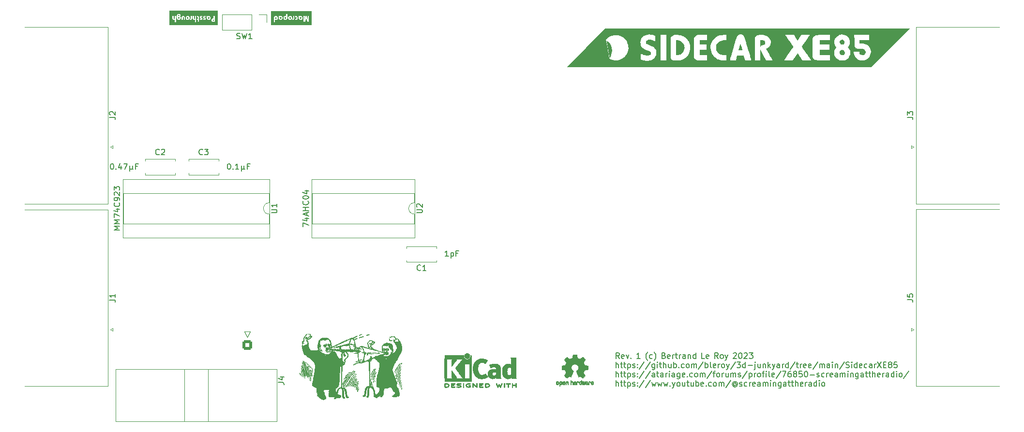
<source format=gbr>
%TF.GenerationSoftware,KiCad,Pcbnew,(7.0.0)*%
%TF.CreationDate,2023-04-09T14:20:33-07:00*%
%TF.ProjectId,SidecarXE85,53696465-6361-4725-9845-38352e6b6963,1*%
%TF.SameCoordinates,Original*%
%TF.FileFunction,Legend,Top*%
%TF.FilePolarity,Positive*%
%FSLAX46Y46*%
G04 Gerber Fmt 4.6, Leading zero omitted, Abs format (unit mm)*
G04 Created by KiCad (PCBNEW (7.0.0)) date 2023-04-09 14:20:33*
%MOMM*%
%LPD*%
G01*
G04 APERTURE LIST*
G04 Aperture macros list*
%AMRoundRect*
0 Rectangle with rounded corners*
0 $1 Rounding radius*
0 $2 $3 $4 $5 $6 $7 $8 $9 X,Y pos of 4 corners*
0 Add a 4 corners polygon primitive as box body*
4,1,4,$2,$3,$4,$5,$6,$7,$8,$9,$2,$3,0*
0 Add four circle primitives for the rounded corners*
1,1,$1+$1,$2,$3*
1,1,$1+$1,$4,$5*
1,1,$1+$1,$6,$7*
1,1,$1+$1,$8,$9*
0 Add four rect primitives between the rounded corners*
20,1,$1+$1,$2,$3,$4,$5,0*
20,1,$1+$1,$4,$5,$6,$7,0*
20,1,$1+$1,$6,$7,$8,$9,0*
20,1,$1+$1,$8,$9,$2,$3,0*%
G04 Aperture macros list end*
%ADD10C,0.250000*%
%ADD11C,0.150000*%
%ADD12C,0.010000*%
%ADD13C,0.120000*%
%ADD14RoundRect,0.250000X-0.600000X0.600000X-0.600000X-0.600000X0.600000X-0.600000X0.600000X0.600000X0*%
%ADD15C,1.700000*%
%ADD16C,4.000000*%
%ADD17R,1.600000X1.600000*%
%ADD18C,1.600000*%
%ADD19O,1.600000X1.600000*%
%ADD20R,1.700000X1.700000*%
%ADD21O,1.700000X1.700000*%
G04 APERTURE END LIST*
D10*
G36*
X44146161Y-12415771D02*
G01*
X44086566Y-12415771D01*
X44076147Y-12415319D01*
X44065911Y-12413989D01*
X44055924Y-12411818D01*
X44046255Y-12408844D01*
X44036970Y-12405104D01*
X44028138Y-12400637D01*
X44019826Y-12395478D01*
X44008482Y-12386528D01*
X43998689Y-12376236D01*
X43990674Y-12364728D01*
X43984667Y-12352132D01*
X43980896Y-12338573D01*
X43979588Y-12324180D01*
X43981057Y-12310330D01*
X43984540Y-12297538D01*
X43989888Y-12285871D01*
X43996950Y-12275394D01*
X44005577Y-12266176D01*
X44015620Y-12258281D01*
X44026927Y-12251776D01*
X44039351Y-12246728D01*
X44052741Y-12243203D01*
X44066946Y-12241267D01*
X44076796Y-12240893D01*
X44146161Y-12240893D01*
X44146161Y-12415771D01*
G37*
G36*
X43287945Y-11792468D02*
G01*
X43302251Y-11794635D01*
X43316080Y-11798160D01*
X43329356Y-11802973D01*
X43342004Y-11809002D01*
X43353948Y-11816176D01*
X43365113Y-11824426D01*
X43375423Y-11833679D01*
X43384802Y-11843865D01*
X43393176Y-11854914D01*
X43400469Y-11866754D01*
X43406606Y-11879314D01*
X43411510Y-11892524D01*
X43415106Y-11906313D01*
X43417319Y-11920611D01*
X43418073Y-11935345D01*
X43417335Y-11950294D01*
X43415166Y-11964780D01*
X43411635Y-11978732D01*
X43406812Y-11992082D01*
X43400764Y-12004761D01*
X43393563Y-12016699D01*
X43385276Y-12027829D01*
X43375972Y-12038080D01*
X43365721Y-12047383D01*
X43354592Y-12055670D01*
X43342653Y-12062872D01*
X43329974Y-12068919D01*
X43316624Y-12073743D01*
X43302672Y-12077273D01*
X43288187Y-12079443D01*
X43273237Y-12080181D01*
X43258288Y-12079443D01*
X43243803Y-12077273D01*
X43229851Y-12073743D01*
X43216501Y-12068919D01*
X43203822Y-12062872D01*
X43191883Y-12055670D01*
X43180754Y-12047383D01*
X43170503Y-12038080D01*
X43161199Y-12027829D01*
X43152912Y-12016699D01*
X43145710Y-12004761D01*
X43139663Y-11992082D01*
X43134840Y-11978732D01*
X43131309Y-11964780D01*
X43129140Y-11950294D01*
X43128401Y-11935345D01*
X43129156Y-11920611D01*
X43131369Y-11906313D01*
X43134965Y-11892524D01*
X43139869Y-11879314D01*
X43146006Y-11866754D01*
X43153298Y-11854914D01*
X43161673Y-11843865D01*
X43171052Y-11833679D01*
X43181362Y-11824426D01*
X43192527Y-11816176D01*
X43204471Y-11809002D01*
X43217119Y-11802973D01*
X43230395Y-11798160D01*
X43244224Y-11794635D01*
X43258530Y-11792468D01*
X43273237Y-11791730D01*
X43287945Y-11792468D01*
G37*
G36*
X39613556Y-11792468D02*
G01*
X39627862Y-11794635D01*
X39641691Y-11798160D01*
X39654967Y-11802973D01*
X39667614Y-11809002D01*
X39679558Y-11816176D01*
X39690723Y-11824426D01*
X39701033Y-11833679D01*
X39710413Y-11843865D01*
X39718787Y-11854914D01*
X39726080Y-11866754D01*
X39732216Y-11879314D01*
X39737120Y-11892524D01*
X39740716Y-11906313D01*
X39742930Y-11920611D01*
X39743684Y-11935345D01*
X39742946Y-11950294D01*
X39740777Y-11964780D01*
X39737246Y-11978732D01*
X39732422Y-11992082D01*
X39726375Y-12004761D01*
X39719173Y-12016699D01*
X39710886Y-12027829D01*
X39701583Y-12038080D01*
X39691332Y-12047383D01*
X39680202Y-12055670D01*
X39668264Y-12062872D01*
X39655585Y-12068919D01*
X39642235Y-12073743D01*
X39628283Y-12077273D01*
X39613797Y-12079443D01*
X39598848Y-12080181D01*
X39583899Y-12079443D01*
X39569413Y-12077273D01*
X39555461Y-12073743D01*
X39542111Y-12068919D01*
X39529432Y-12062872D01*
X39517494Y-12055670D01*
X39506364Y-12047383D01*
X39496113Y-12038080D01*
X39486810Y-12027829D01*
X39478523Y-12016699D01*
X39471321Y-12004761D01*
X39465274Y-11992082D01*
X39460450Y-11978732D01*
X39456920Y-11964780D01*
X39454750Y-11950294D01*
X39454012Y-11935345D01*
X39454767Y-11920611D01*
X39456980Y-11906313D01*
X39460576Y-11892524D01*
X39465480Y-11879314D01*
X39471616Y-11866754D01*
X39478909Y-11854914D01*
X39487283Y-11843865D01*
X39496663Y-11833679D01*
X39506973Y-11824426D01*
X39518138Y-11816176D01*
X39530082Y-11809002D01*
X39542729Y-11802973D01*
X39556005Y-11798160D01*
X39569834Y-11794635D01*
X39584140Y-11792468D01*
X39598848Y-11791730D01*
X39613556Y-11792468D01*
G37*
G36*
X38059178Y-11786897D02*
G01*
X38073891Y-11789195D01*
X38088059Y-11792923D01*
X38101605Y-11797996D01*
X38114451Y-11804332D01*
X38126520Y-11811847D01*
X38137734Y-11820456D01*
X38148015Y-11830076D01*
X38157286Y-11840624D01*
X38165468Y-11852015D01*
X38172485Y-11864166D01*
X38178259Y-11876994D01*
X38182712Y-11890414D01*
X38185766Y-11904342D01*
X38187344Y-11918696D01*
X38187369Y-11933391D01*
X38186446Y-11947310D01*
X38184182Y-11960814D01*
X38180639Y-11973835D01*
X38175885Y-11986308D01*
X38169985Y-11998165D01*
X38163004Y-12009340D01*
X38155007Y-12019767D01*
X38146061Y-12029378D01*
X38136230Y-12038109D01*
X38125580Y-12045891D01*
X38114177Y-12052658D01*
X38102086Y-12058344D01*
X38089372Y-12062883D01*
X38076101Y-12066207D01*
X38062339Y-12068250D01*
X38048150Y-12068946D01*
X38033204Y-12068436D01*
X38018726Y-12066497D01*
X38004786Y-12063198D01*
X37991452Y-12058607D01*
X37978791Y-12052797D01*
X37966873Y-12045835D01*
X37955766Y-12037792D01*
X37945538Y-12028737D01*
X37936257Y-12018741D01*
X37927992Y-12007873D01*
X37920811Y-11996203D01*
X37914782Y-11983800D01*
X37909974Y-11970735D01*
X37906456Y-11957077D01*
X37904294Y-11942896D01*
X37903558Y-11928262D01*
X37904280Y-11913826D01*
X37906397Y-11899784D01*
X37909842Y-11886211D01*
X37914546Y-11873181D01*
X37920438Y-11860768D01*
X37927451Y-11849046D01*
X37935515Y-11838088D01*
X37944561Y-11827970D01*
X37954520Y-11818764D01*
X37965323Y-11810546D01*
X37976901Y-11803389D01*
X37989185Y-11797367D01*
X38002105Y-11792554D01*
X38015594Y-11789025D01*
X38029581Y-11786853D01*
X38043998Y-11786113D01*
X38059178Y-11786897D01*
G37*
G36*
X44892386Y-13165171D02*
G01*
X36420943Y-13165171D01*
X36420943Y-11600000D01*
X36938799Y-11600000D01*
X36938799Y-12004954D01*
X36939008Y-12017336D01*
X36939634Y-12029605D01*
X36940674Y-12041750D01*
X36942126Y-12053759D01*
X36943987Y-12065620D01*
X36946254Y-12077320D01*
X36948924Y-12088849D01*
X36951996Y-12100194D01*
X36955466Y-12111342D01*
X36959333Y-12122283D01*
X36963592Y-12133003D01*
X36968243Y-12143491D01*
X36973282Y-12153736D01*
X36978706Y-12163724D01*
X36984513Y-12173445D01*
X36990701Y-12182885D01*
X36997266Y-12192034D01*
X37004207Y-12200878D01*
X37011520Y-12209407D01*
X37019204Y-12217608D01*
X37027255Y-12225468D01*
X37035670Y-12232977D01*
X37044448Y-12240123D01*
X37053586Y-12246892D01*
X37063080Y-12253273D01*
X37072929Y-12259255D01*
X37083130Y-12264825D01*
X37093681Y-12269971D01*
X37104578Y-12274681D01*
X37115819Y-12278944D01*
X37127401Y-12282747D01*
X37139323Y-12286078D01*
X37154092Y-12289536D01*
X37168461Y-12292314D01*
X37182450Y-12294417D01*
X37196075Y-12295851D01*
X37209355Y-12296623D01*
X37222308Y-12296738D01*
X37234954Y-12296203D01*
X37247308Y-12295023D01*
X37259392Y-12293205D01*
X37271221Y-12290755D01*
X37282815Y-12287679D01*
X37294192Y-12283983D01*
X37305370Y-12279672D01*
X37316367Y-12274754D01*
X37327201Y-12269234D01*
X37337892Y-12263119D01*
X37337892Y-12647313D01*
X37552337Y-12647313D01*
X37552337Y-11897976D01*
X37689113Y-11897976D01*
X37689578Y-11919277D01*
X37690174Y-11928262D01*
X37690960Y-11940121D01*
X37693236Y-11960494D01*
X37696385Y-11980380D01*
X37700387Y-11999762D01*
X37705220Y-12018626D01*
X37710862Y-12036957D01*
X37717293Y-12054738D01*
X37724491Y-12071954D01*
X37732434Y-12088589D01*
X37741102Y-12104629D01*
X37750474Y-12120057D01*
X37760527Y-12134858D01*
X37771241Y-12149017D01*
X37782594Y-12162517D01*
X37794565Y-12175344D01*
X37807133Y-12187482D01*
X37820277Y-12198915D01*
X37833974Y-12209628D01*
X37848205Y-12219606D01*
X37862947Y-12228832D01*
X37878180Y-12237292D01*
X37893882Y-12244970D01*
X37910031Y-12251849D01*
X37926607Y-12257916D01*
X37943588Y-12263154D01*
X37960953Y-12267547D01*
X37978680Y-12271081D01*
X37996749Y-12273740D01*
X38015138Y-12275507D01*
X38033826Y-12276368D01*
X38052791Y-12276308D01*
X38070550Y-12275478D01*
X38072069Y-12275331D01*
X38531751Y-12275331D01*
X38739113Y-12275331D01*
X38739113Y-11868911D01*
X38740182Y-11854898D01*
X38743285Y-11841661D01*
X38748265Y-11829330D01*
X38754969Y-11818039D01*
X38763238Y-11807918D01*
X38772918Y-11799100D01*
X38783854Y-11791715D01*
X38795888Y-11785895D01*
X38808866Y-11781772D01*
X38822632Y-11779478D01*
X38832170Y-11779030D01*
X38845024Y-11780058D01*
X38857134Y-11783061D01*
X38868386Y-11787912D01*
X38878667Y-11794485D01*
X38887862Y-11802656D01*
X38895858Y-11812299D01*
X38902542Y-11823287D01*
X38907801Y-11835495D01*
X38911521Y-11848799D01*
X38913587Y-11863071D01*
X38913991Y-11873063D01*
X38913991Y-12275331D01*
X39121353Y-12275331D01*
X39121353Y-11935345D01*
X39246650Y-11935345D01*
X39247115Y-11953268D01*
X39248493Y-11970980D01*
X39250763Y-11988457D01*
X39253899Y-12005677D01*
X39257880Y-12022615D01*
X39262681Y-12039248D01*
X39268279Y-12055553D01*
X39274650Y-12071507D01*
X39281772Y-12087084D01*
X39289620Y-12102263D01*
X39298173Y-12117020D01*
X39307405Y-12131331D01*
X39317294Y-12145173D01*
X39327816Y-12158522D01*
X39338948Y-12171355D01*
X39350667Y-12183648D01*
X39362949Y-12195378D01*
X39375770Y-12206522D01*
X39389108Y-12217055D01*
X39402939Y-12226955D01*
X39417240Y-12236198D01*
X39431986Y-12244760D01*
X39447156Y-12252618D01*
X39462725Y-12259749D01*
X39478670Y-12266129D01*
X39494967Y-12271734D01*
X39511594Y-12276541D01*
X39528527Y-12280527D01*
X39545742Y-12283668D01*
X39563216Y-12285941D01*
X39580926Y-12287322D01*
X39598848Y-12287787D01*
X39616770Y-12287322D01*
X39634480Y-12285941D01*
X39651954Y-12283668D01*
X39652135Y-12283635D01*
X39993789Y-12283635D01*
X40003769Y-12285034D01*
X40015610Y-12286067D01*
X40029089Y-12286661D01*
X40043981Y-12286742D01*
X40060063Y-12286236D01*
X40077114Y-12285069D01*
X40094908Y-12283169D01*
X40113224Y-12280460D01*
X40131837Y-12276870D01*
X40150524Y-12272325D01*
X40169063Y-12266750D01*
X40187229Y-12260073D01*
X40204800Y-12252220D01*
X40221553Y-12243117D01*
X40237264Y-12232689D01*
X40251709Y-12220865D01*
X40264073Y-12209162D01*
X40275444Y-12197298D01*
X40285850Y-12185244D01*
X40295318Y-12172970D01*
X40303874Y-12160448D01*
X40311545Y-12147646D01*
X40318359Y-12134537D01*
X40324341Y-12121092D01*
X40329519Y-12107279D01*
X40333919Y-12093071D01*
X40337569Y-12078438D01*
X40340495Y-12063351D01*
X40342724Y-12047780D01*
X40344283Y-12031696D01*
X40345199Y-12015069D01*
X40345498Y-11997871D01*
X40345498Y-11600000D01*
X40480321Y-11600000D01*
X40480321Y-12004954D01*
X40480530Y-12017336D01*
X40481156Y-12029605D01*
X40482196Y-12041750D01*
X40483647Y-12053759D01*
X40485508Y-12065620D01*
X40487775Y-12077320D01*
X40490445Y-12088849D01*
X40493517Y-12100194D01*
X40496988Y-12111342D01*
X40500854Y-12122283D01*
X40505114Y-12133003D01*
X40509764Y-12143491D01*
X40514803Y-12153736D01*
X40520227Y-12163724D01*
X40526034Y-12173445D01*
X40532222Y-12182885D01*
X40538788Y-12192034D01*
X40545728Y-12200878D01*
X40553042Y-12209407D01*
X40560725Y-12217608D01*
X40568776Y-12225468D01*
X40577192Y-12232977D01*
X40585969Y-12240123D01*
X40595107Y-12246892D01*
X40604602Y-12253273D01*
X40614451Y-12259255D01*
X40624652Y-12264825D01*
X40635202Y-12269971D01*
X40646099Y-12274681D01*
X40657340Y-12278944D01*
X40668922Y-12282747D01*
X40680844Y-12286078D01*
X40695613Y-12289536D01*
X40709983Y-12292314D01*
X40723971Y-12294417D01*
X40737596Y-12295851D01*
X40750876Y-12296623D01*
X40763830Y-12296738D01*
X40776475Y-12296203D01*
X40788830Y-12295023D01*
X40800913Y-12293205D01*
X40812742Y-12290755D01*
X40824336Y-12287679D01*
X40835713Y-12283983D01*
X40846891Y-12279672D01*
X40857888Y-12274754D01*
X40868723Y-12269234D01*
X40879413Y-12263119D01*
X40879413Y-12647313D01*
X41093859Y-12647313D01*
X41093859Y-12287787D01*
X41225994Y-12287787D01*
X41359106Y-12287787D01*
X41359106Y-12573307D01*
X41573551Y-12573307D01*
X41573551Y-12321994D01*
X43750893Y-12321994D01*
X43750938Y-12324180D01*
X43751221Y-12338101D01*
X43752526Y-12353169D01*
X43754552Y-12368044D01*
X43757281Y-12382707D01*
X43760695Y-12397139D01*
X43764777Y-12411321D01*
X43769510Y-12425236D01*
X43774875Y-12438863D01*
X43780854Y-12452186D01*
X43787431Y-12465184D01*
X43794587Y-12477839D01*
X43802305Y-12490133D01*
X43810567Y-12502047D01*
X43819356Y-12513561D01*
X43828654Y-12524658D01*
X43838442Y-12535319D01*
X43848704Y-12545525D01*
X43859422Y-12555257D01*
X43870578Y-12564496D01*
X43882154Y-12573225D01*
X43894134Y-12581424D01*
X43906498Y-12589074D01*
X43919230Y-12596157D01*
X43932312Y-12602654D01*
X43945726Y-12608547D01*
X43959454Y-12613816D01*
X43973479Y-12618444D01*
X43987784Y-12622411D01*
X44002350Y-12625698D01*
X44017159Y-12628288D01*
X44032195Y-12630161D01*
X44047439Y-12631298D01*
X44062875Y-12631681D01*
X44167899Y-12631681D01*
X44180279Y-12631466D01*
X44192329Y-12630806D01*
X44204057Y-12629680D01*
X44215469Y-12628067D01*
X44226574Y-12625946D01*
X44237378Y-12623296D01*
X44247890Y-12620096D01*
X44258116Y-12616325D01*
X44268065Y-12611960D01*
X44277744Y-12606983D01*
X44287160Y-12601370D01*
X44296321Y-12595102D01*
X44305235Y-12588157D01*
X44313908Y-12580514D01*
X44322349Y-12572152D01*
X44330565Y-12563049D01*
X44337780Y-12554013D01*
X44344165Y-12544938D01*
X44349768Y-12535808D01*
X44354642Y-12526607D01*
X44358835Y-12517319D01*
X44362400Y-12507927D01*
X44365385Y-12498416D01*
X44367842Y-12488769D01*
X44369821Y-12478970D01*
X44371373Y-12469004D01*
X44372547Y-12458853D01*
X44373395Y-12448503D01*
X44373967Y-12437937D01*
X44374312Y-12427138D01*
X44374483Y-12416091D01*
X44374528Y-12404780D01*
X44374528Y-11600000D01*
X44140544Y-11600000D01*
X44140544Y-12020830D01*
X44075575Y-12020830D01*
X44058934Y-12021121D01*
X44042456Y-12022254D01*
X44026169Y-12024208D01*
X44010097Y-12026959D01*
X43994266Y-12030487D01*
X43978701Y-12034768D01*
X43963428Y-12039780D01*
X43948474Y-12045502D01*
X43933862Y-12051912D01*
X43919618Y-12058986D01*
X43905769Y-12066703D01*
X43892340Y-12075042D01*
X43879356Y-12083979D01*
X43866843Y-12093493D01*
X43854826Y-12103561D01*
X43843331Y-12114161D01*
X43832383Y-12125272D01*
X43822008Y-12136871D01*
X43812232Y-12148935D01*
X43803080Y-12161444D01*
X43794577Y-12174374D01*
X43786750Y-12187703D01*
X43779623Y-12201410D01*
X43773222Y-12215472D01*
X43767572Y-12229868D01*
X43762701Y-12244574D01*
X43758631Y-12259569D01*
X43755390Y-12274831D01*
X43753003Y-12290337D01*
X43751496Y-12306065D01*
X43750893Y-12321994D01*
X41573551Y-12321994D01*
X41573551Y-11908234D01*
X41573370Y-11890940D01*
X41572790Y-11874124D01*
X41571753Y-11857766D01*
X41570205Y-11841846D01*
X41568088Y-11826343D01*
X41565347Y-11811239D01*
X41561925Y-11796512D01*
X41561619Y-11795453D01*
X41705190Y-11795453D01*
X41705350Y-11805442D01*
X41705830Y-11815426D01*
X41706635Y-11825385D01*
X41707771Y-11835301D01*
X41709242Y-11845154D01*
X41711053Y-11854925D01*
X41713211Y-11864596D01*
X41715721Y-11874146D01*
X41718587Y-11883558D01*
X41721815Y-11892812D01*
X41729378Y-11910768D01*
X41738453Y-11927863D01*
X41749081Y-11943944D01*
X41761305Y-11958857D01*
X41775166Y-11972451D01*
X41782725Y-11978705D01*
X41790708Y-11984572D01*
X41799122Y-11990032D01*
X41807972Y-11995068D01*
X41817263Y-11999658D01*
X41827001Y-12003785D01*
X41837190Y-12007429D01*
X41847836Y-12010572D01*
X41940404Y-12034508D01*
X41951964Y-12038055D01*
X41962441Y-12042693D01*
X41971255Y-12048692D01*
X41977823Y-12056318D01*
X41981565Y-12065840D01*
X41981899Y-12077527D01*
X41980949Y-12082868D01*
X41975350Y-12094954D01*
X41965344Y-12104600D01*
X41956574Y-12109704D01*
X41946368Y-12113765D01*
X41934937Y-12116802D01*
X41922489Y-12118831D01*
X41909233Y-12119870D01*
X41895379Y-12119936D01*
X41881136Y-12119046D01*
X41866713Y-12117217D01*
X41852320Y-12114467D01*
X41838166Y-12110811D01*
X41824461Y-12106269D01*
X41811413Y-12100857D01*
X41799232Y-12094591D01*
X41723028Y-12049651D01*
X41723028Y-12260676D01*
X41804361Y-12286078D01*
X41818339Y-12290063D01*
X41832585Y-12293499D01*
X41847057Y-12296382D01*
X41861715Y-12298712D01*
X41876516Y-12300483D01*
X41891421Y-12301695D01*
X41906386Y-12302343D01*
X41921372Y-12302427D01*
X41936337Y-12301942D01*
X41951240Y-12300886D01*
X41966039Y-12299257D01*
X41980692Y-12297051D01*
X41995160Y-12294267D01*
X42009400Y-12290901D01*
X42023372Y-12286951D01*
X42037033Y-12282414D01*
X42050343Y-12277287D01*
X42063260Y-12271568D01*
X42075744Y-12265254D01*
X42087752Y-12258343D01*
X42099244Y-12250831D01*
X42110178Y-12242716D01*
X42120513Y-12233995D01*
X42130208Y-12224666D01*
X42139221Y-12214726D01*
X42147511Y-12204172D01*
X42155038Y-12193001D01*
X42161758Y-12181212D01*
X42167633Y-12168800D01*
X42172619Y-12155764D01*
X42176676Y-12142101D01*
X42179762Y-12127808D01*
X42181317Y-12116963D01*
X42182540Y-12106142D01*
X42183426Y-12095360D01*
X42183967Y-12084630D01*
X42184156Y-12073966D01*
X42183985Y-12063381D01*
X42183448Y-12052889D01*
X42182537Y-12042503D01*
X42181244Y-12032237D01*
X42179564Y-12022104D01*
X42177488Y-12012118D01*
X42175010Y-12002293D01*
X42172121Y-11992642D01*
X42168816Y-11983178D01*
X42165086Y-11973916D01*
X42160925Y-11964868D01*
X42156325Y-11956048D01*
X42151280Y-11947471D01*
X42145781Y-11939148D01*
X42139822Y-11931095D01*
X42133396Y-11923324D01*
X42126495Y-11915849D01*
X42119112Y-11908684D01*
X42111241Y-11901842D01*
X42102873Y-11895336D01*
X42094001Y-11889181D01*
X42084619Y-11883389D01*
X42074719Y-11877975D01*
X42064294Y-11872952D01*
X42053337Y-11868333D01*
X42041840Y-11864132D01*
X42029797Y-11860362D01*
X41965561Y-11842044D01*
X41954063Y-11838822D01*
X41943049Y-11835408D01*
X41932842Y-11831564D01*
X41923765Y-11827054D01*
X41914502Y-11820116D01*
X41908143Y-11811301D01*
X41905318Y-11800145D01*
X41905233Y-11797592D01*
X41907958Y-11786653D01*
X41916241Y-11777858D01*
X41929213Y-11771171D01*
X41940035Y-11767868D01*
X41952298Y-11765478D01*
X41965742Y-11763990D01*
X41980111Y-11763394D01*
X41995147Y-11763681D01*
X42010593Y-11764839D01*
X42026190Y-11766861D01*
X42041681Y-11769734D01*
X42056808Y-11773449D01*
X42071315Y-11777997D01*
X42084942Y-11783367D01*
X42091346Y-11786357D01*
X42180983Y-11833007D01*
X42180983Y-11795453D01*
X42309935Y-11795453D01*
X42310095Y-11805442D01*
X42310575Y-11815426D01*
X42311380Y-11825385D01*
X42312516Y-11835301D01*
X42313987Y-11845154D01*
X42315799Y-11854925D01*
X42317957Y-11864596D01*
X42320466Y-11874146D01*
X42323332Y-11883558D01*
X42326560Y-11892812D01*
X42334124Y-11910768D01*
X42343198Y-11927863D01*
X42353826Y-11943944D01*
X42366050Y-11958857D01*
X42379912Y-11972451D01*
X42387470Y-11978705D01*
X42395453Y-11984572D01*
X42403867Y-11990032D01*
X42412717Y-11995068D01*
X42422009Y-11999658D01*
X42431746Y-12003785D01*
X42441935Y-12007429D01*
X42452581Y-12010572D01*
X42545150Y-12034508D01*
X42556709Y-12038055D01*
X42567186Y-12042693D01*
X42576000Y-12048692D01*
X42582568Y-12056318D01*
X42586310Y-12065840D01*
X42586645Y-12077527D01*
X42585694Y-12082868D01*
X42580095Y-12094954D01*
X42570089Y-12104600D01*
X42561319Y-12109704D01*
X42551114Y-12113765D01*
X42539682Y-12116802D01*
X42527234Y-12118831D01*
X42513978Y-12119870D01*
X42500124Y-12119936D01*
X42485881Y-12119046D01*
X42471458Y-12117217D01*
X42457066Y-12114467D01*
X42442912Y-12110811D01*
X42429206Y-12106269D01*
X42416158Y-12100857D01*
X42403977Y-12094591D01*
X42327773Y-12049651D01*
X42327773Y-12260676D01*
X42409106Y-12286078D01*
X42423084Y-12290063D01*
X42437330Y-12293499D01*
X42451802Y-12296382D01*
X42466460Y-12298712D01*
X42481262Y-12300483D01*
X42496166Y-12301695D01*
X42511132Y-12302343D01*
X42526118Y-12302427D01*
X42541083Y-12301942D01*
X42555985Y-12300886D01*
X42570784Y-12299257D01*
X42585438Y-12297051D01*
X42599905Y-12294267D01*
X42614145Y-12290901D01*
X42628117Y-12286951D01*
X42641778Y-12282414D01*
X42655088Y-12277287D01*
X42668005Y-12271568D01*
X42680489Y-12265254D01*
X42692497Y-12258343D01*
X42703989Y-12250831D01*
X42714923Y-12242716D01*
X42725258Y-12233995D01*
X42734953Y-12224666D01*
X42743966Y-12214726D01*
X42752257Y-12204172D01*
X42759783Y-12193001D01*
X42766504Y-12181212D01*
X42772378Y-12168800D01*
X42777364Y-12155764D01*
X42781421Y-12142101D01*
X42784508Y-12127808D01*
X42786062Y-12116963D01*
X42787286Y-12106142D01*
X42788172Y-12095360D01*
X42788713Y-12084630D01*
X42788901Y-12073966D01*
X42788731Y-12063381D01*
X42788193Y-12052889D01*
X42787282Y-12042503D01*
X42785990Y-12032237D01*
X42784309Y-12022104D01*
X42782233Y-12012118D01*
X42779755Y-12002293D01*
X42776866Y-11992642D01*
X42773561Y-11983178D01*
X42769831Y-11973916D01*
X42765670Y-11964868D01*
X42761071Y-11956048D01*
X42756025Y-11947471D01*
X42750526Y-11939148D01*
X42747712Y-11935345D01*
X42911270Y-11935345D01*
X42911726Y-11951893D01*
X42913083Y-11968404D01*
X42915321Y-11984847D01*
X42918418Y-12001189D01*
X42922356Y-12017399D01*
X42927114Y-12033444D01*
X42932672Y-12049292D01*
X42939010Y-12064912D01*
X42946109Y-12080271D01*
X42953948Y-12095337D01*
X42962507Y-12110078D01*
X42971767Y-12124462D01*
X42981707Y-12138457D01*
X42992307Y-12152031D01*
X43003548Y-12165151D01*
X43015409Y-12177786D01*
X43027870Y-12189904D01*
X43040912Y-12201473D01*
X43054514Y-12212460D01*
X43068656Y-12222834D01*
X43083319Y-12232561D01*
X43098482Y-12241612D01*
X43114125Y-12249952D01*
X43130229Y-12257551D01*
X43146774Y-12264376D01*
X43163739Y-12270395D01*
X43181104Y-12275575D01*
X43198850Y-12279886D01*
X43216956Y-12283295D01*
X43235403Y-12285769D01*
X43254170Y-12287278D01*
X43273237Y-12287787D01*
X43291164Y-12287318D01*
X43308886Y-12285925D01*
X43326380Y-12283633D01*
X43343622Y-12280467D01*
X43360588Y-12276451D01*
X43377254Y-12271608D01*
X43393596Y-12265964D01*
X43409590Y-12259543D01*
X43425212Y-12252368D01*
X43440439Y-12244465D01*
X43455246Y-12235857D01*
X43469610Y-12226569D01*
X43483506Y-12216625D01*
X43496911Y-12206049D01*
X43509801Y-12194865D01*
X43522151Y-12183099D01*
X43533939Y-12170773D01*
X43545139Y-12157914D01*
X43555728Y-12144543D01*
X43565682Y-12130687D01*
X43574978Y-12116369D01*
X43583591Y-12101614D01*
X43591497Y-12086446D01*
X43598672Y-12070888D01*
X43605093Y-12054966D01*
X43610735Y-12038704D01*
X43615575Y-12022126D01*
X43619589Y-12005256D01*
X43622752Y-11988119D01*
X43625041Y-11970738D01*
X43626432Y-11953139D01*
X43626901Y-11935345D01*
X43626432Y-11917534D01*
X43625041Y-11899928D01*
X43622752Y-11882551D01*
X43619589Y-11865427D01*
X43615575Y-11848578D01*
X43610735Y-11832030D01*
X43605093Y-11815805D01*
X43598672Y-11799928D01*
X43591497Y-11784420D01*
X43583591Y-11769307D01*
X43574978Y-11754612D01*
X43565682Y-11740359D01*
X43555728Y-11726571D01*
X43545139Y-11713271D01*
X43533939Y-11700484D01*
X43522151Y-11688232D01*
X43509801Y-11676540D01*
X43496911Y-11665432D01*
X43483506Y-11654930D01*
X43469610Y-11645058D01*
X43455246Y-11635841D01*
X43440439Y-11627301D01*
X43425212Y-11619463D01*
X43409590Y-11612349D01*
X43393596Y-11605984D01*
X43377254Y-11600391D01*
X43360588Y-11595593D01*
X43343622Y-11591615D01*
X43326380Y-11588480D01*
X43308886Y-11586211D01*
X43291164Y-11584833D01*
X43273237Y-11584368D01*
X43260136Y-11584592D01*
X43247975Y-11585258D01*
X43236663Y-11586355D01*
X43226110Y-11587871D01*
X43216225Y-11589797D01*
X43202453Y-11593430D01*
X43189676Y-11597923D01*
X43177588Y-11603241D01*
X43165883Y-11609347D01*
X43154256Y-11616205D01*
X43142402Y-11623778D01*
X43134222Y-11629206D01*
X43125715Y-11634926D01*
X43125715Y-11594138D01*
X42911270Y-11594138D01*
X42911270Y-11935345D01*
X42747712Y-11935345D01*
X42744568Y-11931095D01*
X42738141Y-11923324D01*
X42731240Y-11915849D01*
X42723858Y-11908684D01*
X42715986Y-11901842D01*
X42707618Y-11895336D01*
X42698747Y-11889181D01*
X42689364Y-11883389D01*
X42679464Y-11877975D01*
X42669040Y-11872952D01*
X42658082Y-11868333D01*
X42646586Y-11864132D01*
X42634542Y-11860362D01*
X42570307Y-11842044D01*
X42558809Y-11838822D01*
X42547794Y-11835408D01*
X42537587Y-11831564D01*
X42528510Y-11827054D01*
X42519247Y-11820116D01*
X42512888Y-11811301D01*
X42510064Y-11800145D01*
X42509979Y-11797592D01*
X42512704Y-11786653D01*
X42520987Y-11777858D01*
X42533958Y-11771171D01*
X42544781Y-11767868D01*
X42557043Y-11765478D01*
X42570488Y-11763990D01*
X42584857Y-11763394D01*
X42599893Y-11763681D01*
X42615338Y-11764839D01*
X42630935Y-11766861D01*
X42646426Y-11769734D01*
X42661554Y-11773449D01*
X42676060Y-11777997D01*
X42689688Y-11783367D01*
X42696092Y-11786357D01*
X42785729Y-11833007D01*
X42785729Y-11621981D01*
X42716364Y-11594870D01*
X42701514Y-11589975D01*
X42686306Y-11585687D01*
X42670790Y-11582010D01*
X42655017Y-11578946D01*
X42639037Y-11576499D01*
X42622900Y-11574673D01*
X42606655Y-11573471D01*
X42590354Y-11572896D01*
X42574045Y-11572951D01*
X42557780Y-11573640D01*
X42541609Y-11574967D01*
X42525581Y-11576933D01*
X42509747Y-11579543D01*
X42494157Y-11582800D01*
X42478860Y-11586707D01*
X42463908Y-11591268D01*
X42449350Y-11596485D01*
X42435237Y-11602363D01*
X42421618Y-11608905D01*
X42408544Y-11616113D01*
X42396064Y-11623991D01*
X42384230Y-11632543D01*
X42373091Y-11641771D01*
X42362696Y-11651680D01*
X42353097Y-11662272D01*
X42344344Y-11673550D01*
X42336486Y-11685519D01*
X42329574Y-11698180D01*
X42323658Y-11711539D01*
X42318788Y-11725597D01*
X42315014Y-11740358D01*
X42312386Y-11755826D01*
X42311320Y-11765646D01*
X42310553Y-11775536D01*
X42310089Y-11785478D01*
X42309935Y-11795453D01*
X42180983Y-11795453D01*
X42180983Y-11621981D01*
X42111618Y-11594870D01*
X42096768Y-11589975D01*
X42081560Y-11585687D01*
X42066045Y-11582010D01*
X42050272Y-11578946D01*
X42034292Y-11576499D01*
X42018154Y-11574673D01*
X42001910Y-11573471D01*
X41985608Y-11572896D01*
X41969300Y-11572951D01*
X41953035Y-11573640D01*
X41936864Y-11574967D01*
X41920836Y-11576933D01*
X41905002Y-11579543D01*
X41889411Y-11582800D01*
X41874115Y-11586707D01*
X41859163Y-11591268D01*
X41844605Y-11596485D01*
X41830492Y-11602363D01*
X41816873Y-11608905D01*
X41803799Y-11616113D01*
X41791319Y-11623991D01*
X41779485Y-11632543D01*
X41768345Y-11641771D01*
X41757951Y-11651680D01*
X41748352Y-11662272D01*
X41739599Y-11673550D01*
X41731741Y-11685519D01*
X41724829Y-11698180D01*
X41718913Y-11711539D01*
X41714043Y-11725597D01*
X41710269Y-11740358D01*
X41707641Y-11755826D01*
X41706575Y-11765646D01*
X41705807Y-11775536D01*
X41705344Y-11785478D01*
X41705190Y-11795453D01*
X41561619Y-11795453D01*
X41557767Y-11782144D01*
X41552816Y-11768113D01*
X41547016Y-11754399D01*
X41540311Y-11740983D01*
X41532645Y-11727845D01*
X41523961Y-11714965D01*
X41514203Y-11702322D01*
X41503315Y-11689897D01*
X41491242Y-11677669D01*
X41480503Y-11667593D01*
X41469699Y-11658323D01*
X41458799Y-11649836D01*
X41447770Y-11642108D01*
X41436583Y-11635116D01*
X41425206Y-11628836D01*
X41413608Y-11623245D01*
X41401757Y-11618318D01*
X41389623Y-11614032D01*
X41377175Y-11610364D01*
X41364381Y-11607289D01*
X41351210Y-11604785D01*
X41337632Y-11602828D01*
X41323614Y-11601393D01*
X41309127Y-11600459D01*
X41294138Y-11600000D01*
X41228925Y-11600000D01*
X41228925Y-11797592D01*
X41285589Y-11797592D01*
X41296941Y-11797903D01*
X41306850Y-11799047D01*
X41317206Y-11801862D01*
X41326965Y-11806752D01*
X41335415Y-11812979D01*
X41343258Y-11819422D01*
X41350758Y-11827657D01*
X41356254Y-11836642D01*
X41359831Y-11846590D01*
X41361579Y-11857713D01*
X41361793Y-11863782D01*
X41361793Y-12091416D01*
X41225994Y-12091416D01*
X41225994Y-12287787D01*
X41093859Y-12287787D01*
X41093859Y-11600000D01*
X40875261Y-11600000D01*
X40875261Y-12014724D01*
X40874381Y-12028588D01*
X40871800Y-12041787D01*
X40867607Y-12054186D01*
X40861892Y-12065647D01*
X40854744Y-12076034D01*
X40846252Y-12085211D01*
X40836506Y-12093041D01*
X40825596Y-12099388D01*
X40813610Y-12104116D01*
X40800638Y-12107087D01*
X40791486Y-12108025D01*
X40777002Y-12107580D01*
X40763196Y-12104985D01*
X40750231Y-12100408D01*
X40738270Y-12094015D01*
X40727477Y-12085976D01*
X40718014Y-12076457D01*
X40710044Y-12065627D01*
X40703730Y-12053654D01*
X40699236Y-12040705D01*
X40696724Y-12026948D01*
X40696231Y-12017411D01*
X40696231Y-11600000D01*
X40480321Y-11600000D01*
X40345498Y-11600000D01*
X40125436Y-11600000D01*
X40125436Y-12006420D01*
X40125143Y-12018089D01*
X40124098Y-12028703D01*
X40122050Y-12038426D01*
X40117912Y-12049144D01*
X40112768Y-12057474D01*
X40105816Y-12065431D01*
X40104187Y-12066992D01*
X40096188Y-12073962D01*
X40087885Y-12079218D01*
X40077289Y-12083570D01*
X40067744Y-12085823D01*
X40057374Y-12087059D01*
X40046018Y-12087497D01*
X40043614Y-12087508D01*
X39993789Y-12087508D01*
X39993789Y-12283635D01*
X39652135Y-12283635D01*
X39669169Y-12280527D01*
X39686102Y-12276541D01*
X39702729Y-12271734D01*
X39719027Y-12266129D01*
X39734971Y-12259749D01*
X39750540Y-12252618D01*
X39765710Y-12244760D01*
X39780457Y-12236198D01*
X39794757Y-12226955D01*
X39808588Y-12217055D01*
X39821926Y-12206522D01*
X39834748Y-12195378D01*
X39847029Y-12183648D01*
X39858748Y-12171355D01*
X39869880Y-12158522D01*
X39880402Y-12145173D01*
X39890291Y-12131331D01*
X39899524Y-12117020D01*
X39908076Y-12102263D01*
X39915924Y-12087084D01*
X39923046Y-12071507D01*
X39929418Y-12055553D01*
X39935015Y-12039248D01*
X39939816Y-12022615D01*
X39943797Y-12005677D01*
X39946933Y-11988457D01*
X39949203Y-11970980D01*
X39950581Y-11953268D01*
X39951046Y-11935345D01*
X39950581Y-11917405D01*
X39949203Y-11899686D01*
X39946933Y-11882212D01*
X39943797Y-11865006D01*
X39939816Y-11848089D01*
X39935015Y-11831486D01*
X39929418Y-11815218D01*
X39923046Y-11799309D01*
X39915924Y-11783782D01*
X39908076Y-11768658D01*
X39899524Y-11753962D01*
X39890291Y-11739715D01*
X39880402Y-11725941D01*
X39869880Y-11712662D01*
X39858748Y-11699902D01*
X39847029Y-11687683D01*
X39834748Y-11676027D01*
X39821926Y-11664958D01*
X39808588Y-11654499D01*
X39794757Y-11644672D01*
X39780457Y-11635500D01*
X39765710Y-11627006D01*
X39750540Y-11619213D01*
X39734971Y-11612143D01*
X39719027Y-11605819D01*
X39702729Y-11600265D01*
X39686102Y-11595503D01*
X39669169Y-11591555D01*
X39651954Y-11588445D01*
X39634480Y-11586195D01*
X39616770Y-11584829D01*
X39598848Y-11584368D01*
X39580926Y-11584829D01*
X39563216Y-11586195D01*
X39545742Y-11588445D01*
X39528527Y-11591555D01*
X39511594Y-11595503D01*
X39494967Y-11600265D01*
X39478670Y-11605819D01*
X39462725Y-11612143D01*
X39447156Y-11619213D01*
X39431986Y-11627006D01*
X39417240Y-11635500D01*
X39402939Y-11644672D01*
X39389108Y-11654499D01*
X39375770Y-11664958D01*
X39362949Y-11676027D01*
X39350667Y-11687683D01*
X39338948Y-11699902D01*
X39327816Y-11712662D01*
X39317294Y-11725941D01*
X39307405Y-11739715D01*
X39298173Y-11753962D01*
X39289620Y-11768658D01*
X39281772Y-11783782D01*
X39274650Y-11799309D01*
X39268279Y-11815218D01*
X39262681Y-11831486D01*
X39257880Y-11848089D01*
X39253899Y-11865006D01*
X39250763Y-11882212D01*
X39248493Y-11899686D01*
X39247115Y-11917405D01*
X39246650Y-11935345D01*
X39121353Y-11935345D01*
X39121353Y-11881367D01*
X39120953Y-11866350D01*
X39119767Y-11851491D01*
X39117815Y-11836812D01*
X39115119Y-11822333D01*
X39111700Y-11808077D01*
X39107578Y-11794064D01*
X39102775Y-11780315D01*
X39097311Y-11766852D01*
X39091207Y-11753695D01*
X39084484Y-11740866D01*
X39077164Y-11728386D01*
X39069267Y-11716276D01*
X39060813Y-11704557D01*
X39051825Y-11693251D01*
X39042322Y-11682378D01*
X39032327Y-11671960D01*
X39021859Y-11662017D01*
X39010940Y-11652572D01*
X38999590Y-11643645D01*
X38987831Y-11635257D01*
X38975683Y-11627429D01*
X38963168Y-11620184D01*
X38950306Y-11613541D01*
X38937118Y-11607521D01*
X38923625Y-11602147D01*
X38909849Y-11597440D01*
X38895809Y-11593419D01*
X38881528Y-11590107D01*
X38867025Y-11587525D01*
X38852322Y-11585694D01*
X38837440Y-11584634D01*
X38822400Y-11584368D01*
X38808007Y-11584834D01*
X38793738Y-11585992D01*
X38779616Y-11587826D01*
X38765663Y-11590319D01*
X38751899Y-11593456D01*
X38738348Y-11597220D01*
X38725030Y-11601595D01*
X38711968Y-11606564D01*
X38699183Y-11612111D01*
X38686697Y-11618220D01*
X38674532Y-11624874D01*
X38662710Y-11632058D01*
X38651252Y-11639755D01*
X38640180Y-11647949D01*
X38629516Y-11656623D01*
X38619282Y-11665762D01*
X38609499Y-11675348D01*
X38600190Y-11685366D01*
X38591375Y-11695800D01*
X38583078Y-11706632D01*
X38575319Y-11717848D01*
X38568121Y-11729430D01*
X38561504Y-11741362D01*
X38555492Y-11753628D01*
X38550106Y-11766212D01*
X38545367Y-11779097D01*
X38541297Y-11792268D01*
X38537919Y-11805707D01*
X38535253Y-11819399D01*
X38533322Y-11833328D01*
X38532147Y-11847476D01*
X38531751Y-11861828D01*
X38531751Y-12275331D01*
X38072069Y-12275331D01*
X38088091Y-12273781D01*
X38105392Y-12271239D01*
X38122430Y-12267874D01*
X38139180Y-12263708D01*
X38155621Y-12258763D01*
X38171730Y-12253060D01*
X38187483Y-12246621D01*
X38202858Y-12239469D01*
X38217831Y-12231624D01*
X38232379Y-12223110D01*
X38246480Y-12213947D01*
X38260111Y-12204158D01*
X38273248Y-12193765D01*
X38285868Y-12182789D01*
X38297950Y-12171253D01*
X38309468Y-12159178D01*
X38320402Y-12146585D01*
X38330727Y-12133498D01*
X38340420Y-12119938D01*
X38349459Y-12105926D01*
X38357821Y-12091485D01*
X38365483Y-12076636D01*
X38372421Y-12061401D01*
X38378613Y-12045802D01*
X38384035Y-12029862D01*
X38388665Y-12013601D01*
X38392480Y-11997042D01*
X38395457Y-11980207D01*
X38397572Y-11963117D01*
X38398803Y-11945795D01*
X38399127Y-11928262D01*
X38398703Y-11911335D01*
X38397444Y-11894510D01*
X38395370Y-11877816D01*
X38392499Y-11861283D01*
X38388852Y-11844940D01*
X38384447Y-11828817D01*
X38379305Y-11812944D01*
X38373444Y-11797352D01*
X38366883Y-11782068D01*
X38359643Y-11767124D01*
X38351743Y-11752549D01*
X38343202Y-11738372D01*
X38334040Y-11724624D01*
X38324275Y-11711334D01*
X38313928Y-11698532D01*
X38303018Y-11686248D01*
X38291563Y-11674511D01*
X38279585Y-11663351D01*
X38267101Y-11652798D01*
X38254132Y-11642882D01*
X38240696Y-11633632D01*
X38226814Y-11625078D01*
X38212505Y-11617250D01*
X38197787Y-11610178D01*
X38182681Y-11603890D01*
X38167206Y-11598418D01*
X38151381Y-11593791D01*
X38135226Y-11590038D01*
X38118760Y-11587190D01*
X38102002Y-11585276D01*
X38084972Y-11584325D01*
X38067690Y-11584368D01*
X38054598Y-11584772D01*
X38042047Y-11585527D01*
X38030002Y-11586636D01*
X38018433Y-11588100D01*
X38007305Y-11589922D01*
X37996588Y-11592105D01*
X37986247Y-11594649D01*
X37976251Y-11597557D01*
X37966567Y-11600832D01*
X37957163Y-11604475D01*
X37948005Y-11608489D01*
X37939061Y-11612876D01*
X37930300Y-11617637D01*
X37921687Y-11622776D01*
X37913191Y-11628294D01*
X37904780Y-11634193D01*
X37904780Y-11537962D01*
X37905361Y-11525710D01*
X37907070Y-11513895D01*
X37909856Y-11502560D01*
X37913668Y-11491746D01*
X37918454Y-11481497D01*
X37924164Y-11471853D01*
X37930746Y-11462858D01*
X37938149Y-11454553D01*
X37946322Y-11446981D01*
X37955214Y-11440184D01*
X37964774Y-11434204D01*
X37974950Y-11429083D01*
X37985691Y-11424864D01*
X37996947Y-11421589D01*
X38008665Y-11419300D01*
X38020795Y-11418039D01*
X38033976Y-11417793D01*
X38046903Y-11419026D01*
X38059494Y-11421672D01*
X38071666Y-11425664D01*
X38083338Y-11430935D01*
X38094426Y-11437419D01*
X38104848Y-11445049D01*
X38114523Y-11453759D01*
X38123368Y-11463482D01*
X38131301Y-11474152D01*
X38138239Y-11485703D01*
X38144100Y-11498066D01*
X38148801Y-11511177D01*
X38152262Y-11524968D01*
X38154398Y-11539373D01*
X38155129Y-11554326D01*
X38374459Y-11554326D01*
X38372661Y-11534521D01*
X38370073Y-11515183D01*
X38366716Y-11496325D01*
X38362607Y-11477958D01*
X38357765Y-11460092D01*
X38352211Y-11442741D01*
X38345963Y-11425914D01*
X38339040Y-11409624D01*
X38331461Y-11393881D01*
X38323245Y-11378698D01*
X38314412Y-11364085D01*
X38304980Y-11350054D01*
X38294968Y-11336616D01*
X38284397Y-11323783D01*
X38273284Y-11311567D01*
X38261649Y-11299978D01*
X38249511Y-11289028D01*
X38236889Y-11278728D01*
X38223802Y-11269090D01*
X38210270Y-11260126D01*
X38196311Y-11251846D01*
X38181944Y-11244262D01*
X38167189Y-11237385D01*
X38152064Y-11231227D01*
X38136589Y-11225800D01*
X38120783Y-11221114D01*
X38104665Y-11217181D01*
X38088254Y-11214012D01*
X38071569Y-11211620D01*
X38054630Y-11210014D01*
X38037454Y-11209208D01*
X38020062Y-11209211D01*
X38001642Y-11210243D01*
X37983622Y-11212312D01*
X37966014Y-11215385D01*
X37948831Y-11219432D01*
X37932083Y-11224421D01*
X37915784Y-11230320D01*
X37899946Y-11237099D01*
X37884580Y-11244725D01*
X37869699Y-11253168D01*
X37855315Y-11262396D01*
X37841440Y-11272378D01*
X37828086Y-11283082D01*
X37815265Y-11294477D01*
X37802990Y-11306531D01*
X37791272Y-11319213D01*
X37780124Y-11332493D01*
X37769558Y-11346337D01*
X37759585Y-11360715D01*
X37750219Y-11375596D01*
X37741470Y-11390948D01*
X37733352Y-11406739D01*
X37725876Y-11422939D01*
X37719055Y-11439516D01*
X37712900Y-11456438D01*
X37707424Y-11473675D01*
X37702639Y-11491194D01*
X37698557Y-11508964D01*
X37695189Y-11526955D01*
X37692549Y-11545134D01*
X37690648Y-11563470D01*
X37689499Y-11581932D01*
X37689113Y-11600488D01*
X37689113Y-11897976D01*
X37552337Y-11897976D01*
X37552337Y-11600000D01*
X37333740Y-11600000D01*
X37333740Y-12014724D01*
X37332860Y-12028588D01*
X37330278Y-12041787D01*
X37326086Y-12054186D01*
X37320370Y-12065647D01*
X37313222Y-12076034D01*
X37304731Y-12085211D01*
X37294985Y-12093041D01*
X37284075Y-12099388D01*
X37272089Y-12104116D01*
X37259116Y-12107087D01*
X37249965Y-12108025D01*
X37235480Y-12107580D01*
X37221674Y-12104985D01*
X37208709Y-12100408D01*
X37196749Y-12094015D01*
X37185955Y-12085976D01*
X37176492Y-12076457D01*
X37168522Y-12065627D01*
X37162209Y-12053654D01*
X37157715Y-12040705D01*
X37155203Y-12026948D01*
X37154710Y-12017411D01*
X37154710Y-11600000D01*
X36938799Y-11600000D01*
X36420943Y-11600000D01*
X36420943Y-10691352D01*
X44892386Y-10691352D01*
X44892386Y-13165171D01*
G37*
G36*
X55039922Y-11812460D02*
G01*
X55053508Y-11814708D01*
X55066641Y-11818199D01*
X55079255Y-11822871D01*
X55091286Y-11828666D01*
X55102671Y-11835522D01*
X55113345Y-11843380D01*
X55123245Y-11852180D01*
X55132306Y-11861862D01*
X55140465Y-11872365D01*
X55147656Y-11883629D01*
X55153817Y-11895594D01*
X55158884Y-11908201D01*
X55162791Y-11921389D01*
X55165475Y-11935097D01*
X55166873Y-11949267D01*
X55166806Y-11964459D01*
X55165190Y-11979297D01*
X55162105Y-11993693D01*
X55157626Y-12007561D01*
X55151832Y-12020815D01*
X55144801Y-12033369D01*
X55136610Y-12045136D01*
X55127336Y-12056031D01*
X55117058Y-12065968D01*
X55105853Y-12074859D01*
X55093798Y-12082618D01*
X55080972Y-12089161D01*
X55067452Y-12094399D01*
X55053315Y-12098248D01*
X55038639Y-12100620D01*
X55023502Y-12101430D01*
X55008852Y-12100664D01*
X54994624Y-12098418D01*
X54980894Y-12094768D01*
X54967735Y-12089790D01*
X54955221Y-12083562D01*
X54943427Y-12076160D01*
X54932427Y-12067659D01*
X54922294Y-12058138D01*
X54913103Y-12047672D01*
X54904928Y-12036338D01*
X54897842Y-12024213D01*
X54891920Y-12011373D01*
X54887236Y-11997895D01*
X54883865Y-11983855D01*
X54881879Y-11969330D01*
X54881353Y-11954396D01*
X54882124Y-11939533D01*
X54884380Y-11925125D01*
X54888041Y-11911245D01*
X54893023Y-11897964D01*
X54899245Y-11885355D01*
X54906624Y-11873488D01*
X54915077Y-11862436D01*
X54924523Y-11852272D01*
X54934879Y-11843066D01*
X54946063Y-11834891D01*
X54957993Y-11827819D01*
X54970586Y-11821921D01*
X54983760Y-11817270D01*
X54997432Y-11813937D01*
X55011521Y-11811994D01*
X55025945Y-11811514D01*
X55039922Y-11812460D01*
G37*
G36*
X56714188Y-11788328D02*
G01*
X56728445Y-11790529D01*
X56742194Y-11794113D01*
X56755363Y-11799008D01*
X56767878Y-11805143D01*
X56779666Y-11812449D01*
X56790653Y-11820855D01*
X56800766Y-11830290D01*
X56809931Y-11840684D01*
X56818076Y-11851966D01*
X56825127Y-11864066D01*
X56831010Y-11876914D01*
X56835653Y-11890438D01*
X56838981Y-11904569D01*
X56840922Y-11919236D01*
X56841402Y-11934368D01*
X56840433Y-11949000D01*
X56838034Y-11963172D01*
X56834281Y-11976817D01*
X56829251Y-11989865D01*
X56823018Y-12002245D01*
X56815659Y-12013889D01*
X56807250Y-12024727D01*
X56797866Y-12034691D01*
X56787583Y-12043709D01*
X56776477Y-12051714D01*
X56764624Y-12058636D01*
X56752101Y-12064404D01*
X56738981Y-12068951D01*
X56725343Y-12072206D01*
X56711260Y-12074100D01*
X56696810Y-12074563D01*
X56682635Y-12073892D01*
X56668906Y-12071916D01*
X56655683Y-12068693D01*
X56643023Y-12064282D01*
X56630984Y-12058741D01*
X56619625Y-12052126D01*
X56609002Y-12044498D01*
X56599174Y-12035912D01*
X56590199Y-12026428D01*
X56582135Y-12016102D01*
X56575040Y-12004995D01*
X56568972Y-11993162D01*
X56563988Y-11980662D01*
X56560148Y-11967554D01*
X56557508Y-11953894D01*
X56556126Y-11939741D01*
X56555963Y-11924307D01*
X56557428Y-11909291D01*
X56560434Y-11894771D01*
X56564892Y-11880829D01*
X56570714Y-11867544D01*
X56577812Y-11854995D01*
X56586096Y-11843263D01*
X56595480Y-11832427D01*
X56605874Y-11822567D01*
X56617189Y-11813763D01*
X56629339Y-11806094D01*
X56642233Y-11799641D01*
X56655785Y-11794483D01*
X56669905Y-11790700D01*
X56684505Y-11788372D01*
X56699497Y-11787578D01*
X56714188Y-11788328D01*
G37*
G36*
X59367415Y-11792468D02*
G01*
X59381721Y-11794635D01*
X59395549Y-11798160D01*
X59408825Y-11802973D01*
X59421473Y-11809002D01*
X59433417Y-11816176D01*
X59444582Y-11824426D01*
X59454892Y-11833679D01*
X59464272Y-11843865D01*
X59472646Y-11854914D01*
X59479939Y-11866754D01*
X59486075Y-11879314D01*
X59490979Y-11892524D01*
X59494575Y-11906313D01*
X59496788Y-11920611D01*
X59497543Y-11935345D01*
X59496804Y-11950294D01*
X59494635Y-11964780D01*
X59491104Y-11978732D01*
X59486281Y-11992082D01*
X59480234Y-12004761D01*
X59473032Y-12016699D01*
X59464745Y-12027829D01*
X59455441Y-12038080D01*
X59445190Y-12047383D01*
X59434061Y-12055670D01*
X59422123Y-12062872D01*
X59409444Y-12068919D01*
X59396094Y-12073743D01*
X59382141Y-12077273D01*
X59367656Y-12079443D01*
X59352707Y-12080181D01*
X59337757Y-12079443D01*
X59323272Y-12077273D01*
X59309320Y-12073743D01*
X59295970Y-12068919D01*
X59283291Y-12062872D01*
X59271352Y-12055670D01*
X59260223Y-12047383D01*
X59249972Y-12038080D01*
X59240669Y-12027829D01*
X59232381Y-12016699D01*
X59225180Y-12004761D01*
X59219133Y-11992082D01*
X59214309Y-11978732D01*
X59210778Y-11964780D01*
X59208609Y-11950294D01*
X59207871Y-11935345D01*
X59208625Y-11920611D01*
X59210838Y-11906313D01*
X59214435Y-11892524D01*
X59219339Y-11879314D01*
X59225475Y-11866754D01*
X59232768Y-11854914D01*
X59241142Y-11843865D01*
X59250522Y-11833679D01*
X59260832Y-11824426D01*
X59271996Y-11816176D01*
X59283940Y-11809002D01*
X59296588Y-11802973D01*
X59309864Y-11798160D01*
X59323693Y-11794635D01*
X59337999Y-11792468D01*
X59352707Y-11791730D01*
X59367415Y-11792468D01*
G37*
G36*
X57545363Y-11792468D02*
G01*
X57559669Y-11794635D01*
X57573498Y-11798160D01*
X57586774Y-11802973D01*
X57599421Y-11809002D01*
X57611365Y-11816176D01*
X57622530Y-11824426D01*
X57632840Y-11833679D01*
X57642220Y-11843865D01*
X57650594Y-11854914D01*
X57657887Y-11866754D01*
X57664023Y-11879314D01*
X57668927Y-11892524D01*
X57672524Y-11906313D01*
X57674737Y-11920611D01*
X57675491Y-11935345D01*
X57674753Y-11950294D01*
X57672584Y-11964780D01*
X57669053Y-11978732D01*
X57664229Y-11992082D01*
X57658182Y-12004761D01*
X57650981Y-12016699D01*
X57642693Y-12027829D01*
X57633390Y-12038080D01*
X57623139Y-12047383D01*
X57612009Y-12055670D01*
X57600071Y-12062872D01*
X57587392Y-12068919D01*
X57574042Y-12073743D01*
X57560090Y-12077273D01*
X57545604Y-12079443D01*
X57530655Y-12080181D01*
X57515706Y-12079443D01*
X57501221Y-12077273D01*
X57487268Y-12073743D01*
X57473918Y-12068919D01*
X57461239Y-12062872D01*
X57449301Y-12055670D01*
X57438171Y-12047383D01*
X57427921Y-12038080D01*
X57418617Y-12027829D01*
X57410330Y-12016699D01*
X57403128Y-12004761D01*
X57397081Y-11992082D01*
X57392258Y-11978732D01*
X57388727Y-11964780D01*
X57386558Y-11950294D01*
X57385819Y-11935345D01*
X57386574Y-11920611D01*
X57388787Y-11906313D01*
X57392383Y-11892524D01*
X57397287Y-11879314D01*
X57403423Y-11866754D01*
X57410716Y-11854914D01*
X57419090Y-11843865D01*
X57428470Y-11833679D01*
X57438780Y-11824426D01*
X57449945Y-11816176D01*
X57461889Y-11809002D01*
X57474537Y-11802973D01*
X57487813Y-11798160D01*
X57501641Y-11794635D01*
X57515947Y-11792468D01*
X57530655Y-11791730D01*
X57545363Y-11792468D01*
G37*
G36*
X55880604Y-11792468D02*
G01*
X55894910Y-11794635D01*
X55908739Y-11798160D01*
X55922015Y-11802973D01*
X55934662Y-11809002D01*
X55946606Y-11816176D01*
X55957771Y-11824426D01*
X55968081Y-11833679D01*
X55977461Y-11843865D01*
X55985835Y-11854914D01*
X55993128Y-11866754D01*
X55999264Y-11879314D01*
X56004168Y-11892524D01*
X56007764Y-11906313D01*
X56009977Y-11920611D01*
X56010732Y-11935345D01*
X56009994Y-11950294D01*
X56007824Y-11964780D01*
X56004294Y-11978732D01*
X55999470Y-11992082D01*
X55993423Y-12004761D01*
X55986221Y-12016699D01*
X55977934Y-12027829D01*
X55968631Y-12038080D01*
X55958380Y-12047383D01*
X55947250Y-12055670D01*
X55935312Y-12062872D01*
X55922633Y-12068919D01*
X55909283Y-12073743D01*
X55895331Y-12077273D01*
X55880845Y-12079443D01*
X55865896Y-12080181D01*
X55850947Y-12079443D01*
X55836461Y-12077273D01*
X55822509Y-12073743D01*
X55809159Y-12068919D01*
X55796480Y-12062872D01*
X55784542Y-12055670D01*
X55773412Y-12047383D01*
X55763161Y-12038080D01*
X55753858Y-12027829D01*
X55745571Y-12016699D01*
X55738369Y-12004761D01*
X55732322Y-11992082D01*
X55727498Y-11978732D01*
X55723967Y-11964780D01*
X55721798Y-11950294D01*
X55721060Y-11935345D01*
X55721814Y-11920611D01*
X55724028Y-11906313D01*
X55727624Y-11892524D01*
X55732528Y-11879314D01*
X55738664Y-11866754D01*
X55745957Y-11854914D01*
X55754331Y-11843865D01*
X55763711Y-11833679D01*
X55774021Y-11824426D01*
X55785186Y-11816176D01*
X55797130Y-11809002D01*
X55809777Y-11802973D01*
X55823053Y-11798160D01*
X55836882Y-11794635D01*
X55851188Y-11792468D01*
X55865896Y-11791730D01*
X55880604Y-11792468D01*
G37*
G36*
X61326008Y-13168614D02*
G01*
X54153448Y-13168614D01*
X54153448Y-12650488D01*
X54671304Y-12650488D01*
X54885749Y-12650488D01*
X54885749Y-12466085D01*
X59833377Y-12466085D01*
X59834132Y-12483295D01*
X59836362Y-12500315D01*
X59840012Y-12517023D01*
X59845028Y-12533297D01*
X59851357Y-12549016D01*
X59858944Y-12564058D01*
X59867735Y-12578302D01*
X59877676Y-12591625D01*
X59888714Y-12603907D01*
X59900794Y-12615025D01*
X59913862Y-12624858D01*
X59927864Y-12633284D01*
X59942747Y-12640182D01*
X59958455Y-12645429D01*
X59974936Y-12648905D01*
X59992135Y-12650488D01*
X60006397Y-12650756D01*
X60020389Y-12649928D01*
X60034057Y-12648033D01*
X60047349Y-12645096D01*
X60060211Y-12641144D01*
X60072592Y-12636204D01*
X60084437Y-12630303D01*
X60095694Y-12623469D01*
X60106309Y-12615726D01*
X60116231Y-12607104D01*
X60125406Y-12597628D01*
X60133780Y-12587324D01*
X60141302Y-12576221D01*
X60147918Y-12564345D01*
X60153575Y-12551723D01*
X60158220Y-12538381D01*
X60321374Y-12007641D01*
X60490146Y-12540090D01*
X60495534Y-12554425D01*
X60502205Y-12567828D01*
X60510065Y-12580270D01*
X60519024Y-12591725D01*
X60528988Y-12602163D01*
X60539867Y-12611557D01*
X60551568Y-12619879D01*
X60563999Y-12627102D01*
X60577068Y-12633196D01*
X60590684Y-12638136D01*
X60604754Y-12641891D01*
X60619186Y-12644435D01*
X60633889Y-12645740D01*
X60648770Y-12645778D01*
X60663739Y-12644520D01*
X60678701Y-12641939D01*
X60693598Y-12638243D01*
X60707685Y-12633247D01*
X60720940Y-12627028D01*
X60733343Y-12619660D01*
X60744873Y-12611219D01*
X60755509Y-12601780D01*
X60765231Y-12591417D01*
X60774017Y-12580207D01*
X60781847Y-12568224D01*
X60788701Y-12555543D01*
X60794557Y-12542240D01*
X60799395Y-12528389D01*
X60803194Y-12514067D01*
X60805934Y-12499347D01*
X60807592Y-12484304D01*
X60808150Y-12469016D01*
X60808150Y-11598290D01*
X60582470Y-11598290D01*
X60590285Y-12188869D01*
X60447892Y-11708688D01*
X60443891Y-11696987D01*
X60439392Y-11685394D01*
X60434382Y-11673996D01*
X60428848Y-11662884D01*
X60422780Y-11652147D01*
X60416164Y-11641875D01*
X60408989Y-11632156D01*
X60401241Y-11623080D01*
X60392910Y-11614738D01*
X60383983Y-11607217D01*
X60374448Y-11600608D01*
X60364292Y-11595000D01*
X60353504Y-11590483D01*
X60342071Y-11587145D01*
X60329981Y-11585077D01*
X60317222Y-11584368D01*
X60304987Y-11584978D01*
X60293290Y-11586766D01*
X60282137Y-11589666D01*
X60271533Y-11593615D01*
X60261485Y-11598546D01*
X60251998Y-11604396D01*
X60243077Y-11611100D01*
X60234729Y-11618592D01*
X60226959Y-11626809D01*
X60219773Y-11635685D01*
X60213176Y-11645156D01*
X60207175Y-11655156D01*
X60201775Y-11665622D01*
X60196982Y-11676488D01*
X60192801Y-11687690D01*
X60189239Y-11699162D01*
X60058080Y-12151011D01*
X60065896Y-11598290D01*
X59833377Y-11598290D01*
X59833377Y-12466085D01*
X54885749Y-12466085D01*
X54885749Y-12253105D01*
X54894360Y-12259047D01*
X54903000Y-12264603D01*
X54911710Y-12269776D01*
X54920531Y-12274568D01*
X54929504Y-12278982D01*
X54938669Y-12283021D01*
X54948067Y-12286688D01*
X54957740Y-12289986D01*
X54967727Y-12292917D01*
X54978070Y-12295485D01*
X54988810Y-12297692D01*
X54999986Y-12299542D01*
X55011641Y-12301036D01*
X55023814Y-12302179D01*
X55036547Y-12302972D01*
X55049881Y-12303419D01*
X55067026Y-12303418D01*
X55083918Y-12302427D01*
X55100539Y-12300474D01*
X55116870Y-12297588D01*
X55132890Y-12293798D01*
X55148582Y-12289132D01*
X55163926Y-12283620D01*
X55178902Y-12277289D01*
X55193492Y-12270168D01*
X55207676Y-12262287D01*
X55221436Y-12253673D01*
X55234751Y-12244356D01*
X55247604Y-12234363D01*
X55259975Y-12223725D01*
X55271844Y-12212468D01*
X55283194Y-12200623D01*
X55294003Y-12188218D01*
X55304254Y-12175281D01*
X55313927Y-12161841D01*
X55323003Y-12147926D01*
X55331463Y-12133566D01*
X55339288Y-12118790D01*
X55346458Y-12103624D01*
X55352955Y-12088100D01*
X55358760Y-12072244D01*
X55363852Y-12056086D01*
X55368214Y-12039655D01*
X55371825Y-12022978D01*
X55374667Y-12006085D01*
X55376721Y-11989005D01*
X55377967Y-11971765D01*
X55378387Y-11954396D01*
X55378068Y-11936415D01*
X55377995Y-11935345D01*
X55503928Y-11935345D01*
X55504385Y-11951893D01*
X55505742Y-11968404D01*
X55507979Y-11984847D01*
X55511076Y-12001189D01*
X55515014Y-12017399D01*
X55519772Y-12033444D01*
X55525330Y-12049292D01*
X55531669Y-12064912D01*
X55538767Y-12080271D01*
X55546606Y-12095337D01*
X55555166Y-12110078D01*
X55564425Y-12124462D01*
X55574365Y-12138457D01*
X55584966Y-12152031D01*
X55596206Y-12165151D01*
X55608067Y-12177786D01*
X55620528Y-12189904D01*
X55633570Y-12201473D01*
X55647172Y-12212460D01*
X55661314Y-12222834D01*
X55675977Y-12232561D01*
X55691140Y-12241612D01*
X55706784Y-12249952D01*
X55722888Y-12257551D01*
X55739432Y-12264376D01*
X55756397Y-12270395D01*
X55773762Y-12275575D01*
X55791508Y-12279886D01*
X55809614Y-12283295D01*
X55828061Y-12285769D01*
X55846828Y-12287278D01*
X55865896Y-12287787D01*
X55883822Y-12287318D01*
X55901544Y-12285925D01*
X55919038Y-12283633D01*
X55936280Y-12280467D01*
X55953246Y-12276451D01*
X55969912Y-12271608D01*
X55986254Y-12265964D01*
X56002248Y-12259543D01*
X56017871Y-12252368D01*
X56033098Y-12244465D01*
X56047905Y-12235857D01*
X56062269Y-12226569D01*
X56076165Y-12216625D01*
X56089570Y-12206049D01*
X56102459Y-12194865D01*
X56114810Y-12183099D01*
X56126597Y-12170773D01*
X56137797Y-12157914D01*
X56148387Y-12144543D01*
X56158341Y-12130687D01*
X56167636Y-12116369D01*
X56176249Y-12101614D01*
X56184155Y-12086446D01*
X56191330Y-12070888D01*
X56197751Y-12054966D01*
X56203394Y-12038704D01*
X56208233Y-12022126D01*
X56212247Y-12005256D01*
X56215410Y-11988119D01*
X56217700Y-11970738D01*
X56219091Y-11953139D01*
X56219560Y-11935345D01*
X56219541Y-11934612D01*
X56343146Y-11934612D01*
X56343599Y-11952457D01*
X56344940Y-11970073D01*
X56347148Y-11987439D01*
X56350201Y-12004535D01*
X56354077Y-12021339D01*
X56358752Y-12037830D01*
X56364205Y-12053987D01*
X56370414Y-12069789D01*
X56377355Y-12085215D01*
X56385008Y-12100244D01*
X56393349Y-12114855D01*
X56402356Y-12129027D01*
X56412007Y-12142739D01*
X56422279Y-12155969D01*
X56433150Y-12168696D01*
X56444599Y-12180901D01*
X56456602Y-12192560D01*
X56469137Y-12203654D01*
X56482182Y-12214162D01*
X56495715Y-12224061D01*
X56509713Y-12233332D01*
X56524154Y-12241953D01*
X56539015Y-12249903D01*
X56554275Y-12257162D01*
X56569911Y-12263707D01*
X56585901Y-12269518D01*
X56602222Y-12274573D01*
X56618852Y-12278853D01*
X56635769Y-12282335D01*
X56652951Y-12284999D01*
X56670374Y-12286823D01*
X56688017Y-12287787D01*
X56706965Y-12287826D01*
X56725646Y-12286944D01*
X56744039Y-12285156D01*
X56762121Y-12282476D01*
X56779870Y-12278916D01*
X56797265Y-12274493D01*
X56814283Y-12269218D01*
X56830903Y-12263107D01*
X56847103Y-12256174D01*
X56862860Y-12248432D01*
X56878153Y-12239896D01*
X56892959Y-12230579D01*
X56907258Y-12220495D01*
X56921026Y-12209659D01*
X56934242Y-12198085D01*
X56946884Y-12185785D01*
X56958930Y-12172776D01*
X56970358Y-12159070D01*
X56981146Y-12144681D01*
X56991272Y-12129623D01*
X57000714Y-12113912D01*
X57009450Y-12097559D01*
X57017459Y-12080580D01*
X57024718Y-12062989D01*
X57031205Y-12044798D01*
X57036898Y-12026024D01*
X57041775Y-12006678D01*
X57045815Y-11986777D01*
X57048996Y-11966332D01*
X57051295Y-11945359D01*
X57051945Y-11935345D01*
X57178457Y-11935345D01*
X57178922Y-11953268D01*
X57180301Y-11970980D01*
X57182570Y-11988457D01*
X57185706Y-12005677D01*
X57189687Y-12022615D01*
X57194488Y-12039248D01*
X57200086Y-12055553D01*
X57206457Y-12071507D01*
X57213579Y-12087084D01*
X57221428Y-12102263D01*
X57229980Y-12117020D01*
X57239212Y-12131331D01*
X57249101Y-12145173D01*
X57259623Y-12158522D01*
X57270755Y-12171355D01*
X57282474Y-12183648D01*
X57294756Y-12195378D01*
X57307577Y-12206522D01*
X57320915Y-12217055D01*
X57334746Y-12226955D01*
X57349047Y-12236198D01*
X57363793Y-12244760D01*
X57378963Y-12252618D01*
X57394532Y-12259749D01*
X57410477Y-12266129D01*
X57426774Y-12271734D01*
X57443401Y-12276541D01*
X57460334Y-12280527D01*
X57477549Y-12283668D01*
X57495023Y-12285941D01*
X57512733Y-12287322D01*
X57530655Y-12287787D01*
X57548577Y-12287322D01*
X57566287Y-12285941D01*
X57583761Y-12283668D01*
X57583942Y-12283635D01*
X57925596Y-12283635D01*
X57935576Y-12285034D01*
X57947417Y-12286067D01*
X57960896Y-12286661D01*
X57975788Y-12286742D01*
X57991871Y-12286236D01*
X58008921Y-12285069D01*
X58026715Y-12283169D01*
X58043381Y-12280704D01*
X58409929Y-12280704D01*
X58524235Y-12280704D01*
X58540852Y-12280309D01*
X58557261Y-12279136D01*
X58573444Y-12277203D01*
X58589383Y-12274526D01*
X58605060Y-12271123D01*
X58620457Y-12267013D01*
X58635557Y-12262212D01*
X58650341Y-12256738D01*
X58664791Y-12250609D01*
X58678890Y-12243841D01*
X58692620Y-12236454D01*
X58705963Y-12228463D01*
X58718901Y-12219887D01*
X58731416Y-12210744D01*
X58743490Y-12201050D01*
X58755106Y-12190823D01*
X58766245Y-12180081D01*
X58776889Y-12168842D01*
X58787021Y-12157122D01*
X58796623Y-12144940D01*
X58805677Y-12132312D01*
X58814165Y-12119257D01*
X58822069Y-12105793D01*
X58829371Y-12091935D01*
X58836053Y-12077703D01*
X58842098Y-12063113D01*
X58847487Y-12048183D01*
X58852204Y-12032931D01*
X58856228Y-12017375D01*
X58859544Y-12001530D01*
X58862133Y-11985417D01*
X58863977Y-11969050D01*
X58864895Y-11950710D01*
X58864762Y-11935345D01*
X58990739Y-11935345D01*
X58991196Y-11951893D01*
X58992553Y-11968404D01*
X58994790Y-11984847D01*
X58997887Y-12001189D01*
X59001825Y-12017399D01*
X59006583Y-12033444D01*
X59012141Y-12049292D01*
X59018480Y-12064912D01*
X59025578Y-12080271D01*
X59033417Y-12095337D01*
X59041977Y-12110078D01*
X59051236Y-12124462D01*
X59061176Y-12138457D01*
X59071776Y-12152031D01*
X59083017Y-12165151D01*
X59094878Y-12177786D01*
X59107339Y-12189904D01*
X59120381Y-12201473D01*
X59133983Y-12212460D01*
X59148125Y-12222834D01*
X59162788Y-12232561D01*
X59177951Y-12241612D01*
X59193595Y-12249952D01*
X59209699Y-12257551D01*
X59226243Y-12264376D01*
X59243208Y-12270395D01*
X59260573Y-12275575D01*
X59278319Y-12279886D01*
X59296425Y-12283295D01*
X59314872Y-12285769D01*
X59333639Y-12287278D01*
X59352707Y-12287787D01*
X59370633Y-12287318D01*
X59388355Y-12285925D01*
X59405849Y-12283633D01*
X59423091Y-12280467D01*
X59440057Y-12276451D01*
X59456723Y-12271608D01*
X59473065Y-12265964D01*
X59489059Y-12259543D01*
X59504682Y-12252368D01*
X59519908Y-12244465D01*
X59534716Y-12235857D01*
X59549079Y-12226569D01*
X59562976Y-12216625D01*
X59576381Y-12206049D01*
X59589270Y-12194865D01*
X59601621Y-12183099D01*
X59613408Y-12170773D01*
X59624608Y-12157914D01*
X59635198Y-12144543D01*
X59645152Y-12130687D01*
X59654447Y-12116369D01*
X59663060Y-12101614D01*
X59670966Y-12086446D01*
X59678141Y-12070888D01*
X59684562Y-12054966D01*
X59690204Y-12038704D01*
X59695044Y-12022126D01*
X59699058Y-12005256D01*
X59702221Y-11988119D01*
X59704510Y-11970738D01*
X59705901Y-11953139D01*
X59706370Y-11935345D01*
X59705901Y-11917534D01*
X59704510Y-11899928D01*
X59702221Y-11882551D01*
X59699058Y-11865427D01*
X59695044Y-11848578D01*
X59690204Y-11832030D01*
X59684562Y-11815805D01*
X59678141Y-11799928D01*
X59670966Y-11784420D01*
X59663060Y-11769307D01*
X59654447Y-11754612D01*
X59645152Y-11740359D01*
X59635198Y-11726571D01*
X59624608Y-11713271D01*
X59613408Y-11700484D01*
X59601621Y-11688232D01*
X59589270Y-11676540D01*
X59576381Y-11665432D01*
X59562976Y-11654930D01*
X59549079Y-11645058D01*
X59534716Y-11635841D01*
X59519908Y-11627301D01*
X59504682Y-11619463D01*
X59489059Y-11612349D01*
X59473065Y-11605984D01*
X59456723Y-11600391D01*
X59440057Y-11595593D01*
X59423091Y-11591615D01*
X59405849Y-11588480D01*
X59388355Y-11586211D01*
X59370633Y-11584833D01*
X59352707Y-11584368D01*
X59339606Y-11584592D01*
X59327444Y-11585258D01*
X59316132Y-11586355D01*
X59305579Y-11587871D01*
X59295695Y-11589797D01*
X59281923Y-11593430D01*
X59269145Y-11597923D01*
X59257057Y-11603241D01*
X59245352Y-11609347D01*
X59233725Y-11616205D01*
X59221871Y-11623778D01*
X59213691Y-11629206D01*
X59205184Y-11634926D01*
X59205184Y-11594138D01*
X58990739Y-11594138D01*
X58990739Y-11935345D01*
X58864762Y-11935345D01*
X58864738Y-11932529D01*
X58863538Y-11914533D01*
X58861323Y-11896753D01*
X58858124Y-11879214D01*
X58853971Y-11861947D01*
X58848895Y-11844978D01*
X58842926Y-11828336D01*
X58836094Y-11812049D01*
X58828429Y-11796145D01*
X58819962Y-11780652D01*
X58810722Y-11765598D01*
X58800741Y-11751011D01*
X58790047Y-11736920D01*
X58778672Y-11723352D01*
X58766646Y-11710336D01*
X58753999Y-11697900D01*
X58740760Y-11686071D01*
X58726961Y-11674877D01*
X58712632Y-11664348D01*
X58697803Y-11654511D01*
X58682503Y-11645393D01*
X58666764Y-11637024D01*
X58650615Y-11629431D01*
X58634088Y-11622642D01*
X58617211Y-11616686D01*
X58600015Y-11611590D01*
X58582531Y-11607382D01*
X58564788Y-11604091D01*
X58546818Y-11601745D01*
X58528649Y-11600372D01*
X58510313Y-11600000D01*
X58414326Y-11600000D01*
X58414326Y-11805896D01*
X58500543Y-11805896D01*
X58515261Y-11806648D01*
X58529592Y-11808855D01*
X58543451Y-11812442D01*
X58556754Y-11817337D01*
X58569417Y-11823466D01*
X58581357Y-11830755D01*
X58592489Y-11839129D01*
X58602729Y-11848517D01*
X58611992Y-11858843D01*
X58620196Y-11870034D01*
X58627256Y-11882016D01*
X58633087Y-11894717D01*
X58637606Y-11908061D01*
X58640729Y-11921975D01*
X58642371Y-11936387D01*
X58642449Y-11951221D01*
X58641472Y-11965276D01*
X58639138Y-11978830D01*
X58635514Y-11991825D01*
X58630668Y-12004206D01*
X58624666Y-12015918D01*
X58617577Y-12026904D01*
X58609469Y-12037108D01*
X58600408Y-12046475D01*
X58590463Y-12054950D01*
X58579702Y-12062475D01*
X58568191Y-12068996D01*
X58555998Y-12074456D01*
X58543192Y-12078801D01*
X58529839Y-12081973D01*
X58516007Y-12083917D01*
X58501765Y-12084577D01*
X58409929Y-12084577D01*
X58409929Y-12280704D01*
X58043381Y-12280704D01*
X58045031Y-12280460D01*
X58063644Y-12276870D01*
X58082331Y-12272325D01*
X58100870Y-12266750D01*
X58119036Y-12260073D01*
X58136607Y-12252220D01*
X58153360Y-12243117D01*
X58169071Y-12232689D01*
X58183516Y-12220865D01*
X58195880Y-12209162D01*
X58207251Y-12197298D01*
X58217657Y-12185244D01*
X58227125Y-12172970D01*
X58235681Y-12160448D01*
X58243352Y-12147646D01*
X58250166Y-12134537D01*
X58256148Y-12121092D01*
X58261326Y-12107279D01*
X58265726Y-12093071D01*
X58269376Y-12078438D01*
X58272302Y-12063351D01*
X58274532Y-12047780D01*
X58276091Y-12031696D01*
X58277006Y-12015069D01*
X58277306Y-11997871D01*
X58277306Y-11600000D01*
X58057243Y-11600000D01*
X58057243Y-12006420D01*
X58056950Y-12018089D01*
X58055906Y-12028703D01*
X58053857Y-12038426D01*
X58049719Y-12049144D01*
X58044575Y-12057474D01*
X58037623Y-12065431D01*
X58035994Y-12066992D01*
X58027995Y-12073962D01*
X58019692Y-12079218D01*
X58009096Y-12083570D01*
X57999551Y-12085823D01*
X57989181Y-12087059D01*
X57977825Y-12087497D01*
X57975421Y-12087508D01*
X57925596Y-12087508D01*
X57925596Y-12283635D01*
X57583942Y-12283635D01*
X57600977Y-12280527D01*
X57617909Y-12276541D01*
X57634536Y-12271734D01*
X57650834Y-12266129D01*
X57666779Y-12259749D01*
X57682347Y-12252618D01*
X57697517Y-12244760D01*
X57712264Y-12236198D01*
X57726564Y-12226955D01*
X57740395Y-12217055D01*
X57753733Y-12206522D01*
X57766555Y-12195378D01*
X57778836Y-12183648D01*
X57790555Y-12171355D01*
X57801687Y-12158522D01*
X57812209Y-12145173D01*
X57822098Y-12131331D01*
X57831331Y-12117020D01*
X57839883Y-12102263D01*
X57847731Y-12087084D01*
X57854853Y-12071507D01*
X57861225Y-12055553D01*
X57866823Y-12039248D01*
X57871623Y-12022615D01*
X57875604Y-12005677D01*
X57878740Y-11988457D01*
X57881010Y-11970980D01*
X57882389Y-11953268D01*
X57882853Y-11935345D01*
X57882389Y-11917405D01*
X57881010Y-11899686D01*
X57878740Y-11882212D01*
X57875604Y-11865006D01*
X57871623Y-11848089D01*
X57866823Y-11831486D01*
X57861225Y-11815218D01*
X57854853Y-11799309D01*
X57847731Y-11783782D01*
X57839883Y-11768658D01*
X57831331Y-11753962D01*
X57822098Y-11739715D01*
X57812209Y-11725941D01*
X57801687Y-11712662D01*
X57790555Y-11699902D01*
X57778836Y-11687683D01*
X57766555Y-11676027D01*
X57753733Y-11664958D01*
X57740395Y-11654499D01*
X57726564Y-11644672D01*
X57712264Y-11635500D01*
X57697517Y-11627006D01*
X57682347Y-11619213D01*
X57666779Y-11612143D01*
X57650834Y-11605819D01*
X57634536Y-11600265D01*
X57617909Y-11595503D01*
X57600977Y-11591555D01*
X57583761Y-11588445D01*
X57566287Y-11586195D01*
X57548577Y-11584829D01*
X57530655Y-11584368D01*
X57512733Y-11584829D01*
X57495023Y-11586195D01*
X57477549Y-11588445D01*
X57460334Y-11591555D01*
X57443401Y-11595503D01*
X57426774Y-11600265D01*
X57410477Y-11605819D01*
X57394532Y-11612143D01*
X57378963Y-11619213D01*
X57363793Y-11627006D01*
X57349047Y-11635500D01*
X57334746Y-11644672D01*
X57320915Y-11654499D01*
X57307577Y-11664958D01*
X57294756Y-11676027D01*
X57282474Y-11687683D01*
X57270755Y-11699902D01*
X57259623Y-11712662D01*
X57249101Y-11725941D01*
X57239212Y-11739715D01*
X57229980Y-11753962D01*
X57221428Y-11768658D01*
X57213579Y-11783782D01*
X57206457Y-11799309D01*
X57200086Y-11815218D01*
X57194488Y-11831486D01*
X57189687Y-11848089D01*
X57185706Y-11865006D01*
X57182570Y-11882212D01*
X57180301Y-11899686D01*
X57178922Y-11917405D01*
X57178457Y-11935345D01*
X57051945Y-11935345D01*
X57052690Y-11923872D01*
X57053160Y-11901884D01*
X57053160Y-11224354D01*
X56837250Y-11224354D01*
X56837250Y-11634438D01*
X56828623Y-11628495D01*
X56819942Y-11622940D01*
X56811173Y-11617768D01*
X56802285Y-11612979D01*
X56793245Y-11608568D01*
X56784021Y-11604535D01*
X56774581Y-11600875D01*
X56764893Y-11597588D01*
X56754924Y-11594669D01*
X56744643Y-11592117D01*
X56734016Y-11589930D01*
X56723013Y-11588104D01*
X56711600Y-11586638D01*
X56699746Y-11585528D01*
X56687418Y-11584772D01*
X56674584Y-11584368D01*
X56657302Y-11584347D01*
X56640272Y-11585317D01*
X56623514Y-11587252D01*
X56607048Y-11590121D01*
X56590893Y-11593897D01*
X56575068Y-11598551D01*
X56559593Y-11604055D01*
X56544486Y-11610380D01*
X56529769Y-11617498D01*
X56515459Y-11625380D01*
X56501577Y-11633998D01*
X56488142Y-11643324D01*
X56475173Y-11653329D01*
X56462689Y-11663984D01*
X56450710Y-11675262D01*
X56439256Y-11687133D01*
X56428346Y-11699570D01*
X56417998Y-11712543D01*
X56408234Y-11726025D01*
X56399071Y-11739987D01*
X56390530Y-11754400D01*
X56382630Y-11769237D01*
X56375390Y-11784468D01*
X56368830Y-11800065D01*
X56362969Y-11816000D01*
X56357826Y-11832244D01*
X56353422Y-11848769D01*
X56349774Y-11865547D01*
X56346904Y-11882548D01*
X56344829Y-11899745D01*
X56343570Y-11917109D01*
X56343396Y-11924307D01*
X56343146Y-11934612D01*
X56219541Y-11934612D01*
X56219091Y-11917534D01*
X56217700Y-11899928D01*
X56215410Y-11882551D01*
X56212247Y-11865427D01*
X56208233Y-11848578D01*
X56203394Y-11832030D01*
X56197751Y-11815805D01*
X56191330Y-11799928D01*
X56184155Y-11784420D01*
X56176249Y-11769307D01*
X56167636Y-11754612D01*
X56158341Y-11740359D01*
X56148387Y-11726571D01*
X56137797Y-11713271D01*
X56126597Y-11700484D01*
X56114810Y-11688232D01*
X56102459Y-11676540D01*
X56089570Y-11665432D01*
X56076165Y-11654930D01*
X56062269Y-11645058D01*
X56047905Y-11635841D01*
X56033098Y-11627301D01*
X56017871Y-11619463D01*
X56002248Y-11612349D01*
X55986254Y-11605984D01*
X55969912Y-11600391D01*
X55953246Y-11595593D01*
X55936280Y-11591615D01*
X55919038Y-11588480D01*
X55901544Y-11586211D01*
X55883822Y-11584833D01*
X55865896Y-11584368D01*
X55852795Y-11584592D01*
X55840633Y-11585258D01*
X55829322Y-11586355D01*
X55818768Y-11587871D01*
X55808884Y-11589797D01*
X55795112Y-11593430D01*
X55782334Y-11597923D01*
X55770246Y-11603241D01*
X55758541Y-11609347D01*
X55746915Y-11616205D01*
X55735060Y-11623778D01*
X55726881Y-11629206D01*
X55718373Y-11634926D01*
X55718373Y-11594138D01*
X55503928Y-11594138D01*
X55503928Y-11935345D01*
X55377995Y-11935345D01*
X55376852Y-11918664D01*
X55374760Y-11901165D01*
X55371816Y-11883940D01*
X55368042Y-11867010D01*
X55363461Y-11850396D01*
X55358095Y-11834120D01*
X55351967Y-11818204D01*
X55345099Y-11802669D01*
X55337515Y-11787536D01*
X55329236Y-11772827D01*
X55320286Y-11758564D01*
X55310686Y-11744768D01*
X55300459Y-11731461D01*
X55289629Y-11718663D01*
X55278217Y-11706398D01*
X55266246Y-11694685D01*
X55253739Y-11683547D01*
X55240719Y-11673006D01*
X55227207Y-11663081D01*
X55213227Y-11653796D01*
X55198801Y-11645172D01*
X55183951Y-11637230D01*
X55168701Y-11629992D01*
X55153072Y-11623479D01*
X55137088Y-11617712D01*
X55120771Y-11612714D01*
X55104144Y-11608506D01*
X55087229Y-11605108D01*
X55070048Y-11602544D01*
X55052625Y-11600834D01*
X55034982Y-11600000D01*
X55015888Y-11599938D01*
X54997087Y-11600799D01*
X54978602Y-11602568D01*
X54960450Y-11605231D01*
X54942655Y-11608773D01*
X54925235Y-11613181D01*
X54908211Y-11618441D01*
X54891604Y-11624538D01*
X54875434Y-11631459D01*
X54859721Y-11639190D01*
X54844487Y-11647716D01*
X54829752Y-11657024D01*
X54815536Y-11667099D01*
X54801859Y-11677927D01*
X54788742Y-11689495D01*
X54776206Y-11701788D01*
X54764272Y-11714792D01*
X54752958Y-11728494D01*
X54742287Y-11742878D01*
X54732278Y-11757932D01*
X54722952Y-11773641D01*
X54714330Y-11789991D01*
X54706432Y-11806968D01*
X54699278Y-11824558D01*
X54692889Y-11842747D01*
X54687285Y-11861521D01*
X54682487Y-11880865D01*
X54678516Y-11900766D01*
X54675392Y-11921211D01*
X54673134Y-11942183D01*
X54672356Y-11954396D01*
X54671765Y-11963671D01*
X54671304Y-11985659D01*
X54671304Y-12650488D01*
X54153448Y-12650488D01*
X54153448Y-10706498D01*
X61326008Y-10706498D01*
X61326008Y-13168614D01*
G37*
D11*
X115109523Y-71597380D02*
X114776190Y-71121190D01*
X114538095Y-71597380D02*
X114538095Y-70597380D01*
X114538095Y-70597380D02*
X114919047Y-70597380D01*
X114919047Y-70597380D02*
X115014285Y-70645000D01*
X115014285Y-70645000D02*
X115061904Y-70692619D01*
X115061904Y-70692619D02*
X115109523Y-70787857D01*
X115109523Y-70787857D02*
X115109523Y-70930714D01*
X115109523Y-70930714D02*
X115061904Y-71025952D01*
X115061904Y-71025952D02*
X115014285Y-71073571D01*
X115014285Y-71073571D02*
X114919047Y-71121190D01*
X114919047Y-71121190D02*
X114538095Y-71121190D01*
X115919047Y-71549761D02*
X115823809Y-71597380D01*
X115823809Y-71597380D02*
X115633333Y-71597380D01*
X115633333Y-71597380D02*
X115538095Y-71549761D01*
X115538095Y-71549761D02*
X115490476Y-71454523D01*
X115490476Y-71454523D02*
X115490476Y-71073571D01*
X115490476Y-71073571D02*
X115538095Y-70978333D01*
X115538095Y-70978333D02*
X115633333Y-70930714D01*
X115633333Y-70930714D02*
X115823809Y-70930714D01*
X115823809Y-70930714D02*
X115919047Y-70978333D01*
X115919047Y-70978333D02*
X115966666Y-71073571D01*
X115966666Y-71073571D02*
X115966666Y-71168809D01*
X115966666Y-71168809D02*
X115490476Y-71264047D01*
X116300000Y-70930714D02*
X116538095Y-71597380D01*
X116538095Y-71597380D02*
X116776190Y-70930714D01*
X117157143Y-71502142D02*
X117204762Y-71549761D01*
X117204762Y-71549761D02*
X117157143Y-71597380D01*
X117157143Y-71597380D02*
X117109524Y-71549761D01*
X117109524Y-71549761D02*
X117157143Y-71502142D01*
X117157143Y-71502142D02*
X117157143Y-71597380D01*
X118757142Y-71597380D02*
X118185714Y-71597380D01*
X118471428Y-71597380D02*
X118471428Y-70597380D01*
X118471428Y-70597380D02*
X118376190Y-70740238D01*
X118376190Y-70740238D02*
X118280952Y-70835476D01*
X118280952Y-70835476D02*
X118185714Y-70883095D01*
X120071428Y-71978333D02*
X120023809Y-71930714D01*
X120023809Y-71930714D02*
X119928571Y-71787857D01*
X119928571Y-71787857D02*
X119880952Y-71692619D01*
X119880952Y-71692619D02*
X119833333Y-71549761D01*
X119833333Y-71549761D02*
X119785714Y-71311666D01*
X119785714Y-71311666D02*
X119785714Y-71121190D01*
X119785714Y-71121190D02*
X119833333Y-70883095D01*
X119833333Y-70883095D02*
X119880952Y-70740238D01*
X119880952Y-70740238D02*
X119928571Y-70645000D01*
X119928571Y-70645000D02*
X120023809Y-70502142D01*
X120023809Y-70502142D02*
X120071428Y-70454523D01*
X120880952Y-71549761D02*
X120785714Y-71597380D01*
X120785714Y-71597380D02*
X120595238Y-71597380D01*
X120595238Y-71597380D02*
X120500000Y-71549761D01*
X120500000Y-71549761D02*
X120452381Y-71502142D01*
X120452381Y-71502142D02*
X120404762Y-71406904D01*
X120404762Y-71406904D02*
X120404762Y-71121190D01*
X120404762Y-71121190D02*
X120452381Y-71025952D01*
X120452381Y-71025952D02*
X120500000Y-70978333D01*
X120500000Y-70978333D02*
X120595238Y-70930714D01*
X120595238Y-70930714D02*
X120785714Y-70930714D01*
X120785714Y-70930714D02*
X120880952Y-70978333D01*
X121214286Y-71978333D02*
X121261905Y-71930714D01*
X121261905Y-71930714D02*
X121357143Y-71787857D01*
X121357143Y-71787857D02*
X121404762Y-71692619D01*
X121404762Y-71692619D02*
X121452381Y-71549761D01*
X121452381Y-71549761D02*
X121500000Y-71311666D01*
X121500000Y-71311666D02*
X121500000Y-71121190D01*
X121500000Y-71121190D02*
X121452381Y-70883095D01*
X121452381Y-70883095D02*
X121404762Y-70740238D01*
X121404762Y-70740238D02*
X121357143Y-70645000D01*
X121357143Y-70645000D02*
X121261905Y-70502142D01*
X121261905Y-70502142D02*
X121214286Y-70454523D01*
X122909524Y-71073571D02*
X123052381Y-71121190D01*
X123052381Y-71121190D02*
X123100000Y-71168809D01*
X123100000Y-71168809D02*
X123147619Y-71264047D01*
X123147619Y-71264047D02*
X123147619Y-71406904D01*
X123147619Y-71406904D02*
X123100000Y-71502142D01*
X123100000Y-71502142D02*
X123052381Y-71549761D01*
X123052381Y-71549761D02*
X122957143Y-71597380D01*
X122957143Y-71597380D02*
X122576191Y-71597380D01*
X122576191Y-71597380D02*
X122576191Y-70597380D01*
X122576191Y-70597380D02*
X122909524Y-70597380D01*
X122909524Y-70597380D02*
X123004762Y-70645000D01*
X123004762Y-70645000D02*
X123052381Y-70692619D01*
X123052381Y-70692619D02*
X123100000Y-70787857D01*
X123100000Y-70787857D02*
X123100000Y-70883095D01*
X123100000Y-70883095D02*
X123052381Y-70978333D01*
X123052381Y-70978333D02*
X123004762Y-71025952D01*
X123004762Y-71025952D02*
X122909524Y-71073571D01*
X122909524Y-71073571D02*
X122576191Y-71073571D01*
X123957143Y-71549761D02*
X123861905Y-71597380D01*
X123861905Y-71597380D02*
X123671429Y-71597380D01*
X123671429Y-71597380D02*
X123576191Y-71549761D01*
X123576191Y-71549761D02*
X123528572Y-71454523D01*
X123528572Y-71454523D02*
X123528572Y-71073571D01*
X123528572Y-71073571D02*
X123576191Y-70978333D01*
X123576191Y-70978333D02*
X123671429Y-70930714D01*
X123671429Y-70930714D02*
X123861905Y-70930714D01*
X123861905Y-70930714D02*
X123957143Y-70978333D01*
X123957143Y-70978333D02*
X124004762Y-71073571D01*
X124004762Y-71073571D02*
X124004762Y-71168809D01*
X124004762Y-71168809D02*
X123528572Y-71264047D01*
X124433334Y-71597380D02*
X124433334Y-70930714D01*
X124433334Y-71121190D02*
X124480953Y-71025952D01*
X124480953Y-71025952D02*
X124528572Y-70978333D01*
X124528572Y-70978333D02*
X124623810Y-70930714D01*
X124623810Y-70930714D02*
X124719048Y-70930714D01*
X124909525Y-70930714D02*
X125290477Y-70930714D01*
X125052382Y-70597380D02*
X125052382Y-71454523D01*
X125052382Y-71454523D02*
X125100001Y-71549761D01*
X125100001Y-71549761D02*
X125195239Y-71597380D01*
X125195239Y-71597380D02*
X125290477Y-71597380D01*
X125623811Y-71597380D02*
X125623811Y-70930714D01*
X125623811Y-71121190D02*
X125671430Y-71025952D01*
X125671430Y-71025952D02*
X125719049Y-70978333D01*
X125719049Y-70978333D02*
X125814287Y-70930714D01*
X125814287Y-70930714D02*
X125909525Y-70930714D01*
X126671430Y-71597380D02*
X126671430Y-71073571D01*
X126671430Y-71073571D02*
X126623811Y-70978333D01*
X126623811Y-70978333D02*
X126528573Y-70930714D01*
X126528573Y-70930714D02*
X126338097Y-70930714D01*
X126338097Y-70930714D02*
X126242859Y-70978333D01*
X126671430Y-71549761D02*
X126576192Y-71597380D01*
X126576192Y-71597380D02*
X126338097Y-71597380D01*
X126338097Y-71597380D02*
X126242859Y-71549761D01*
X126242859Y-71549761D02*
X126195240Y-71454523D01*
X126195240Y-71454523D02*
X126195240Y-71359285D01*
X126195240Y-71359285D02*
X126242859Y-71264047D01*
X126242859Y-71264047D02*
X126338097Y-71216428D01*
X126338097Y-71216428D02*
X126576192Y-71216428D01*
X126576192Y-71216428D02*
X126671430Y-71168809D01*
X127147621Y-70930714D02*
X127147621Y-71597380D01*
X127147621Y-71025952D02*
X127195240Y-70978333D01*
X127195240Y-70978333D02*
X127290478Y-70930714D01*
X127290478Y-70930714D02*
X127433335Y-70930714D01*
X127433335Y-70930714D02*
X127528573Y-70978333D01*
X127528573Y-70978333D02*
X127576192Y-71073571D01*
X127576192Y-71073571D02*
X127576192Y-71597380D01*
X128480954Y-71597380D02*
X128480954Y-70597380D01*
X128480954Y-71549761D02*
X128385716Y-71597380D01*
X128385716Y-71597380D02*
X128195240Y-71597380D01*
X128195240Y-71597380D02*
X128100002Y-71549761D01*
X128100002Y-71549761D02*
X128052383Y-71502142D01*
X128052383Y-71502142D02*
X128004764Y-71406904D01*
X128004764Y-71406904D02*
X128004764Y-71121190D01*
X128004764Y-71121190D02*
X128052383Y-71025952D01*
X128052383Y-71025952D02*
X128100002Y-70978333D01*
X128100002Y-70978333D02*
X128195240Y-70930714D01*
X128195240Y-70930714D02*
X128385716Y-70930714D01*
X128385716Y-70930714D02*
X128480954Y-70978333D01*
X130033335Y-71597380D02*
X129557145Y-71597380D01*
X129557145Y-71597380D02*
X129557145Y-70597380D01*
X130747621Y-71549761D02*
X130652383Y-71597380D01*
X130652383Y-71597380D02*
X130461907Y-71597380D01*
X130461907Y-71597380D02*
X130366669Y-71549761D01*
X130366669Y-71549761D02*
X130319050Y-71454523D01*
X130319050Y-71454523D02*
X130319050Y-71073571D01*
X130319050Y-71073571D02*
X130366669Y-70978333D01*
X130366669Y-70978333D02*
X130461907Y-70930714D01*
X130461907Y-70930714D02*
X130652383Y-70930714D01*
X130652383Y-70930714D02*
X130747621Y-70978333D01*
X130747621Y-70978333D02*
X130795240Y-71073571D01*
X130795240Y-71073571D02*
X130795240Y-71168809D01*
X130795240Y-71168809D02*
X130319050Y-71264047D01*
X132395240Y-71597380D02*
X132061907Y-71121190D01*
X131823812Y-71597380D02*
X131823812Y-70597380D01*
X131823812Y-70597380D02*
X132204764Y-70597380D01*
X132204764Y-70597380D02*
X132300002Y-70645000D01*
X132300002Y-70645000D02*
X132347621Y-70692619D01*
X132347621Y-70692619D02*
X132395240Y-70787857D01*
X132395240Y-70787857D02*
X132395240Y-70930714D01*
X132395240Y-70930714D02*
X132347621Y-71025952D01*
X132347621Y-71025952D02*
X132300002Y-71073571D01*
X132300002Y-71073571D02*
X132204764Y-71121190D01*
X132204764Y-71121190D02*
X131823812Y-71121190D01*
X132966669Y-71597380D02*
X132871431Y-71549761D01*
X132871431Y-71549761D02*
X132823812Y-71502142D01*
X132823812Y-71502142D02*
X132776193Y-71406904D01*
X132776193Y-71406904D02*
X132776193Y-71121190D01*
X132776193Y-71121190D02*
X132823812Y-71025952D01*
X132823812Y-71025952D02*
X132871431Y-70978333D01*
X132871431Y-70978333D02*
X132966669Y-70930714D01*
X132966669Y-70930714D02*
X133109526Y-70930714D01*
X133109526Y-70930714D02*
X133204764Y-70978333D01*
X133204764Y-70978333D02*
X133252383Y-71025952D01*
X133252383Y-71025952D02*
X133300002Y-71121190D01*
X133300002Y-71121190D02*
X133300002Y-71406904D01*
X133300002Y-71406904D02*
X133252383Y-71502142D01*
X133252383Y-71502142D02*
X133204764Y-71549761D01*
X133204764Y-71549761D02*
X133109526Y-71597380D01*
X133109526Y-71597380D02*
X132966669Y-71597380D01*
X133633336Y-70930714D02*
X133871431Y-71597380D01*
X134109526Y-70930714D02*
X133871431Y-71597380D01*
X133871431Y-71597380D02*
X133776193Y-71835476D01*
X133776193Y-71835476D02*
X133728574Y-71883095D01*
X133728574Y-71883095D02*
X133633336Y-71930714D01*
X135042860Y-70692619D02*
X135090479Y-70645000D01*
X135090479Y-70645000D02*
X135185717Y-70597380D01*
X135185717Y-70597380D02*
X135423812Y-70597380D01*
X135423812Y-70597380D02*
X135519050Y-70645000D01*
X135519050Y-70645000D02*
X135566669Y-70692619D01*
X135566669Y-70692619D02*
X135614288Y-70787857D01*
X135614288Y-70787857D02*
X135614288Y-70883095D01*
X135614288Y-70883095D02*
X135566669Y-71025952D01*
X135566669Y-71025952D02*
X134995241Y-71597380D01*
X134995241Y-71597380D02*
X135614288Y-71597380D01*
X136233336Y-70597380D02*
X136328574Y-70597380D01*
X136328574Y-70597380D02*
X136423812Y-70645000D01*
X136423812Y-70645000D02*
X136471431Y-70692619D01*
X136471431Y-70692619D02*
X136519050Y-70787857D01*
X136519050Y-70787857D02*
X136566669Y-70978333D01*
X136566669Y-70978333D02*
X136566669Y-71216428D01*
X136566669Y-71216428D02*
X136519050Y-71406904D01*
X136519050Y-71406904D02*
X136471431Y-71502142D01*
X136471431Y-71502142D02*
X136423812Y-71549761D01*
X136423812Y-71549761D02*
X136328574Y-71597380D01*
X136328574Y-71597380D02*
X136233336Y-71597380D01*
X136233336Y-71597380D02*
X136138098Y-71549761D01*
X136138098Y-71549761D02*
X136090479Y-71502142D01*
X136090479Y-71502142D02*
X136042860Y-71406904D01*
X136042860Y-71406904D02*
X135995241Y-71216428D01*
X135995241Y-71216428D02*
X135995241Y-70978333D01*
X135995241Y-70978333D02*
X136042860Y-70787857D01*
X136042860Y-70787857D02*
X136090479Y-70692619D01*
X136090479Y-70692619D02*
X136138098Y-70645000D01*
X136138098Y-70645000D02*
X136233336Y-70597380D01*
X136947622Y-70692619D02*
X136995241Y-70645000D01*
X136995241Y-70645000D02*
X137090479Y-70597380D01*
X137090479Y-70597380D02*
X137328574Y-70597380D01*
X137328574Y-70597380D02*
X137423812Y-70645000D01*
X137423812Y-70645000D02*
X137471431Y-70692619D01*
X137471431Y-70692619D02*
X137519050Y-70787857D01*
X137519050Y-70787857D02*
X137519050Y-70883095D01*
X137519050Y-70883095D02*
X137471431Y-71025952D01*
X137471431Y-71025952D02*
X136900003Y-71597380D01*
X136900003Y-71597380D02*
X137519050Y-71597380D01*
X137852384Y-70597380D02*
X138471431Y-70597380D01*
X138471431Y-70597380D02*
X138138098Y-70978333D01*
X138138098Y-70978333D02*
X138280955Y-70978333D01*
X138280955Y-70978333D02*
X138376193Y-71025952D01*
X138376193Y-71025952D02*
X138423812Y-71073571D01*
X138423812Y-71073571D02*
X138471431Y-71168809D01*
X138471431Y-71168809D02*
X138471431Y-71406904D01*
X138471431Y-71406904D02*
X138423812Y-71502142D01*
X138423812Y-71502142D02*
X138376193Y-71549761D01*
X138376193Y-71549761D02*
X138280955Y-71597380D01*
X138280955Y-71597380D02*
X137995241Y-71597380D01*
X137995241Y-71597380D02*
X137900003Y-71549761D01*
X137900003Y-71549761D02*
X137852384Y-71502142D01*
X114538095Y-73217380D02*
X114538095Y-72217380D01*
X114966666Y-73217380D02*
X114966666Y-72693571D01*
X114966666Y-72693571D02*
X114919047Y-72598333D01*
X114919047Y-72598333D02*
X114823809Y-72550714D01*
X114823809Y-72550714D02*
X114680952Y-72550714D01*
X114680952Y-72550714D02*
X114585714Y-72598333D01*
X114585714Y-72598333D02*
X114538095Y-72645952D01*
X115300000Y-72550714D02*
X115680952Y-72550714D01*
X115442857Y-72217380D02*
X115442857Y-73074523D01*
X115442857Y-73074523D02*
X115490476Y-73169761D01*
X115490476Y-73169761D02*
X115585714Y-73217380D01*
X115585714Y-73217380D02*
X115680952Y-73217380D01*
X115871429Y-72550714D02*
X116252381Y-72550714D01*
X116014286Y-72217380D02*
X116014286Y-73074523D01*
X116014286Y-73074523D02*
X116061905Y-73169761D01*
X116061905Y-73169761D02*
X116157143Y-73217380D01*
X116157143Y-73217380D02*
X116252381Y-73217380D01*
X116585715Y-72550714D02*
X116585715Y-73550714D01*
X116585715Y-72598333D02*
X116680953Y-72550714D01*
X116680953Y-72550714D02*
X116871429Y-72550714D01*
X116871429Y-72550714D02*
X116966667Y-72598333D01*
X116966667Y-72598333D02*
X117014286Y-72645952D01*
X117014286Y-72645952D02*
X117061905Y-72741190D01*
X117061905Y-72741190D02*
X117061905Y-73026904D01*
X117061905Y-73026904D02*
X117014286Y-73122142D01*
X117014286Y-73122142D02*
X116966667Y-73169761D01*
X116966667Y-73169761D02*
X116871429Y-73217380D01*
X116871429Y-73217380D02*
X116680953Y-73217380D01*
X116680953Y-73217380D02*
X116585715Y-73169761D01*
X117442858Y-73169761D02*
X117538096Y-73217380D01*
X117538096Y-73217380D02*
X117728572Y-73217380D01*
X117728572Y-73217380D02*
X117823810Y-73169761D01*
X117823810Y-73169761D02*
X117871429Y-73074523D01*
X117871429Y-73074523D02*
X117871429Y-73026904D01*
X117871429Y-73026904D02*
X117823810Y-72931666D01*
X117823810Y-72931666D02*
X117728572Y-72884047D01*
X117728572Y-72884047D02*
X117585715Y-72884047D01*
X117585715Y-72884047D02*
X117490477Y-72836428D01*
X117490477Y-72836428D02*
X117442858Y-72741190D01*
X117442858Y-72741190D02*
X117442858Y-72693571D01*
X117442858Y-72693571D02*
X117490477Y-72598333D01*
X117490477Y-72598333D02*
X117585715Y-72550714D01*
X117585715Y-72550714D02*
X117728572Y-72550714D01*
X117728572Y-72550714D02*
X117823810Y-72598333D01*
X118300001Y-73122142D02*
X118347620Y-73169761D01*
X118347620Y-73169761D02*
X118300001Y-73217380D01*
X118300001Y-73217380D02*
X118252382Y-73169761D01*
X118252382Y-73169761D02*
X118300001Y-73122142D01*
X118300001Y-73122142D02*
X118300001Y-73217380D01*
X118300001Y-72598333D02*
X118347620Y-72645952D01*
X118347620Y-72645952D02*
X118300001Y-72693571D01*
X118300001Y-72693571D02*
X118252382Y-72645952D01*
X118252382Y-72645952D02*
X118300001Y-72598333D01*
X118300001Y-72598333D02*
X118300001Y-72693571D01*
X119490476Y-72169761D02*
X118633334Y-73455476D01*
X120538095Y-72169761D02*
X119680953Y-73455476D01*
X121300000Y-72550714D02*
X121300000Y-73360238D01*
X121300000Y-73360238D02*
X121252381Y-73455476D01*
X121252381Y-73455476D02*
X121204762Y-73503095D01*
X121204762Y-73503095D02*
X121109524Y-73550714D01*
X121109524Y-73550714D02*
X120966667Y-73550714D01*
X120966667Y-73550714D02*
X120871429Y-73503095D01*
X121300000Y-73169761D02*
X121204762Y-73217380D01*
X121204762Y-73217380D02*
X121014286Y-73217380D01*
X121014286Y-73217380D02*
X120919048Y-73169761D01*
X120919048Y-73169761D02*
X120871429Y-73122142D01*
X120871429Y-73122142D02*
X120823810Y-73026904D01*
X120823810Y-73026904D02*
X120823810Y-72741190D01*
X120823810Y-72741190D02*
X120871429Y-72645952D01*
X120871429Y-72645952D02*
X120919048Y-72598333D01*
X120919048Y-72598333D02*
X121014286Y-72550714D01*
X121014286Y-72550714D02*
X121204762Y-72550714D01*
X121204762Y-72550714D02*
X121300000Y-72598333D01*
X121776191Y-73217380D02*
X121776191Y-72550714D01*
X121776191Y-72217380D02*
X121728572Y-72265000D01*
X121728572Y-72265000D02*
X121776191Y-72312619D01*
X121776191Y-72312619D02*
X121823810Y-72265000D01*
X121823810Y-72265000D02*
X121776191Y-72217380D01*
X121776191Y-72217380D02*
X121776191Y-72312619D01*
X122109524Y-72550714D02*
X122490476Y-72550714D01*
X122252381Y-72217380D02*
X122252381Y-73074523D01*
X122252381Y-73074523D02*
X122300000Y-73169761D01*
X122300000Y-73169761D02*
X122395238Y-73217380D01*
X122395238Y-73217380D02*
X122490476Y-73217380D01*
X122823810Y-73217380D02*
X122823810Y-72217380D01*
X123252381Y-73217380D02*
X123252381Y-72693571D01*
X123252381Y-72693571D02*
X123204762Y-72598333D01*
X123204762Y-72598333D02*
X123109524Y-72550714D01*
X123109524Y-72550714D02*
X122966667Y-72550714D01*
X122966667Y-72550714D02*
X122871429Y-72598333D01*
X122871429Y-72598333D02*
X122823810Y-72645952D01*
X124157143Y-72550714D02*
X124157143Y-73217380D01*
X123728572Y-72550714D02*
X123728572Y-73074523D01*
X123728572Y-73074523D02*
X123776191Y-73169761D01*
X123776191Y-73169761D02*
X123871429Y-73217380D01*
X123871429Y-73217380D02*
X124014286Y-73217380D01*
X124014286Y-73217380D02*
X124109524Y-73169761D01*
X124109524Y-73169761D02*
X124157143Y-73122142D01*
X124633334Y-73217380D02*
X124633334Y-72217380D01*
X124633334Y-72598333D02*
X124728572Y-72550714D01*
X124728572Y-72550714D02*
X124919048Y-72550714D01*
X124919048Y-72550714D02*
X125014286Y-72598333D01*
X125014286Y-72598333D02*
X125061905Y-72645952D01*
X125061905Y-72645952D02*
X125109524Y-72741190D01*
X125109524Y-72741190D02*
X125109524Y-73026904D01*
X125109524Y-73026904D02*
X125061905Y-73122142D01*
X125061905Y-73122142D02*
X125014286Y-73169761D01*
X125014286Y-73169761D02*
X124919048Y-73217380D01*
X124919048Y-73217380D02*
X124728572Y-73217380D01*
X124728572Y-73217380D02*
X124633334Y-73169761D01*
X125538096Y-73122142D02*
X125585715Y-73169761D01*
X125585715Y-73169761D02*
X125538096Y-73217380D01*
X125538096Y-73217380D02*
X125490477Y-73169761D01*
X125490477Y-73169761D02*
X125538096Y-73122142D01*
X125538096Y-73122142D02*
X125538096Y-73217380D01*
X126442857Y-73169761D02*
X126347619Y-73217380D01*
X126347619Y-73217380D02*
X126157143Y-73217380D01*
X126157143Y-73217380D02*
X126061905Y-73169761D01*
X126061905Y-73169761D02*
X126014286Y-73122142D01*
X126014286Y-73122142D02*
X125966667Y-73026904D01*
X125966667Y-73026904D02*
X125966667Y-72741190D01*
X125966667Y-72741190D02*
X126014286Y-72645952D01*
X126014286Y-72645952D02*
X126061905Y-72598333D01*
X126061905Y-72598333D02*
X126157143Y-72550714D01*
X126157143Y-72550714D02*
X126347619Y-72550714D01*
X126347619Y-72550714D02*
X126442857Y-72598333D01*
X127014286Y-73217380D02*
X126919048Y-73169761D01*
X126919048Y-73169761D02*
X126871429Y-73122142D01*
X126871429Y-73122142D02*
X126823810Y-73026904D01*
X126823810Y-73026904D02*
X126823810Y-72741190D01*
X126823810Y-72741190D02*
X126871429Y-72645952D01*
X126871429Y-72645952D02*
X126919048Y-72598333D01*
X126919048Y-72598333D02*
X127014286Y-72550714D01*
X127014286Y-72550714D02*
X127157143Y-72550714D01*
X127157143Y-72550714D02*
X127252381Y-72598333D01*
X127252381Y-72598333D02*
X127300000Y-72645952D01*
X127300000Y-72645952D02*
X127347619Y-72741190D01*
X127347619Y-72741190D02*
X127347619Y-73026904D01*
X127347619Y-73026904D02*
X127300000Y-73122142D01*
X127300000Y-73122142D02*
X127252381Y-73169761D01*
X127252381Y-73169761D02*
X127157143Y-73217380D01*
X127157143Y-73217380D02*
X127014286Y-73217380D01*
X127776191Y-73217380D02*
X127776191Y-72550714D01*
X127776191Y-72645952D02*
X127823810Y-72598333D01*
X127823810Y-72598333D02*
X127919048Y-72550714D01*
X127919048Y-72550714D02*
X128061905Y-72550714D01*
X128061905Y-72550714D02*
X128157143Y-72598333D01*
X128157143Y-72598333D02*
X128204762Y-72693571D01*
X128204762Y-72693571D02*
X128204762Y-73217380D01*
X128204762Y-72693571D02*
X128252381Y-72598333D01*
X128252381Y-72598333D02*
X128347619Y-72550714D01*
X128347619Y-72550714D02*
X128490476Y-72550714D01*
X128490476Y-72550714D02*
X128585715Y-72598333D01*
X128585715Y-72598333D02*
X128633334Y-72693571D01*
X128633334Y-72693571D02*
X128633334Y-73217380D01*
X129823809Y-72169761D02*
X128966667Y-73455476D01*
X130157143Y-73217380D02*
X130157143Y-72217380D01*
X130157143Y-72598333D02*
X130252381Y-72550714D01*
X130252381Y-72550714D02*
X130442857Y-72550714D01*
X130442857Y-72550714D02*
X130538095Y-72598333D01*
X130538095Y-72598333D02*
X130585714Y-72645952D01*
X130585714Y-72645952D02*
X130633333Y-72741190D01*
X130633333Y-72741190D02*
X130633333Y-73026904D01*
X130633333Y-73026904D02*
X130585714Y-73122142D01*
X130585714Y-73122142D02*
X130538095Y-73169761D01*
X130538095Y-73169761D02*
X130442857Y-73217380D01*
X130442857Y-73217380D02*
X130252381Y-73217380D01*
X130252381Y-73217380D02*
X130157143Y-73169761D01*
X131204762Y-73217380D02*
X131109524Y-73169761D01*
X131109524Y-73169761D02*
X131061905Y-73074523D01*
X131061905Y-73074523D02*
X131061905Y-72217380D01*
X131966667Y-73169761D02*
X131871429Y-73217380D01*
X131871429Y-73217380D02*
X131680953Y-73217380D01*
X131680953Y-73217380D02*
X131585715Y-73169761D01*
X131585715Y-73169761D02*
X131538096Y-73074523D01*
X131538096Y-73074523D02*
X131538096Y-72693571D01*
X131538096Y-72693571D02*
X131585715Y-72598333D01*
X131585715Y-72598333D02*
X131680953Y-72550714D01*
X131680953Y-72550714D02*
X131871429Y-72550714D01*
X131871429Y-72550714D02*
X131966667Y-72598333D01*
X131966667Y-72598333D02*
X132014286Y-72693571D01*
X132014286Y-72693571D02*
X132014286Y-72788809D01*
X132014286Y-72788809D02*
X131538096Y-72884047D01*
X132442858Y-73217380D02*
X132442858Y-72550714D01*
X132442858Y-72741190D02*
X132490477Y-72645952D01*
X132490477Y-72645952D02*
X132538096Y-72598333D01*
X132538096Y-72598333D02*
X132633334Y-72550714D01*
X132633334Y-72550714D02*
X132728572Y-72550714D01*
X133204763Y-73217380D02*
X133109525Y-73169761D01*
X133109525Y-73169761D02*
X133061906Y-73122142D01*
X133061906Y-73122142D02*
X133014287Y-73026904D01*
X133014287Y-73026904D02*
X133014287Y-72741190D01*
X133014287Y-72741190D02*
X133061906Y-72645952D01*
X133061906Y-72645952D02*
X133109525Y-72598333D01*
X133109525Y-72598333D02*
X133204763Y-72550714D01*
X133204763Y-72550714D02*
X133347620Y-72550714D01*
X133347620Y-72550714D02*
X133442858Y-72598333D01*
X133442858Y-72598333D02*
X133490477Y-72645952D01*
X133490477Y-72645952D02*
X133538096Y-72741190D01*
X133538096Y-72741190D02*
X133538096Y-73026904D01*
X133538096Y-73026904D02*
X133490477Y-73122142D01*
X133490477Y-73122142D02*
X133442858Y-73169761D01*
X133442858Y-73169761D02*
X133347620Y-73217380D01*
X133347620Y-73217380D02*
X133204763Y-73217380D01*
X133871430Y-72550714D02*
X134109525Y-73217380D01*
X134347620Y-72550714D02*
X134109525Y-73217380D01*
X134109525Y-73217380D02*
X134014287Y-73455476D01*
X134014287Y-73455476D02*
X133966668Y-73503095D01*
X133966668Y-73503095D02*
X133871430Y-73550714D01*
X135442858Y-72169761D02*
X134585716Y-73455476D01*
X135680954Y-72217380D02*
X136300001Y-72217380D01*
X136300001Y-72217380D02*
X135966668Y-72598333D01*
X135966668Y-72598333D02*
X136109525Y-72598333D01*
X136109525Y-72598333D02*
X136204763Y-72645952D01*
X136204763Y-72645952D02*
X136252382Y-72693571D01*
X136252382Y-72693571D02*
X136300001Y-72788809D01*
X136300001Y-72788809D02*
X136300001Y-73026904D01*
X136300001Y-73026904D02*
X136252382Y-73122142D01*
X136252382Y-73122142D02*
X136204763Y-73169761D01*
X136204763Y-73169761D02*
X136109525Y-73217380D01*
X136109525Y-73217380D02*
X135823811Y-73217380D01*
X135823811Y-73217380D02*
X135728573Y-73169761D01*
X135728573Y-73169761D02*
X135680954Y-73122142D01*
X137157144Y-73217380D02*
X137157144Y-72217380D01*
X137157144Y-73169761D02*
X137061906Y-73217380D01*
X137061906Y-73217380D02*
X136871430Y-73217380D01*
X136871430Y-73217380D02*
X136776192Y-73169761D01*
X136776192Y-73169761D02*
X136728573Y-73122142D01*
X136728573Y-73122142D02*
X136680954Y-73026904D01*
X136680954Y-73026904D02*
X136680954Y-72741190D01*
X136680954Y-72741190D02*
X136728573Y-72645952D01*
X136728573Y-72645952D02*
X136776192Y-72598333D01*
X136776192Y-72598333D02*
X136871430Y-72550714D01*
X136871430Y-72550714D02*
X137061906Y-72550714D01*
X137061906Y-72550714D02*
X137157144Y-72598333D01*
X137633335Y-72836428D02*
X138395240Y-72836428D01*
X138871430Y-72550714D02*
X138871430Y-73407857D01*
X138871430Y-73407857D02*
X138823811Y-73503095D01*
X138823811Y-73503095D02*
X138728573Y-73550714D01*
X138728573Y-73550714D02*
X138680954Y-73550714D01*
X138871430Y-72217380D02*
X138823811Y-72265000D01*
X138823811Y-72265000D02*
X138871430Y-72312619D01*
X138871430Y-72312619D02*
X138919049Y-72265000D01*
X138919049Y-72265000D02*
X138871430Y-72217380D01*
X138871430Y-72217380D02*
X138871430Y-72312619D01*
X139776191Y-72550714D02*
X139776191Y-73217380D01*
X139347620Y-72550714D02*
X139347620Y-73074523D01*
X139347620Y-73074523D02*
X139395239Y-73169761D01*
X139395239Y-73169761D02*
X139490477Y-73217380D01*
X139490477Y-73217380D02*
X139633334Y-73217380D01*
X139633334Y-73217380D02*
X139728572Y-73169761D01*
X139728572Y-73169761D02*
X139776191Y-73122142D01*
X140252382Y-72550714D02*
X140252382Y-73217380D01*
X140252382Y-72645952D02*
X140300001Y-72598333D01*
X140300001Y-72598333D02*
X140395239Y-72550714D01*
X140395239Y-72550714D02*
X140538096Y-72550714D01*
X140538096Y-72550714D02*
X140633334Y-72598333D01*
X140633334Y-72598333D02*
X140680953Y-72693571D01*
X140680953Y-72693571D02*
X140680953Y-73217380D01*
X141157144Y-73217380D02*
X141157144Y-72217380D01*
X141252382Y-72836428D02*
X141538096Y-73217380D01*
X141538096Y-72550714D02*
X141157144Y-72931666D01*
X141871430Y-72550714D02*
X142109525Y-73217380D01*
X142347620Y-72550714D02*
X142109525Y-73217380D01*
X142109525Y-73217380D02*
X142014287Y-73455476D01*
X142014287Y-73455476D02*
X141966668Y-73503095D01*
X141966668Y-73503095D02*
X141871430Y-73550714D01*
X143157144Y-73217380D02*
X143157144Y-72693571D01*
X143157144Y-72693571D02*
X143109525Y-72598333D01*
X143109525Y-72598333D02*
X143014287Y-72550714D01*
X143014287Y-72550714D02*
X142823811Y-72550714D01*
X142823811Y-72550714D02*
X142728573Y-72598333D01*
X143157144Y-73169761D02*
X143061906Y-73217380D01*
X143061906Y-73217380D02*
X142823811Y-73217380D01*
X142823811Y-73217380D02*
X142728573Y-73169761D01*
X142728573Y-73169761D02*
X142680954Y-73074523D01*
X142680954Y-73074523D02*
X142680954Y-72979285D01*
X142680954Y-72979285D02*
X142728573Y-72884047D01*
X142728573Y-72884047D02*
X142823811Y-72836428D01*
X142823811Y-72836428D02*
X143061906Y-72836428D01*
X143061906Y-72836428D02*
X143157144Y-72788809D01*
X143633335Y-73217380D02*
X143633335Y-72550714D01*
X143633335Y-72741190D02*
X143680954Y-72645952D01*
X143680954Y-72645952D02*
X143728573Y-72598333D01*
X143728573Y-72598333D02*
X143823811Y-72550714D01*
X143823811Y-72550714D02*
X143919049Y-72550714D01*
X144680954Y-73217380D02*
X144680954Y-72217380D01*
X144680954Y-73169761D02*
X144585716Y-73217380D01*
X144585716Y-73217380D02*
X144395240Y-73217380D01*
X144395240Y-73217380D02*
X144300002Y-73169761D01*
X144300002Y-73169761D02*
X144252383Y-73122142D01*
X144252383Y-73122142D02*
X144204764Y-73026904D01*
X144204764Y-73026904D02*
X144204764Y-72741190D01*
X144204764Y-72741190D02*
X144252383Y-72645952D01*
X144252383Y-72645952D02*
X144300002Y-72598333D01*
X144300002Y-72598333D02*
X144395240Y-72550714D01*
X144395240Y-72550714D02*
X144585716Y-72550714D01*
X144585716Y-72550714D02*
X144680954Y-72598333D01*
X145871430Y-72169761D02*
X145014288Y-73455476D01*
X146061907Y-72550714D02*
X146442859Y-72550714D01*
X146204764Y-72217380D02*
X146204764Y-73074523D01*
X146204764Y-73074523D02*
X146252383Y-73169761D01*
X146252383Y-73169761D02*
X146347621Y-73217380D01*
X146347621Y-73217380D02*
X146442859Y-73217380D01*
X146776193Y-73217380D02*
X146776193Y-72550714D01*
X146776193Y-72741190D02*
X146823812Y-72645952D01*
X146823812Y-72645952D02*
X146871431Y-72598333D01*
X146871431Y-72598333D02*
X146966669Y-72550714D01*
X146966669Y-72550714D02*
X147061907Y-72550714D01*
X147776193Y-73169761D02*
X147680955Y-73217380D01*
X147680955Y-73217380D02*
X147490479Y-73217380D01*
X147490479Y-73217380D02*
X147395241Y-73169761D01*
X147395241Y-73169761D02*
X147347622Y-73074523D01*
X147347622Y-73074523D02*
X147347622Y-72693571D01*
X147347622Y-72693571D02*
X147395241Y-72598333D01*
X147395241Y-72598333D02*
X147490479Y-72550714D01*
X147490479Y-72550714D02*
X147680955Y-72550714D01*
X147680955Y-72550714D02*
X147776193Y-72598333D01*
X147776193Y-72598333D02*
X147823812Y-72693571D01*
X147823812Y-72693571D02*
X147823812Y-72788809D01*
X147823812Y-72788809D02*
X147347622Y-72884047D01*
X148633336Y-73169761D02*
X148538098Y-73217380D01*
X148538098Y-73217380D02*
X148347622Y-73217380D01*
X148347622Y-73217380D02*
X148252384Y-73169761D01*
X148252384Y-73169761D02*
X148204765Y-73074523D01*
X148204765Y-73074523D02*
X148204765Y-72693571D01*
X148204765Y-72693571D02*
X148252384Y-72598333D01*
X148252384Y-72598333D02*
X148347622Y-72550714D01*
X148347622Y-72550714D02*
X148538098Y-72550714D01*
X148538098Y-72550714D02*
X148633336Y-72598333D01*
X148633336Y-72598333D02*
X148680955Y-72693571D01*
X148680955Y-72693571D02*
X148680955Y-72788809D01*
X148680955Y-72788809D02*
X148204765Y-72884047D01*
X149823812Y-72169761D02*
X148966670Y-73455476D01*
X150157146Y-73217380D02*
X150157146Y-72550714D01*
X150157146Y-72645952D02*
X150204765Y-72598333D01*
X150204765Y-72598333D02*
X150300003Y-72550714D01*
X150300003Y-72550714D02*
X150442860Y-72550714D01*
X150442860Y-72550714D02*
X150538098Y-72598333D01*
X150538098Y-72598333D02*
X150585717Y-72693571D01*
X150585717Y-72693571D02*
X150585717Y-73217380D01*
X150585717Y-72693571D02*
X150633336Y-72598333D01*
X150633336Y-72598333D02*
X150728574Y-72550714D01*
X150728574Y-72550714D02*
X150871431Y-72550714D01*
X150871431Y-72550714D02*
X150966670Y-72598333D01*
X150966670Y-72598333D02*
X151014289Y-72693571D01*
X151014289Y-72693571D02*
X151014289Y-73217380D01*
X151919050Y-73217380D02*
X151919050Y-72693571D01*
X151919050Y-72693571D02*
X151871431Y-72598333D01*
X151871431Y-72598333D02*
X151776193Y-72550714D01*
X151776193Y-72550714D02*
X151585717Y-72550714D01*
X151585717Y-72550714D02*
X151490479Y-72598333D01*
X151919050Y-73169761D02*
X151823812Y-73217380D01*
X151823812Y-73217380D02*
X151585717Y-73217380D01*
X151585717Y-73217380D02*
X151490479Y-73169761D01*
X151490479Y-73169761D02*
X151442860Y-73074523D01*
X151442860Y-73074523D02*
X151442860Y-72979285D01*
X151442860Y-72979285D02*
X151490479Y-72884047D01*
X151490479Y-72884047D02*
X151585717Y-72836428D01*
X151585717Y-72836428D02*
X151823812Y-72836428D01*
X151823812Y-72836428D02*
X151919050Y-72788809D01*
X152395241Y-73217380D02*
X152395241Y-72550714D01*
X152395241Y-72217380D02*
X152347622Y-72265000D01*
X152347622Y-72265000D02*
X152395241Y-72312619D01*
X152395241Y-72312619D02*
X152442860Y-72265000D01*
X152442860Y-72265000D02*
X152395241Y-72217380D01*
X152395241Y-72217380D02*
X152395241Y-72312619D01*
X152871431Y-72550714D02*
X152871431Y-73217380D01*
X152871431Y-72645952D02*
X152919050Y-72598333D01*
X152919050Y-72598333D02*
X153014288Y-72550714D01*
X153014288Y-72550714D02*
X153157145Y-72550714D01*
X153157145Y-72550714D02*
X153252383Y-72598333D01*
X153252383Y-72598333D02*
X153300002Y-72693571D01*
X153300002Y-72693571D02*
X153300002Y-73217380D01*
X154490478Y-72169761D02*
X153633336Y-73455476D01*
X154776193Y-73169761D02*
X154919050Y-73217380D01*
X154919050Y-73217380D02*
X155157145Y-73217380D01*
X155157145Y-73217380D02*
X155252383Y-73169761D01*
X155252383Y-73169761D02*
X155300002Y-73122142D01*
X155300002Y-73122142D02*
X155347621Y-73026904D01*
X155347621Y-73026904D02*
X155347621Y-72931666D01*
X155347621Y-72931666D02*
X155300002Y-72836428D01*
X155300002Y-72836428D02*
X155252383Y-72788809D01*
X155252383Y-72788809D02*
X155157145Y-72741190D01*
X155157145Y-72741190D02*
X154966669Y-72693571D01*
X154966669Y-72693571D02*
X154871431Y-72645952D01*
X154871431Y-72645952D02*
X154823812Y-72598333D01*
X154823812Y-72598333D02*
X154776193Y-72503095D01*
X154776193Y-72503095D02*
X154776193Y-72407857D01*
X154776193Y-72407857D02*
X154823812Y-72312619D01*
X154823812Y-72312619D02*
X154871431Y-72265000D01*
X154871431Y-72265000D02*
X154966669Y-72217380D01*
X154966669Y-72217380D02*
X155204764Y-72217380D01*
X155204764Y-72217380D02*
X155347621Y-72265000D01*
X155776193Y-73217380D02*
X155776193Y-72550714D01*
X155776193Y-72217380D02*
X155728574Y-72265000D01*
X155728574Y-72265000D02*
X155776193Y-72312619D01*
X155776193Y-72312619D02*
X155823812Y-72265000D01*
X155823812Y-72265000D02*
X155776193Y-72217380D01*
X155776193Y-72217380D02*
X155776193Y-72312619D01*
X156680954Y-73217380D02*
X156680954Y-72217380D01*
X156680954Y-73169761D02*
X156585716Y-73217380D01*
X156585716Y-73217380D02*
X156395240Y-73217380D01*
X156395240Y-73217380D02*
X156300002Y-73169761D01*
X156300002Y-73169761D02*
X156252383Y-73122142D01*
X156252383Y-73122142D02*
X156204764Y-73026904D01*
X156204764Y-73026904D02*
X156204764Y-72741190D01*
X156204764Y-72741190D02*
X156252383Y-72645952D01*
X156252383Y-72645952D02*
X156300002Y-72598333D01*
X156300002Y-72598333D02*
X156395240Y-72550714D01*
X156395240Y-72550714D02*
X156585716Y-72550714D01*
X156585716Y-72550714D02*
X156680954Y-72598333D01*
X157538097Y-73169761D02*
X157442859Y-73217380D01*
X157442859Y-73217380D02*
X157252383Y-73217380D01*
X157252383Y-73217380D02*
X157157145Y-73169761D01*
X157157145Y-73169761D02*
X157109526Y-73074523D01*
X157109526Y-73074523D02*
X157109526Y-72693571D01*
X157109526Y-72693571D02*
X157157145Y-72598333D01*
X157157145Y-72598333D02*
X157252383Y-72550714D01*
X157252383Y-72550714D02*
X157442859Y-72550714D01*
X157442859Y-72550714D02*
X157538097Y-72598333D01*
X157538097Y-72598333D02*
X157585716Y-72693571D01*
X157585716Y-72693571D02*
X157585716Y-72788809D01*
X157585716Y-72788809D02*
X157109526Y-72884047D01*
X158442859Y-73169761D02*
X158347621Y-73217380D01*
X158347621Y-73217380D02*
X158157145Y-73217380D01*
X158157145Y-73217380D02*
X158061907Y-73169761D01*
X158061907Y-73169761D02*
X158014288Y-73122142D01*
X158014288Y-73122142D02*
X157966669Y-73026904D01*
X157966669Y-73026904D02*
X157966669Y-72741190D01*
X157966669Y-72741190D02*
X158014288Y-72645952D01*
X158014288Y-72645952D02*
X158061907Y-72598333D01*
X158061907Y-72598333D02*
X158157145Y-72550714D01*
X158157145Y-72550714D02*
X158347621Y-72550714D01*
X158347621Y-72550714D02*
X158442859Y-72598333D01*
X159300002Y-73217380D02*
X159300002Y-72693571D01*
X159300002Y-72693571D02*
X159252383Y-72598333D01*
X159252383Y-72598333D02*
X159157145Y-72550714D01*
X159157145Y-72550714D02*
X158966669Y-72550714D01*
X158966669Y-72550714D02*
X158871431Y-72598333D01*
X159300002Y-73169761D02*
X159204764Y-73217380D01*
X159204764Y-73217380D02*
X158966669Y-73217380D01*
X158966669Y-73217380D02*
X158871431Y-73169761D01*
X158871431Y-73169761D02*
X158823812Y-73074523D01*
X158823812Y-73074523D02*
X158823812Y-72979285D01*
X158823812Y-72979285D02*
X158871431Y-72884047D01*
X158871431Y-72884047D02*
X158966669Y-72836428D01*
X158966669Y-72836428D02*
X159204764Y-72836428D01*
X159204764Y-72836428D02*
X159300002Y-72788809D01*
X159776193Y-73217380D02*
X159776193Y-72550714D01*
X159776193Y-72741190D02*
X159823812Y-72645952D01*
X159823812Y-72645952D02*
X159871431Y-72598333D01*
X159871431Y-72598333D02*
X159966669Y-72550714D01*
X159966669Y-72550714D02*
X160061907Y-72550714D01*
X160300003Y-72217380D02*
X160966669Y-73217380D01*
X160966669Y-72217380D02*
X160300003Y-73217380D01*
X161347622Y-72693571D02*
X161680955Y-72693571D01*
X161823812Y-73217380D02*
X161347622Y-73217380D01*
X161347622Y-73217380D02*
X161347622Y-72217380D01*
X161347622Y-72217380D02*
X161823812Y-72217380D01*
X162395241Y-72645952D02*
X162300003Y-72598333D01*
X162300003Y-72598333D02*
X162252384Y-72550714D01*
X162252384Y-72550714D02*
X162204765Y-72455476D01*
X162204765Y-72455476D02*
X162204765Y-72407857D01*
X162204765Y-72407857D02*
X162252384Y-72312619D01*
X162252384Y-72312619D02*
X162300003Y-72265000D01*
X162300003Y-72265000D02*
X162395241Y-72217380D01*
X162395241Y-72217380D02*
X162585717Y-72217380D01*
X162585717Y-72217380D02*
X162680955Y-72265000D01*
X162680955Y-72265000D02*
X162728574Y-72312619D01*
X162728574Y-72312619D02*
X162776193Y-72407857D01*
X162776193Y-72407857D02*
X162776193Y-72455476D01*
X162776193Y-72455476D02*
X162728574Y-72550714D01*
X162728574Y-72550714D02*
X162680955Y-72598333D01*
X162680955Y-72598333D02*
X162585717Y-72645952D01*
X162585717Y-72645952D02*
X162395241Y-72645952D01*
X162395241Y-72645952D02*
X162300003Y-72693571D01*
X162300003Y-72693571D02*
X162252384Y-72741190D01*
X162252384Y-72741190D02*
X162204765Y-72836428D01*
X162204765Y-72836428D02*
X162204765Y-73026904D01*
X162204765Y-73026904D02*
X162252384Y-73122142D01*
X162252384Y-73122142D02*
X162300003Y-73169761D01*
X162300003Y-73169761D02*
X162395241Y-73217380D01*
X162395241Y-73217380D02*
X162585717Y-73217380D01*
X162585717Y-73217380D02*
X162680955Y-73169761D01*
X162680955Y-73169761D02*
X162728574Y-73122142D01*
X162728574Y-73122142D02*
X162776193Y-73026904D01*
X162776193Y-73026904D02*
X162776193Y-72836428D01*
X162776193Y-72836428D02*
X162728574Y-72741190D01*
X162728574Y-72741190D02*
X162680955Y-72693571D01*
X162680955Y-72693571D02*
X162585717Y-72645952D01*
X163680955Y-72217380D02*
X163204765Y-72217380D01*
X163204765Y-72217380D02*
X163157146Y-72693571D01*
X163157146Y-72693571D02*
X163204765Y-72645952D01*
X163204765Y-72645952D02*
X163300003Y-72598333D01*
X163300003Y-72598333D02*
X163538098Y-72598333D01*
X163538098Y-72598333D02*
X163633336Y-72645952D01*
X163633336Y-72645952D02*
X163680955Y-72693571D01*
X163680955Y-72693571D02*
X163728574Y-72788809D01*
X163728574Y-72788809D02*
X163728574Y-73026904D01*
X163728574Y-73026904D02*
X163680955Y-73122142D01*
X163680955Y-73122142D02*
X163633336Y-73169761D01*
X163633336Y-73169761D02*
X163538098Y-73217380D01*
X163538098Y-73217380D02*
X163300003Y-73217380D01*
X163300003Y-73217380D02*
X163204765Y-73169761D01*
X163204765Y-73169761D02*
X163157146Y-73122142D01*
X114538095Y-74837380D02*
X114538095Y-73837380D01*
X114966666Y-74837380D02*
X114966666Y-74313571D01*
X114966666Y-74313571D02*
X114919047Y-74218333D01*
X114919047Y-74218333D02*
X114823809Y-74170714D01*
X114823809Y-74170714D02*
X114680952Y-74170714D01*
X114680952Y-74170714D02*
X114585714Y-74218333D01*
X114585714Y-74218333D02*
X114538095Y-74265952D01*
X115300000Y-74170714D02*
X115680952Y-74170714D01*
X115442857Y-73837380D02*
X115442857Y-74694523D01*
X115442857Y-74694523D02*
X115490476Y-74789761D01*
X115490476Y-74789761D02*
X115585714Y-74837380D01*
X115585714Y-74837380D02*
X115680952Y-74837380D01*
X115871429Y-74170714D02*
X116252381Y-74170714D01*
X116014286Y-73837380D02*
X116014286Y-74694523D01*
X116014286Y-74694523D02*
X116061905Y-74789761D01*
X116061905Y-74789761D02*
X116157143Y-74837380D01*
X116157143Y-74837380D02*
X116252381Y-74837380D01*
X116585715Y-74170714D02*
X116585715Y-75170714D01*
X116585715Y-74218333D02*
X116680953Y-74170714D01*
X116680953Y-74170714D02*
X116871429Y-74170714D01*
X116871429Y-74170714D02*
X116966667Y-74218333D01*
X116966667Y-74218333D02*
X117014286Y-74265952D01*
X117014286Y-74265952D02*
X117061905Y-74361190D01*
X117061905Y-74361190D02*
X117061905Y-74646904D01*
X117061905Y-74646904D02*
X117014286Y-74742142D01*
X117014286Y-74742142D02*
X116966667Y-74789761D01*
X116966667Y-74789761D02*
X116871429Y-74837380D01*
X116871429Y-74837380D02*
X116680953Y-74837380D01*
X116680953Y-74837380D02*
X116585715Y-74789761D01*
X117442858Y-74789761D02*
X117538096Y-74837380D01*
X117538096Y-74837380D02*
X117728572Y-74837380D01*
X117728572Y-74837380D02*
X117823810Y-74789761D01*
X117823810Y-74789761D02*
X117871429Y-74694523D01*
X117871429Y-74694523D02*
X117871429Y-74646904D01*
X117871429Y-74646904D02*
X117823810Y-74551666D01*
X117823810Y-74551666D02*
X117728572Y-74504047D01*
X117728572Y-74504047D02*
X117585715Y-74504047D01*
X117585715Y-74504047D02*
X117490477Y-74456428D01*
X117490477Y-74456428D02*
X117442858Y-74361190D01*
X117442858Y-74361190D02*
X117442858Y-74313571D01*
X117442858Y-74313571D02*
X117490477Y-74218333D01*
X117490477Y-74218333D02*
X117585715Y-74170714D01*
X117585715Y-74170714D02*
X117728572Y-74170714D01*
X117728572Y-74170714D02*
X117823810Y-74218333D01*
X118300001Y-74742142D02*
X118347620Y-74789761D01*
X118347620Y-74789761D02*
X118300001Y-74837380D01*
X118300001Y-74837380D02*
X118252382Y-74789761D01*
X118252382Y-74789761D02*
X118300001Y-74742142D01*
X118300001Y-74742142D02*
X118300001Y-74837380D01*
X118300001Y-74218333D02*
X118347620Y-74265952D01*
X118347620Y-74265952D02*
X118300001Y-74313571D01*
X118300001Y-74313571D02*
X118252382Y-74265952D01*
X118252382Y-74265952D02*
X118300001Y-74218333D01*
X118300001Y-74218333D02*
X118300001Y-74313571D01*
X119490476Y-73789761D02*
X118633334Y-75075476D01*
X120538095Y-73789761D02*
X119680953Y-75075476D01*
X121300000Y-74837380D02*
X121300000Y-74313571D01*
X121300000Y-74313571D02*
X121252381Y-74218333D01*
X121252381Y-74218333D02*
X121157143Y-74170714D01*
X121157143Y-74170714D02*
X120966667Y-74170714D01*
X120966667Y-74170714D02*
X120871429Y-74218333D01*
X121300000Y-74789761D02*
X121204762Y-74837380D01*
X121204762Y-74837380D02*
X120966667Y-74837380D01*
X120966667Y-74837380D02*
X120871429Y-74789761D01*
X120871429Y-74789761D02*
X120823810Y-74694523D01*
X120823810Y-74694523D02*
X120823810Y-74599285D01*
X120823810Y-74599285D02*
X120871429Y-74504047D01*
X120871429Y-74504047D02*
X120966667Y-74456428D01*
X120966667Y-74456428D02*
X121204762Y-74456428D01*
X121204762Y-74456428D02*
X121300000Y-74408809D01*
X121633334Y-74170714D02*
X122014286Y-74170714D01*
X121776191Y-73837380D02*
X121776191Y-74694523D01*
X121776191Y-74694523D02*
X121823810Y-74789761D01*
X121823810Y-74789761D02*
X121919048Y-74837380D01*
X121919048Y-74837380D02*
X122014286Y-74837380D01*
X122776191Y-74837380D02*
X122776191Y-74313571D01*
X122776191Y-74313571D02*
X122728572Y-74218333D01*
X122728572Y-74218333D02*
X122633334Y-74170714D01*
X122633334Y-74170714D02*
X122442858Y-74170714D01*
X122442858Y-74170714D02*
X122347620Y-74218333D01*
X122776191Y-74789761D02*
X122680953Y-74837380D01*
X122680953Y-74837380D02*
X122442858Y-74837380D01*
X122442858Y-74837380D02*
X122347620Y-74789761D01*
X122347620Y-74789761D02*
X122300001Y-74694523D01*
X122300001Y-74694523D02*
X122300001Y-74599285D01*
X122300001Y-74599285D02*
X122347620Y-74504047D01*
X122347620Y-74504047D02*
X122442858Y-74456428D01*
X122442858Y-74456428D02*
X122680953Y-74456428D01*
X122680953Y-74456428D02*
X122776191Y-74408809D01*
X123252382Y-74837380D02*
X123252382Y-74170714D01*
X123252382Y-74361190D02*
X123300001Y-74265952D01*
X123300001Y-74265952D02*
X123347620Y-74218333D01*
X123347620Y-74218333D02*
X123442858Y-74170714D01*
X123442858Y-74170714D02*
X123538096Y-74170714D01*
X123871430Y-74837380D02*
X123871430Y-74170714D01*
X123871430Y-73837380D02*
X123823811Y-73885000D01*
X123823811Y-73885000D02*
X123871430Y-73932619D01*
X123871430Y-73932619D02*
X123919049Y-73885000D01*
X123919049Y-73885000D02*
X123871430Y-73837380D01*
X123871430Y-73837380D02*
X123871430Y-73932619D01*
X124776191Y-74837380D02*
X124776191Y-74313571D01*
X124776191Y-74313571D02*
X124728572Y-74218333D01*
X124728572Y-74218333D02*
X124633334Y-74170714D01*
X124633334Y-74170714D02*
X124442858Y-74170714D01*
X124442858Y-74170714D02*
X124347620Y-74218333D01*
X124776191Y-74789761D02*
X124680953Y-74837380D01*
X124680953Y-74837380D02*
X124442858Y-74837380D01*
X124442858Y-74837380D02*
X124347620Y-74789761D01*
X124347620Y-74789761D02*
X124300001Y-74694523D01*
X124300001Y-74694523D02*
X124300001Y-74599285D01*
X124300001Y-74599285D02*
X124347620Y-74504047D01*
X124347620Y-74504047D02*
X124442858Y-74456428D01*
X124442858Y-74456428D02*
X124680953Y-74456428D01*
X124680953Y-74456428D02*
X124776191Y-74408809D01*
X125680953Y-74170714D02*
X125680953Y-74980238D01*
X125680953Y-74980238D02*
X125633334Y-75075476D01*
X125633334Y-75075476D02*
X125585715Y-75123095D01*
X125585715Y-75123095D02*
X125490477Y-75170714D01*
X125490477Y-75170714D02*
X125347620Y-75170714D01*
X125347620Y-75170714D02*
X125252382Y-75123095D01*
X125680953Y-74789761D02*
X125585715Y-74837380D01*
X125585715Y-74837380D02*
X125395239Y-74837380D01*
X125395239Y-74837380D02*
X125300001Y-74789761D01*
X125300001Y-74789761D02*
X125252382Y-74742142D01*
X125252382Y-74742142D02*
X125204763Y-74646904D01*
X125204763Y-74646904D02*
X125204763Y-74361190D01*
X125204763Y-74361190D02*
X125252382Y-74265952D01*
X125252382Y-74265952D02*
X125300001Y-74218333D01*
X125300001Y-74218333D02*
X125395239Y-74170714D01*
X125395239Y-74170714D02*
X125585715Y-74170714D01*
X125585715Y-74170714D02*
X125680953Y-74218333D01*
X126538096Y-74789761D02*
X126442858Y-74837380D01*
X126442858Y-74837380D02*
X126252382Y-74837380D01*
X126252382Y-74837380D02*
X126157144Y-74789761D01*
X126157144Y-74789761D02*
X126109525Y-74694523D01*
X126109525Y-74694523D02*
X126109525Y-74313571D01*
X126109525Y-74313571D02*
X126157144Y-74218333D01*
X126157144Y-74218333D02*
X126252382Y-74170714D01*
X126252382Y-74170714D02*
X126442858Y-74170714D01*
X126442858Y-74170714D02*
X126538096Y-74218333D01*
X126538096Y-74218333D02*
X126585715Y-74313571D01*
X126585715Y-74313571D02*
X126585715Y-74408809D01*
X126585715Y-74408809D02*
X126109525Y-74504047D01*
X127014287Y-74742142D02*
X127061906Y-74789761D01*
X127061906Y-74789761D02*
X127014287Y-74837380D01*
X127014287Y-74837380D02*
X126966668Y-74789761D01*
X126966668Y-74789761D02*
X127014287Y-74742142D01*
X127014287Y-74742142D02*
X127014287Y-74837380D01*
X127919048Y-74789761D02*
X127823810Y-74837380D01*
X127823810Y-74837380D02*
X127633334Y-74837380D01*
X127633334Y-74837380D02*
X127538096Y-74789761D01*
X127538096Y-74789761D02*
X127490477Y-74742142D01*
X127490477Y-74742142D02*
X127442858Y-74646904D01*
X127442858Y-74646904D02*
X127442858Y-74361190D01*
X127442858Y-74361190D02*
X127490477Y-74265952D01*
X127490477Y-74265952D02*
X127538096Y-74218333D01*
X127538096Y-74218333D02*
X127633334Y-74170714D01*
X127633334Y-74170714D02*
X127823810Y-74170714D01*
X127823810Y-74170714D02*
X127919048Y-74218333D01*
X128490477Y-74837380D02*
X128395239Y-74789761D01*
X128395239Y-74789761D02*
X128347620Y-74742142D01*
X128347620Y-74742142D02*
X128300001Y-74646904D01*
X128300001Y-74646904D02*
X128300001Y-74361190D01*
X128300001Y-74361190D02*
X128347620Y-74265952D01*
X128347620Y-74265952D02*
X128395239Y-74218333D01*
X128395239Y-74218333D02*
X128490477Y-74170714D01*
X128490477Y-74170714D02*
X128633334Y-74170714D01*
X128633334Y-74170714D02*
X128728572Y-74218333D01*
X128728572Y-74218333D02*
X128776191Y-74265952D01*
X128776191Y-74265952D02*
X128823810Y-74361190D01*
X128823810Y-74361190D02*
X128823810Y-74646904D01*
X128823810Y-74646904D02*
X128776191Y-74742142D01*
X128776191Y-74742142D02*
X128728572Y-74789761D01*
X128728572Y-74789761D02*
X128633334Y-74837380D01*
X128633334Y-74837380D02*
X128490477Y-74837380D01*
X129252382Y-74837380D02*
X129252382Y-74170714D01*
X129252382Y-74265952D02*
X129300001Y-74218333D01*
X129300001Y-74218333D02*
X129395239Y-74170714D01*
X129395239Y-74170714D02*
X129538096Y-74170714D01*
X129538096Y-74170714D02*
X129633334Y-74218333D01*
X129633334Y-74218333D02*
X129680953Y-74313571D01*
X129680953Y-74313571D02*
X129680953Y-74837380D01*
X129680953Y-74313571D02*
X129728572Y-74218333D01*
X129728572Y-74218333D02*
X129823810Y-74170714D01*
X129823810Y-74170714D02*
X129966667Y-74170714D01*
X129966667Y-74170714D02*
X130061906Y-74218333D01*
X130061906Y-74218333D02*
X130109525Y-74313571D01*
X130109525Y-74313571D02*
X130109525Y-74837380D01*
X131300000Y-73789761D02*
X130442858Y-75075476D01*
X131490477Y-74170714D02*
X131871429Y-74170714D01*
X131633334Y-74837380D02*
X131633334Y-73980238D01*
X131633334Y-73980238D02*
X131680953Y-73885000D01*
X131680953Y-73885000D02*
X131776191Y-73837380D01*
X131776191Y-73837380D02*
X131871429Y-73837380D01*
X132347620Y-74837380D02*
X132252382Y-74789761D01*
X132252382Y-74789761D02*
X132204763Y-74742142D01*
X132204763Y-74742142D02*
X132157144Y-74646904D01*
X132157144Y-74646904D02*
X132157144Y-74361190D01*
X132157144Y-74361190D02*
X132204763Y-74265952D01*
X132204763Y-74265952D02*
X132252382Y-74218333D01*
X132252382Y-74218333D02*
X132347620Y-74170714D01*
X132347620Y-74170714D02*
X132490477Y-74170714D01*
X132490477Y-74170714D02*
X132585715Y-74218333D01*
X132585715Y-74218333D02*
X132633334Y-74265952D01*
X132633334Y-74265952D02*
X132680953Y-74361190D01*
X132680953Y-74361190D02*
X132680953Y-74646904D01*
X132680953Y-74646904D02*
X132633334Y-74742142D01*
X132633334Y-74742142D02*
X132585715Y-74789761D01*
X132585715Y-74789761D02*
X132490477Y-74837380D01*
X132490477Y-74837380D02*
X132347620Y-74837380D01*
X133109525Y-74837380D02*
X133109525Y-74170714D01*
X133109525Y-74361190D02*
X133157144Y-74265952D01*
X133157144Y-74265952D02*
X133204763Y-74218333D01*
X133204763Y-74218333D02*
X133300001Y-74170714D01*
X133300001Y-74170714D02*
X133395239Y-74170714D01*
X134157144Y-74170714D02*
X134157144Y-74837380D01*
X133728573Y-74170714D02*
X133728573Y-74694523D01*
X133728573Y-74694523D02*
X133776192Y-74789761D01*
X133776192Y-74789761D02*
X133871430Y-74837380D01*
X133871430Y-74837380D02*
X134014287Y-74837380D01*
X134014287Y-74837380D02*
X134109525Y-74789761D01*
X134109525Y-74789761D02*
X134157144Y-74742142D01*
X134633335Y-74837380D02*
X134633335Y-74170714D01*
X134633335Y-74265952D02*
X134680954Y-74218333D01*
X134680954Y-74218333D02*
X134776192Y-74170714D01*
X134776192Y-74170714D02*
X134919049Y-74170714D01*
X134919049Y-74170714D02*
X135014287Y-74218333D01*
X135014287Y-74218333D02*
X135061906Y-74313571D01*
X135061906Y-74313571D02*
X135061906Y-74837380D01*
X135061906Y-74313571D02*
X135109525Y-74218333D01*
X135109525Y-74218333D02*
X135204763Y-74170714D01*
X135204763Y-74170714D02*
X135347620Y-74170714D01*
X135347620Y-74170714D02*
X135442859Y-74218333D01*
X135442859Y-74218333D02*
X135490478Y-74313571D01*
X135490478Y-74313571D02*
X135490478Y-74837380D01*
X135919049Y-74789761D02*
X136014287Y-74837380D01*
X136014287Y-74837380D02*
X136204763Y-74837380D01*
X136204763Y-74837380D02*
X136300001Y-74789761D01*
X136300001Y-74789761D02*
X136347620Y-74694523D01*
X136347620Y-74694523D02*
X136347620Y-74646904D01*
X136347620Y-74646904D02*
X136300001Y-74551666D01*
X136300001Y-74551666D02*
X136204763Y-74504047D01*
X136204763Y-74504047D02*
X136061906Y-74504047D01*
X136061906Y-74504047D02*
X135966668Y-74456428D01*
X135966668Y-74456428D02*
X135919049Y-74361190D01*
X135919049Y-74361190D02*
X135919049Y-74313571D01*
X135919049Y-74313571D02*
X135966668Y-74218333D01*
X135966668Y-74218333D02*
X136061906Y-74170714D01*
X136061906Y-74170714D02*
X136204763Y-74170714D01*
X136204763Y-74170714D02*
X136300001Y-74218333D01*
X137490477Y-73789761D02*
X136633335Y-75075476D01*
X137823811Y-74170714D02*
X137823811Y-75170714D01*
X137823811Y-74218333D02*
X137919049Y-74170714D01*
X137919049Y-74170714D02*
X138109525Y-74170714D01*
X138109525Y-74170714D02*
X138204763Y-74218333D01*
X138204763Y-74218333D02*
X138252382Y-74265952D01*
X138252382Y-74265952D02*
X138300001Y-74361190D01*
X138300001Y-74361190D02*
X138300001Y-74646904D01*
X138300001Y-74646904D02*
X138252382Y-74742142D01*
X138252382Y-74742142D02*
X138204763Y-74789761D01*
X138204763Y-74789761D02*
X138109525Y-74837380D01*
X138109525Y-74837380D02*
X137919049Y-74837380D01*
X137919049Y-74837380D02*
X137823811Y-74789761D01*
X138728573Y-74837380D02*
X138728573Y-74170714D01*
X138728573Y-74361190D02*
X138776192Y-74265952D01*
X138776192Y-74265952D02*
X138823811Y-74218333D01*
X138823811Y-74218333D02*
X138919049Y-74170714D01*
X138919049Y-74170714D02*
X139014287Y-74170714D01*
X139490478Y-74837380D02*
X139395240Y-74789761D01*
X139395240Y-74789761D02*
X139347621Y-74742142D01*
X139347621Y-74742142D02*
X139300002Y-74646904D01*
X139300002Y-74646904D02*
X139300002Y-74361190D01*
X139300002Y-74361190D02*
X139347621Y-74265952D01*
X139347621Y-74265952D02*
X139395240Y-74218333D01*
X139395240Y-74218333D02*
X139490478Y-74170714D01*
X139490478Y-74170714D02*
X139633335Y-74170714D01*
X139633335Y-74170714D02*
X139728573Y-74218333D01*
X139728573Y-74218333D02*
X139776192Y-74265952D01*
X139776192Y-74265952D02*
X139823811Y-74361190D01*
X139823811Y-74361190D02*
X139823811Y-74646904D01*
X139823811Y-74646904D02*
X139776192Y-74742142D01*
X139776192Y-74742142D02*
X139728573Y-74789761D01*
X139728573Y-74789761D02*
X139633335Y-74837380D01*
X139633335Y-74837380D02*
X139490478Y-74837380D01*
X140109526Y-74170714D02*
X140490478Y-74170714D01*
X140252383Y-74837380D02*
X140252383Y-73980238D01*
X140252383Y-73980238D02*
X140300002Y-73885000D01*
X140300002Y-73885000D02*
X140395240Y-73837380D01*
X140395240Y-73837380D02*
X140490478Y-73837380D01*
X140823812Y-74837380D02*
X140823812Y-74170714D01*
X140823812Y-73837380D02*
X140776193Y-73885000D01*
X140776193Y-73885000D02*
X140823812Y-73932619D01*
X140823812Y-73932619D02*
X140871431Y-73885000D01*
X140871431Y-73885000D02*
X140823812Y-73837380D01*
X140823812Y-73837380D02*
X140823812Y-73932619D01*
X141442859Y-74837380D02*
X141347621Y-74789761D01*
X141347621Y-74789761D02*
X141300002Y-74694523D01*
X141300002Y-74694523D02*
X141300002Y-73837380D01*
X142204764Y-74789761D02*
X142109526Y-74837380D01*
X142109526Y-74837380D02*
X141919050Y-74837380D01*
X141919050Y-74837380D02*
X141823812Y-74789761D01*
X141823812Y-74789761D02*
X141776193Y-74694523D01*
X141776193Y-74694523D02*
X141776193Y-74313571D01*
X141776193Y-74313571D02*
X141823812Y-74218333D01*
X141823812Y-74218333D02*
X141919050Y-74170714D01*
X141919050Y-74170714D02*
X142109526Y-74170714D01*
X142109526Y-74170714D02*
X142204764Y-74218333D01*
X142204764Y-74218333D02*
X142252383Y-74313571D01*
X142252383Y-74313571D02*
X142252383Y-74408809D01*
X142252383Y-74408809D02*
X141776193Y-74504047D01*
X143395240Y-73789761D02*
X142538098Y-75075476D01*
X143633336Y-73837380D02*
X144300002Y-73837380D01*
X144300002Y-73837380D02*
X143871431Y-74837380D01*
X145109526Y-73837380D02*
X144919050Y-73837380D01*
X144919050Y-73837380D02*
X144823812Y-73885000D01*
X144823812Y-73885000D02*
X144776193Y-73932619D01*
X144776193Y-73932619D02*
X144680955Y-74075476D01*
X144680955Y-74075476D02*
X144633336Y-74265952D01*
X144633336Y-74265952D02*
X144633336Y-74646904D01*
X144633336Y-74646904D02*
X144680955Y-74742142D01*
X144680955Y-74742142D02*
X144728574Y-74789761D01*
X144728574Y-74789761D02*
X144823812Y-74837380D01*
X144823812Y-74837380D02*
X145014288Y-74837380D01*
X145014288Y-74837380D02*
X145109526Y-74789761D01*
X145109526Y-74789761D02*
X145157145Y-74742142D01*
X145157145Y-74742142D02*
X145204764Y-74646904D01*
X145204764Y-74646904D02*
X145204764Y-74408809D01*
X145204764Y-74408809D02*
X145157145Y-74313571D01*
X145157145Y-74313571D02*
X145109526Y-74265952D01*
X145109526Y-74265952D02*
X145014288Y-74218333D01*
X145014288Y-74218333D02*
X144823812Y-74218333D01*
X144823812Y-74218333D02*
X144728574Y-74265952D01*
X144728574Y-74265952D02*
X144680955Y-74313571D01*
X144680955Y-74313571D02*
X144633336Y-74408809D01*
X145776193Y-74265952D02*
X145680955Y-74218333D01*
X145680955Y-74218333D02*
X145633336Y-74170714D01*
X145633336Y-74170714D02*
X145585717Y-74075476D01*
X145585717Y-74075476D02*
X145585717Y-74027857D01*
X145585717Y-74027857D02*
X145633336Y-73932619D01*
X145633336Y-73932619D02*
X145680955Y-73885000D01*
X145680955Y-73885000D02*
X145776193Y-73837380D01*
X145776193Y-73837380D02*
X145966669Y-73837380D01*
X145966669Y-73837380D02*
X146061907Y-73885000D01*
X146061907Y-73885000D02*
X146109526Y-73932619D01*
X146109526Y-73932619D02*
X146157145Y-74027857D01*
X146157145Y-74027857D02*
X146157145Y-74075476D01*
X146157145Y-74075476D02*
X146109526Y-74170714D01*
X146109526Y-74170714D02*
X146061907Y-74218333D01*
X146061907Y-74218333D02*
X145966669Y-74265952D01*
X145966669Y-74265952D02*
X145776193Y-74265952D01*
X145776193Y-74265952D02*
X145680955Y-74313571D01*
X145680955Y-74313571D02*
X145633336Y-74361190D01*
X145633336Y-74361190D02*
X145585717Y-74456428D01*
X145585717Y-74456428D02*
X145585717Y-74646904D01*
X145585717Y-74646904D02*
X145633336Y-74742142D01*
X145633336Y-74742142D02*
X145680955Y-74789761D01*
X145680955Y-74789761D02*
X145776193Y-74837380D01*
X145776193Y-74837380D02*
X145966669Y-74837380D01*
X145966669Y-74837380D02*
X146061907Y-74789761D01*
X146061907Y-74789761D02*
X146109526Y-74742142D01*
X146109526Y-74742142D02*
X146157145Y-74646904D01*
X146157145Y-74646904D02*
X146157145Y-74456428D01*
X146157145Y-74456428D02*
X146109526Y-74361190D01*
X146109526Y-74361190D02*
X146061907Y-74313571D01*
X146061907Y-74313571D02*
X145966669Y-74265952D01*
X147061907Y-73837380D02*
X146585717Y-73837380D01*
X146585717Y-73837380D02*
X146538098Y-74313571D01*
X146538098Y-74313571D02*
X146585717Y-74265952D01*
X146585717Y-74265952D02*
X146680955Y-74218333D01*
X146680955Y-74218333D02*
X146919050Y-74218333D01*
X146919050Y-74218333D02*
X147014288Y-74265952D01*
X147014288Y-74265952D02*
X147061907Y-74313571D01*
X147061907Y-74313571D02*
X147109526Y-74408809D01*
X147109526Y-74408809D02*
X147109526Y-74646904D01*
X147109526Y-74646904D02*
X147061907Y-74742142D01*
X147061907Y-74742142D02*
X147014288Y-74789761D01*
X147014288Y-74789761D02*
X146919050Y-74837380D01*
X146919050Y-74837380D02*
X146680955Y-74837380D01*
X146680955Y-74837380D02*
X146585717Y-74789761D01*
X146585717Y-74789761D02*
X146538098Y-74742142D01*
X147728574Y-73837380D02*
X147823812Y-73837380D01*
X147823812Y-73837380D02*
X147919050Y-73885000D01*
X147919050Y-73885000D02*
X147966669Y-73932619D01*
X147966669Y-73932619D02*
X148014288Y-74027857D01*
X148014288Y-74027857D02*
X148061907Y-74218333D01*
X148061907Y-74218333D02*
X148061907Y-74456428D01*
X148061907Y-74456428D02*
X148014288Y-74646904D01*
X148014288Y-74646904D02*
X147966669Y-74742142D01*
X147966669Y-74742142D02*
X147919050Y-74789761D01*
X147919050Y-74789761D02*
X147823812Y-74837380D01*
X147823812Y-74837380D02*
X147728574Y-74837380D01*
X147728574Y-74837380D02*
X147633336Y-74789761D01*
X147633336Y-74789761D02*
X147585717Y-74742142D01*
X147585717Y-74742142D02*
X147538098Y-74646904D01*
X147538098Y-74646904D02*
X147490479Y-74456428D01*
X147490479Y-74456428D02*
X147490479Y-74218333D01*
X147490479Y-74218333D02*
X147538098Y-74027857D01*
X147538098Y-74027857D02*
X147585717Y-73932619D01*
X147585717Y-73932619D02*
X147633336Y-73885000D01*
X147633336Y-73885000D02*
X147728574Y-73837380D01*
X148490479Y-74456428D02*
X149252384Y-74456428D01*
X149680955Y-74789761D02*
X149776193Y-74837380D01*
X149776193Y-74837380D02*
X149966669Y-74837380D01*
X149966669Y-74837380D02*
X150061907Y-74789761D01*
X150061907Y-74789761D02*
X150109526Y-74694523D01*
X150109526Y-74694523D02*
X150109526Y-74646904D01*
X150109526Y-74646904D02*
X150061907Y-74551666D01*
X150061907Y-74551666D02*
X149966669Y-74504047D01*
X149966669Y-74504047D02*
X149823812Y-74504047D01*
X149823812Y-74504047D02*
X149728574Y-74456428D01*
X149728574Y-74456428D02*
X149680955Y-74361190D01*
X149680955Y-74361190D02*
X149680955Y-74313571D01*
X149680955Y-74313571D02*
X149728574Y-74218333D01*
X149728574Y-74218333D02*
X149823812Y-74170714D01*
X149823812Y-74170714D02*
X149966669Y-74170714D01*
X149966669Y-74170714D02*
X150061907Y-74218333D01*
X150966669Y-74789761D02*
X150871431Y-74837380D01*
X150871431Y-74837380D02*
X150680955Y-74837380D01*
X150680955Y-74837380D02*
X150585717Y-74789761D01*
X150585717Y-74789761D02*
X150538098Y-74742142D01*
X150538098Y-74742142D02*
X150490479Y-74646904D01*
X150490479Y-74646904D02*
X150490479Y-74361190D01*
X150490479Y-74361190D02*
X150538098Y-74265952D01*
X150538098Y-74265952D02*
X150585717Y-74218333D01*
X150585717Y-74218333D02*
X150680955Y-74170714D01*
X150680955Y-74170714D02*
X150871431Y-74170714D01*
X150871431Y-74170714D02*
X150966669Y-74218333D01*
X151395241Y-74837380D02*
X151395241Y-74170714D01*
X151395241Y-74361190D02*
X151442860Y-74265952D01*
X151442860Y-74265952D02*
X151490479Y-74218333D01*
X151490479Y-74218333D02*
X151585717Y-74170714D01*
X151585717Y-74170714D02*
X151680955Y-74170714D01*
X152395241Y-74789761D02*
X152300003Y-74837380D01*
X152300003Y-74837380D02*
X152109527Y-74837380D01*
X152109527Y-74837380D02*
X152014289Y-74789761D01*
X152014289Y-74789761D02*
X151966670Y-74694523D01*
X151966670Y-74694523D02*
X151966670Y-74313571D01*
X151966670Y-74313571D02*
X152014289Y-74218333D01*
X152014289Y-74218333D02*
X152109527Y-74170714D01*
X152109527Y-74170714D02*
X152300003Y-74170714D01*
X152300003Y-74170714D02*
X152395241Y-74218333D01*
X152395241Y-74218333D02*
X152442860Y-74313571D01*
X152442860Y-74313571D02*
X152442860Y-74408809D01*
X152442860Y-74408809D02*
X151966670Y-74504047D01*
X153300003Y-74837380D02*
X153300003Y-74313571D01*
X153300003Y-74313571D02*
X153252384Y-74218333D01*
X153252384Y-74218333D02*
X153157146Y-74170714D01*
X153157146Y-74170714D02*
X152966670Y-74170714D01*
X152966670Y-74170714D02*
X152871432Y-74218333D01*
X153300003Y-74789761D02*
X153204765Y-74837380D01*
X153204765Y-74837380D02*
X152966670Y-74837380D01*
X152966670Y-74837380D02*
X152871432Y-74789761D01*
X152871432Y-74789761D02*
X152823813Y-74694523D01*
X152823813Y-74694523D02*
X152823813Y-74599285D01*
X152823813Y-74599285D02*
X152871432Y-74504047D01*
X152871432Y-74504047D02*
X152966670Y-74456428D01*
X152966670Y-74456428D02*
X153204765Y-74456428D01*
X153204765Y-74456428D02*
X153300003Y-74408809D01*
X153776194Y-74837380D02*
X153776194Y-74170714D01*
X153776194Y-74265952D02*
X153823813Y-74218333D01*
X153823813Y-74218333D02*
X153919051Y-74170714D01*
X153919051Y-74170714D02*
X154061908Y-74170714D01*
X154061908Y-74170714D02*
X154157146Y-74218333D01*
X154157146Y-74218333D02*
X154204765Y-74313571D01*
X154204765Y-74313571D02*
X154204765Y-74837380D01*
X154204765Y-74313571D02*
X154252384Y-74218333D01*
X154252384Y-74218333D02*
X154347622Y-74170714D01*
X154347622Y-74170714D02*
X154490479Y-74170714D01*
X154490479Y-74170714D02*
X154585718Y-74218333D01*
X154585718Y-74218333D02*
X154633337Y-74313571D01*
X154633337Y-74313571D02*
X154633337Y-74837380D01*
X155109527Y-74837380D02*
X155109527Y-74170714D01*
X155109527Y-73837380D02*
X155061908Y-73885000D01*
X155061908Y-73885000D02*
X155109527Y-73932619D01*
X155109527Y-73932619D02*
X155157146Y-73885000D01*
X155157146Y-73885000D02*
X155109527Y-73837380D01*
X155109527Y-73837380D02*
X155109527Y-73932619D01*
X155585717Y-74170714D02*
X155585717Y-74837380D01*
X155585717Y-74265952D02*
X155633336Y-74218333D01*
X155633336Y-74218333D02*
X155728574Y-74170714D01*
X155728574Y-74170714D02*
X155871431Y-74170714D01*
X155871431Y-74170714D02*
X155966669Y-74218333D01*
X155966669Y-74218333D02*
X156014288Y-74313571D01*
X156014288Y-74313571D02*
X156014288Y-74837380D01*
X156919050Y-74170714D02*
X156919050Y-74980238D01*
X156919050Y-74980238D02*
X156871431Y-75075476D01*
X156871431Y-75075476D02*
X156823812Y-75123095D01*
X156823812Y-75123095D02*
X156728574Y-75170714D01*
X156728574Y-75170714D02*
X156585717Y-75170714D01*
X156585717Y-75170714D02*
X156490479Y-75123095D01*
X156919050Y-74789761D02*
X156823812Y-74837380D01*
X156823812Y-74837380D02*
X156633336Y-74837380D01*
X156633336Y-74837380D02*
X156538098Y-74789761D01*
X156538098Y-74789761D02*
X156490479Y-74742142D01*
X156490479Y-74742142D02*
X156442860Y-74646904D01*
X156442860Y-74646904D02*
X156442860Y-74361190D01*
X156442860Y-74361190D02*
X156490479Y-74265952D01*
X156490479Y-74265952D02*
X156538098Y-74218333D01*
X156538098Y-74218333D02*
X156633336Y-74170714D01*
X156633336Y-74170714D02*
X156823812Y-74170714D01*
X156823812Y-74170714D02*
X156919050Y-74218333D01*
X157823812Y-74837380D02*
X157823812Y-74313571D01*
X157823812Y-74313571D02*
X157776193Y-74218333D01*
X157776193Y-74218333D02*
X157680955Y-74170714D01*
X157680955Y-74170714D02*
X157490479Y-74170714D01*
X157490479Y-74170714D02*
X157395241Y-74218333D01*
X157823812Y-74789761D02*
X157728574Y-74837380D01*
X157728574Y-74837380D02*
X157490479Y-74837380D01*
X157490479Y-74837380D02*
X157395241Y-74789761D01*
X157395241Y-74789761D02*
X157347622Y-74694523D01*
X157347622Y-74694523D02*
X157347622Y-74599285D01*
X157347622Y-74599285D02*
X157395241Y-74504047D01*
X157395241Y-74504047D02*
X157490479Y-74456428D01*
X157490479Y-74456428D02*
X157728574Y-74456428D01*
X157728574Y-74456428D02*
X157823812Y-74408809D01*
X158157146Y-74170714D02*
X158538098Y-74170714D01*
X158300003Y-73837380D02*
X158300003Y-74694523D01*
X158300003Y-74694523D02*
X158347622Y-74789761D01*
X158347622Y-74789761D02*
X158442860Y-74837380D01*
X158442860Y-74837380D02*
X158538098Y-74837380D01*
X158728575Y-74170714D02*
X159109527Y-74170714D01*
X158871432Y-73837380D02*
X158871432Y-74694523D01*
X158871432Y-74694523D02*
X158919051Y-74789761D01*
X158919051Y-74789761D02*
X159014289Y-74837380D01*
X159014289Y-74837380D02*
X159109527Y-74837380D01*
X159442861Y-74837380D02*
X159442861Y-73837380D01*
X159871432Y-74837380D02*
X159871432Y-74313571D01*
X159871432Y-74313571D02*
X159823813Y-74218333D01*
X159823813Y-74218333D02*
X159728575Y-74170714D01*
X159728575Y-74170714D02*
X159585718Y-74170714D01*
X159585718Y-74170714D02*
X159490480Y-74218333D01*
X159490480Y-74218333D02*
X159442861Y-74265952D01*
X160728575Y-74789761D02*
X160633337Y-74837380D01*
X160633337Y-74837380D02*
X160442861Y-74837380D01*
X160442861Y-74837380D02*
X160347623Y-74789761D01*
X160347623Y-74789761D02*
X160300004Y-74694523D01*
X160300004Y-74694523D02*
X160300004Y-74313571D01*
X160300004Y-74313571D02*
X160347623Y-74218333D01*
X160347623Y-74218333D02*
X160442861Y-74170714D01*
X160442861Y-74170714D02*
X160633337Y-74170714D01*
X160633337Y-74170714D02*
X160728575Y-74218333D01*
X160728575Y-74218333D02*
X160776194Y-74313571D01*
X160776194Y-74313571D02*
X160776194Y-74408809D01*
X160776194Y-74408809D02*
X160300004Y-74504047D01*
X161204766Y-74837380D02*
X161204766Y-74170714D01*
X161204766Y-74361190D02*
X161252385Y-74265952D01*
X161252385Y-74265952D02*
X161300004Y-74218333D01*
X161300004Y-74218333D02*
X161395242Y-74170714D01*
X161395242Y-74170714D02*
X161490480Y-74170714D01*
X162252385Y-74837380D02*
X162252385Y-74313571D01*
X162252385Y-74313571D02*
X162204766Y-74218333D01*
X162204766Y-74218333D02*
X162109528Y-74170714D01*
X162109528Y-74170714D02*
X161919052Y-74170714D01*
X161919052Y-74170714D02*
X161823814Y-74218333D01*
X162252385Y-74789761D02*
X162157147Y-74837380D01*
X162157147Y-74837380D02*
X161919052Y-74837380D01*
X161919052Y-74837380D02*
X161823814Y-74789761D01*
X161823814Y-74789761D02*
X161776195Y-74694523D01*
X161776195Y-74694523D02*
X161776195Y-74599285D01*
X161776195Y-74599285D02*
X161823814Y-74504047D01*
X161823814Y-74504047D02*
X161919052Y-74456428D01*
X161919052Y-74456428D02*
X162157147Y-74456428D01*
X162157147Y-74456428D02*
X162252385Y-74408809D01*
X163157147Y-74837380D02*
X163157147Y-73837380D01*
X163157147Y-74789761D02*
X163061909Y-74837380D01*
X163061909Y-74837380D02*
X162871433Y-74837380D01*
X162871433Y-74837380D02*
X162776195Y-74789761D01*
X162776195Y-74789761D02*
X162728576Y-74742142D01*
X162728576Y-74742142D02*
X162680957Y-74646904D01*
X162680957Y-74646904D02*
X162680957Y-74361190D01*
X162680957Y-74361190D02*
X162728576Y-74265952D01*
X162728576Y-74265952D02*
X162776195Y-74218333D01*
X162776195Y-74218333D02*
X162871433Y-74170714D01*
X162871433Y-74170714D02*
X163061909Y-74170714D01*
X163061909Y-74170714D02*
X163157147Y-74218333D01*
X163633338Y-74837380D02*
X163633338Y-74170714D01*
X163633338Y-73837380D02*
X163585719Y-73885000D01*
X163585719Y-73885000D02*
X163633338Y-73932619D01*
X163633338Y-73932619D02*
X163680957Y-73885000D01*
X163680957Y-73885000D02*
X163633338Y-73837380D01*
X163633338Y-73837380D02*
X163633338Y-73932619D01*
X164252385Y-74837380D02*
X164157147Y-74789761D01*
X164157147Y-74789761D02*
X164109528Y-74742142D01*
X164109528Y-74742142D02*
X164061909Y-74646904D01*
X164061909Y-74646904D02*
X164061909Y-74361190D01*
X164061909Y-74361190D02*
X164109528Y-74265952D01*
X164109528Y-74265952D02*
X164157147Y-74218333D01*
X164157147Y-74218333D02*
X164252385Y-74170714D01*
X164252385Y-74170714D02*
X164395242Y-74170714D01*
X164395242Y-74170714D02*
X164490480Y-74218333D01*
X164490480Y-74218333D02*
X164538099Y-74265952D01*
X164538099Y-74265952D02*
X164585718Y-74361190D01*
X164585718Y-74361190D02*
X164585718Y-74646904D01*
X164585718Y-74646904D02*
X164538099Y-74742142D01*
X164538099Y-74742142D02*
X164490480Y-74789761D01*
X164490480Y-74789761D02*
X164395242Y-74837380D01*
X164395242Y-74837380D02*
X164252385Y-74837380D01*
X165728575Y-73789761D02*
X164871433Y-75075476D01*
X114538095Y-76457380D02*
X114538095Y-75457380D01*
X114966666Y-76457380D02*
X114966666Y-75933571D01*
X114966666Y-75933571D02*
X114919047Y-75838333D01*
X114919047Y-75838333D02*
X114823809Y-75790714D01*
X114823809Y-75790714D02*
X114680952Y-75790714D01*
X114680952Y-75790714D02*
X114585714Y-75838333D01*
X114585714Y-75838333D02*
X114538095Y-75885952D01*
X115300000Y-75790714D02*
X115680952Y-75790714D01*
X115442857Y-75457380D02*
X115442857Y-76314523D01*
X115442857Y-76314523D02*
X115490476Y-76409761D01*
X115490476Y-76409761D02*
X115585714Y-76457380D01*
X115585714Y-76457380D02*
X115680952Y-76457380D01*
X115871429Y-75790714D02*
X116252381Y-75790714D01*
X116014286Y-75457380D02*
X116014286Y-76314523D01*
X116014286Y-76314523D02*
X116061905Y-76409761D01*
X116061905Y-76409761D02*
X116157143Y-76457380D01*
X116157143Y-76457380D02*
X116252381Y-76457380D01*
X116585715Y-75790714D02*
X116585715Y-76790714D01*
X116585715Y-75838333D02*
X116680953Y-75790714D01*
X116680953Y-75790714D02*
X116871429Y-75790714D01*
X116871429Y-75790714D02*
X116966667Y-75838333D01*
X116966667Y-75838333D02*
X117014286Y-75885952D01*
X117014286Y-75885952D02*
X117061905Y-75981190D01*
X117061905Y-75981190D02*
X117061905Y-76266904D01*
X117061905Y-76266904D02*
X117014286Y-76362142D01*
X117014286Y-76362142D02*
X116966667Y-76409761D01*
X116966667Y-76409761D02*
X116871429Y-76457380D01*
X116871429Y-76457380D02*
X116680953Y-76457380D01*
X116680953Y-76457380D02*
X116585715Y-76409761D01*
X117442858Y-76409761D02*
X117538096Y-76457380D01*
X117538096Y-76457380D02*
X117728572Y-76457380D01*
X117728572Y-76457380D02*
X117823810Y-76409761D01*
X117823810Y-76409761D02*
X117871429Y-76314523D01*
X117871429Y-76314523D02*
X117871429Y-76266904D01*
X117871429Y-76266904D02*
X117823810Y-76171666D01*
X117823810Y-76171666D02*
X117728572Y-76124047D01*
X117728572Y-76124047D02*
X117585715Y-76124047D01*
X117585715Y-76124047D02*
X117490477Y-76076428D01*
X117490477Y-76076428D02*
X117442858Y-75981190D01*
X117442858Y-75981190D02*
X117442858Y-75933571D01*
X117442858Y-75933571D02*
X117490477Y-75838333D01*
X117490477Y-75838333D02*
X117585715Y-75790714D01*
X117585715Y-75790714D02*
X117728572Y-75790714D01*
X117728572Y-75790714D02*
X117823810Y-75838333D01*
X118300001Y-76362142D02*
X118347620Y-76409761D01*
X118347620Y-76409761D02*
X118300001Y-76457380D01*
X118300001Y-76457380D02*
X118252382Y-76409761D01*
X118252382Y-76409761D02*
X118300001Y-76362142D01*
X118300001Y-76362142D02*
X118300001Y-76457380D01*
X118300001Y-75838333D02*
X118347620Y-75885952D01*
X118347620Y-75885952D02*
X118300001Y-75933571D01*
X118300001Y-75933571D02*
X118252382Y-75885952D01*
X118252382Y-75885952D02*
X118300001Y-75838333D01*
X118300001Y-75838333D02*
X118300001Y-75933571D01*
X119490476Y-75409761D02*
X118633334Y-76695476D01*
X120538095Y-75409761D02*
X119680953Y-76695476D01*
X120776191Y-75790714D02*
X120966667Y-76457380D01*
X120966667Y-76457380D02*
X121157143Y-75981190D01*
X121157143Y-75981190D02*
X121347619Y-76457380D01*
X121347619Y-76457380D02*
X121538095Y-75790714D01*
X121823810Y-75790714D02*
X122014286Y-76457380D01*
X122014286Y-76457380D02*
X122204762Y-75981190D01*
X122204762Y-75981190D02*
X122395238Y-76457380D01*
X122395238Y-76457380D02*
X122585714Y-75790714D01*
X122871429Y-75790714D02*
X123061905Y-76457380D01*
X123061905Y-76457380D02*
X123252381Y-75981190D01*
X123252381Y-75981190D02*
X123442857Y-76457380D01*
X123442857Y-76457380D02*
X123633333Y-75790714D01*
X124014286Y-76362142D02*
X124061905Y-76409761D01*
X124061905Y-76409761D02*
X124014286Y-76457380D01*
X124014286Y-76457380D02*
X123966667Y-76409761D01*
X123966667Y-76409761D02*
X124014286Y-76362142D01*
X124014286Y-76362142D02*
X124014286Y-76457380D01*
X124395238Y-75790714D02*
X124633333Y-76457380D01*
X124871428Y-75790714D02*
X124633333Y-76457380D01*
X124633333Y-76457380D02*
X124538095Y-76695476D01*
X124538095Y-76695476D02*
X124490476Y-76743095D01*
X124490476Y-76743095D02*
X124395238Y-76790714D01*
X125395238Y-76457380D02*
X125300000Y-76409761D01*
X125300000Y-76409761D02*
X125252381Y-76362142D01*
X125252381Y-76362142D02*
X125204762Y-76266904D01*
X125204762Y-76266904D02*
X125204762Y-75981190D01*
X125204762Y-75981190D02*
X125252381Y-75885952D01*
X125252381Y-75885952D02*
X125300000Y-75838333D01*
X125300000Y-75838333D02*
X125395238Y-75790714D01*
X125395238Y-75790714D02*
X125538095Y-75790714D01*
X125538095Y-75790714D02*
X125633333Y-75838333D01*
X125633333Y-75838333D02*
X125680952Y-75885952D01*
X125680952Y-75885952D02*
X125728571Y-75981190D01*
X125728571Y-75981190D02*
X125728571Y-76266904D01*
X125728571Y-76266904D02*
X125680952Y-76362142D01*
X125680952Y-76362142D02*
X125633333Y-76409761D01*
X125633333Y-76409761D02*
X125538095Y-76457380D01*
X125538095Y-76457380D02*
X125395238Y-76457380D01*
X126585714Y-75790714D02*
X126585714Y-76457380D01*
X126157143Y-75790714D02*
X126157143Y-76314523D01*
X126157143Y-76314523D02*
X126204762Y-76409761D01*
X126204762Y-76409761D02*
X126300000Y-76457380D01*
X126300000Y-76457380D02*
X126442857Y-76457380D01*
X126442857Y-76457380D02*
X126538095Y-76409761D01*
X126538095Y-76409761D02*
X126585714Y-76362142D01*
X126919048Y-75790714D02*
X127300000Y-75790714D01*
X127061905Y-75457380D02*
X127061905Y-76314523D01*
X127061905Y-76314523D02*
X127109524Y-76409761D01*
X127109524Y-76409761D02*
X127204762Y-76457380D01*
X127204762Y-76457380D02*
X127300000Y-76457380D01*
X128061905Y-75790714D02*
X128061905Y-76457380D01*
X127633334Y-75790714D02*
X127633334Y-76314523D01*
X127633334Y-76314523D02*
X127680953Y-76409761D01*
X127680953Y-76409761D02*
X127776191Y-76457380D01*
X127776191Y-76457380D02*
X127919048Y-76457380D01*
X127919048Y-76457380D02*
X128014286Y-76409761D01*
X128014286Y-76409761D02*
X128061905Y-76362142D01*
X128538096Y-76457380D02*
X128538096Y-75457380D01*
X128538096Y-75838333D02*
X128633334Y-75790714D01*
X128633334Y-75790714D02*
X128823810Y-75790714D01*
X128823810Y-75790714D02*
X128919048Y-75838333D01*
X128919048Y-75838333D02*
X128966667Y-75885952D01*
X128966667Y-75885952D02*
X129014286Y-75981190D01*
X129014286Y-75981190D02*
X129014286Y-76266904D01*
X129014286Y-76266904D02*
X128966667Y-76362142D01*
X128966667Y-76362142D02*
X128919048Y-76409761D01*
X128919048Y-76409761D02*
X128823810Y-76457380D01*
X128823810Y-76457380D02*
X128633334Y-76457380D01*
X128633334Y-76457380D02*
X128538096Y-76409761D01*
X129823810Y-76409761D02*
X129728572Y-76457380D01*
X129728572Y-76457380D02*
X129538096Y-76457380D01*
X129538096Y-76457380D02*
X129442858Y-76409761D01*
X129442858Y-76409761D02*
X129395239Y-76314523D01*
X129395239Y-76314523D02*
X129395239Y-75933571D01*
X129395239Y-75933571D02*
X129442858Y-75838333D01*
X129442858Y-75838333D02*
X129538096Y-75790714D01*
X129538096Y-75790714D02*
X129728572Y-75790714D01*
X129728572Y-75790714D02*
X129823810Y-75838333D01*
X129823810Y-75838333D02*
X129871429Y-75933571D01*
X129871429Y-75933571D02*
X129871429Y-76028809D01*
X129871429Y-76028809D02*
X129395239Y-76124047D01*
X130300001Y-76362142D02*
X130347620Y-76409761D01*
X130347620Y-76409761D02*
X130300001Y-76457380D01*
X130300001Y-76457380D02*
X130252382Y-76409761D01*
X130252382Y-76409761D02*
X130300001Y-76362142D01*
X130300001Y-76362142D02*
X130300001Y-76457380D01*
X131204762Y-76409761D02*
X131109524Y-76457380D01*
X131109524Y-76457380D02*
X130919048Y-76457380D01*
X130919048Y-76457380D02*
X130823810Y-76409761D01*
X130823810Y-76409761D02*
X130776191Y-76362142D01*
X130776191Y-76362142D02*
X130728572Y-76266904D01*
X130728572Y-76266904D02*
X130728572Y-75981190D01*
X130728572Y-75981190D02*
X130776191Y-75885952D01*
X130776191Y-75885952D02*
X130823810Y-75838333D01*
X130823810Y-75838333D02*
X130919048Y-75790714D01*
X130919048Y-75790714D02*
X131109524Y-75790714D01*
X131109524Y-75790714D02*
X131204762Y-75838333D01*
X131776191Y-76457380D02*
X131680953Y-76409761D01*
X131680953Y-76409761D02*
X131633334Y-76362142D01*
X131633334Y-76362142D02*
X131585715Y-76266904D01*
X131585715Y-76266904D02*
X131585715Y-75981190D01*
X131585715Y-75981190D02*
X131633334Y-75885952D01*
X131633334Y-75885952D02*
X131680953Y-75838333D01*
X131680953Y-75838333D02*
X131776191Y-75790714D01*
X131776191Y-75790714D02*
X131919048Y-75790714D01*
X131919048Y-75790714D02*
X132014286Y-75838333D01*
X132014286Y-75838333D02*
X132061905Y-75885952D01*
X132061905Y-75885952D02*
X132109524Y-75981190D01*
X132109524Y-75981190D02*
X132109524Y-76266904D01*
X132109524Y-76266904D02*
X132061905Y-76362142D01*
X132061905Y-76362142D02*
X132014286Y-76409761D01*
X132014286Y-76409761D02*
X131919048Y-76457380D01*
X131919048Y-76457380D02*
X131776191Y-76457380D01*
X132538096Y-76457380D02*
X132538096Y-75790714D01*
X132538096Y-75885952D02*
X132585715Y-75838333D01*
X132585715Y-75838333D02*
X132680953Y-75790714D01*
X132680953Y-75790714D02*
X132823810Y-75790714D01*
X132823810Y-75790714D02*
X132919048Y-75838333D01*
X132919048Y-75838333D02*
X132966667Y-75933571D01*
X132966667Y-75933571D02*
X132966667Y-76457380D01*
X132966667Y-75933571D02*
X133014286Y-75838333D01*
X133014286Y-75838333D02*
X133109524Y-75790714D01*
X133109524Y-75790714D02*
X133252381Y-75790714D01*
X133252381Y-75790714D02*
X133347620Y-75838333D01*
X133347620Y-75838333D02*
X133395239Y-75933571D01*
X133395239Y-75933571D02*
X133395239Y-76457380D01*
X134585714Y-75409761D02*
X133728572Y-76695476D01*
X135538095Y-75981190D02*
X135490476Y-75933571D01*
X135490476Y-75933571D02*
X135395238Y-75885952D01*
X135395238Y-75885952D02*
X135300000Y-75885952D01*
X135300000Y-75885952D02*
X135204762Y-75933571D01*
X135204762Y-75933571D02*
X135157143Y-75981190D01*
X135157143Y-75981190D02*
X135109524Y-76076428D01*
X135109524Y-76076428D02*
X135109524Y-76171666D01*
X135109524Y-76171666D02*
X135157143Y-76266904D01*
X135157143Y-76266904D02*
X135204762Y-76314523D01*
X135204762Y-76314523D02*
X135300000Y-76362142D01*
X135300000Y-76362142D02*
X135395238Y-76362142D01*
X135395238Y-76362142D02*
X135490476Y-76314523D01*
X135490476Y-76314523D02*
X135538095Y-76266904D01*
X135538095Y-75885952D02*
X135538095Y-76266904D01*
X135538095Y-76266904D02*
X135585714Y-76314523D01*
X135585714Y-76314523D02*
X135633333Y-76314523D01*
X135633333Y-76314523D02*
X135728572Y-76266904D01*
X135728572Y-76266904D02*
X135776191Y-76171666D01*
X135776191Y-76171666D02*
X135776191Y-75933571D01*
X135776191Y-75933571D02*
X135680953Y-75790714D01*
X135680953Y-75790714D02*
X135538095Y-75695476D01*
X135538095Y-75695476D02*
X135347619Y-75647857D01*
X135347619Y-75647857D02*
X135157143Y-75695476D01*
X135157143Y-75695476D02*
X135014286Y-75790714D01*
X135014286Y-75790714D02*
X134919048Y-75933571D01*
X134919048Y-75933571D02*
X134871429Y-76124047D01*
X134871429Y-76124047D02*
X134919048Y-76314523D01*
X134919048Y-76314523D02*
X135014286Y-76457380D01*
X135014286Y-76457380D02*
X135157143Y-76552619D01*
X135157143Y-76552619D02*
X135347619Y-76600238D01*
X135347619Y-76600238D02*
X135538095Y-76552619D01*
X135538095Y-76552619D02*
X135680953Y-76457380D01*
X136157143Y-76409761D02*
X136252381Y-76457380D01*
X136252381Y-76457380D02*
X136442857Y-76457380D01*
X136442857Y-76457380D02*
X136538095Y-76409761D01*
X136538095Y-76409761D02*
X136585714Y-76314523D01*
X136585714Y-76314523D02*
X136585714Y-76266904D01*
X136585714Y-76266904D02*
X136538095Y-76171666D01*
X136538095Y-76171666D02*
X136442857Y-76124047D01*
X136442857Y-76124047D02*
X136300000Y-76124047D01*
X136300000Y-76124047D02*
X136204762Y-76076428D01*
X136204762Y-76076428D02*
X136157143Y-75981190D01*
X136157143Y-75981190D02*
X136157143Y-75933571D01*
X136157143Y-75933571D02*
X136204762Y-75838333D01*
X136204762Y-75838333D02*
X136300000Y-75790714D01*
X136300000Y-75790714D02*
X136442857Y-75790714D01*
X136442857Y-75790714D02*
X136538095Y-75838333D01*
X137442857Y-76409761D02*
X137347619Y-76457380D01*
X137347619Y-76457380D02*
X137157143Y-76457380D01*
X137157143Y-76457380D02*
X137061905Y-76409761D01*
X137061905Y-76409761D02*
X137014286Y-76362142D01*
X137014286Y-76362142D02*
X136966667Y-76266904D01*
X136966667Y-76266904D02*
X136966667Y-75981190D01*
X136966667Y-75981190D02*
X137014286Y-75885952D01*
X137014286Y-75885952D02*
X137061905Y-75838333D01*
X137061905Y-75838333D02*
X137157143Y-75790714D01*
X137157143Y-75790714D02*
X137347619Y-75790714D01*
X137347619Y-75790714D02*
X137442857Y-75838333D01*
X137871429Y-76457380D02*
X137871429Y-75790714D01*
X137871429Y-75981190D02*
X137919048Y-75885952D01*
X137919048Y-75885952D02*
X137966667Y-75838333D01*
X137966667Y-75838333D02*
X138061905Y-75790714D01*
X138061905Y-75790714D02*
X138157143Y-75790714D01*
X138871429Y-76409761D02*
X138776191Y-76457380D01*
X138776191Y-76457380D02*
X138585715Y-76457380D01*
X138585715Y-76457380D02*
X138490477Y-76409761D01*
X138490477Y-76409761D02*
X138442858Y-76314523D01*
X138442858Y-76314523D02*
X138442858Y-75933571D01*
X138442858Y-75933571D02*
X138490477Y-75838333D01*
X138490477Y-75838333D02*
X138585715Y-75790714D01*
X138585715Y-75790714D02*
X138776191Y-75790714D01*
X138776191Y-75790714D02*
X138871429Y-75838333D01*
X138871429Y-75838333D02*
X138919048Y-75933571D01*
X138919048Y-75933571D02*
X138919048Y-76028809D01*
X138919048Y-76028809D02*
X138442858Y-76124047D01*
X139776191Y-76457380D02*
X139776191Y-75933571D01*
X139776191Y-75933571D02*
X139728572Y-75838333D01*
X139728572Y-75838333D02*
X139633334Y-75790714D01*
X139633334Y-75790714D02*
X139442858Y-75790714D01*
X139442858Y-75790714D02*
X139347620Y-75838333D01*
X139776191Y-76409761D02*
X139680953Y-76457380D01*
X139680953Y-76457380D02*
X139442858Y-76457380D01*
X139442858Y-76457380D02*
X139347620Y-76409761D01*
X139347620Y-76409761D02*
X139300001Y-76314523D01*
X139300001Y-76314523D02*
X139300001Y-76219285D01*
X139300001Y-76219285D02*
X139347620Y-76124047D01*
X139347620Y-76124047D02*
X139442858Y-76076428D01*
X139442858Y-76076428D02*
X139680953Y-76076428D01*
X139680953Y-76076428D02*
X139776191Y-76028809D01*
X140252382Y-76457380D02*
X140252382Y-75790714D01*
X140252382Y-75885952D02*
X140300001Y-75838333D01*
X140300001Y-75838333D02*
X140395239Y-75790714D01*
X140395239Y-75790714D02*
X140538096Y-75790714D01*
X140538096Y-75790714D02*
X140633334Y-75838333D01*
X140633334Y-75838333D02*
X140680953Y-75933571D01*
X140680953Y-75933571D02*
X140680953Y-76457380D01*
X140680953Y-75933571D02*
X140728572Y-75838333D01*
X140728572Y-75838333D02*
X140823810Y-75790714D01*
X140823810Y-75790714D02*
X140966667Y-75790714D01*
X140966667Y-75790714D02*
X141061906Y-75838333D01*
X141061906Y-75838333D02*
X141109525Y-75933571D01*
X141109525Y-75933571D02*
X141109525Y-76457380D01*
X141585715Y-76457380D02*
X141585715Y-75790714D01*
X141585715Y-75457380D02*
X141538096Y-75505000D01*
X141538096Y-75505000D02*
X141585715Y-75552619D01*
X141585715Y-75552619D02*
X141633334Y-75505000D01*
X141633334Y-75505000D02*
X141585715Y-75457380D01*
X141585715Y-75457380D02*
X141585715Y-75552619D01*
X142061905Y-75790714D02*
X142061905Y-76457380D01*
X142061905Y-75885952D02*
X142109524Y-75838333D01*
X142109524Y-75838333D02*
X142204762Y-75790714D01*
X142204762Y-75790714D02*
X142347619Y-75790714D01*
X142347619Y-75790714D02*
X142442857Y-75838333D01*
X142442857Y-75838333D02*
X142490476Y-75933571D01*
X142490476Y-75933571D02*
X142490476Y-76457380D01*
X143395238Y-75790714D02*
X143395238Y-76600238D01*
X143395238Y-76600238D02*
X143347619Y-76695476D01*
X143347619Y-76695476D02*
X143300000Y-76743095D01*
X143300000Y-76743095D02*
X143204762Y-76790714D01*
X143204762Y-76790714D02*
X143061905Y-76790714D01*
X143061905Y-76790714D02*
X142966667Y-76743095D01*
X143395238Y-76409761D02*
X143300000Y-76457380D01*
X143300000Y-76457380D02*
X143109524Y-76457380D01*
X143109524Y-76457380D02*
X143014286Y-76409761D01*
X143014286Y-76409761D02*
X142966667Y-76362142D01*
X142966667Y-76362142D02*
X142919048Y-76266904D01*
X142919048Y-76266904D02*
X142919048Y-75981190D01*
X142919048Y-75981190D02*
X142966667Y-75885952D01*
X142966667Y-75885952D02*
X143014286Y-75838333D01*
X143014286Y-75838333D02*
X143109524Y-75790714D01*
X143109524Y-75790714D02*
X143300000Y-75790714D01*
X143300000Y-75790714D02*
X143395238Y-75838333D01*
X144300000Y-76457380D02*
X144300000Y-75933571D01*
X144300000Y-75933571D02*
X144252381Y-75838333D01*
X144252381Y-75838333D02*
X144157143Y-75790714D01*
X144157143Y-75790714D02*
X143966667Y-75790714D01*
X143966667Y-75790714D02*
X143871429Y-75838333D01*
X144300000Y-76409761D02*
X144204762Y-76457380D01*
X144204762Y-76457380D02*
X143966667Y-76457380D01*
X143966667Y-76457380D02*
X143871429Y-76409761D01*
X143871429Y-76409761D02*
X143823810Y-76314523D01*
X143823810Y-76314523D02*
X143823810Y-76219285D01*
X143823810Y-76219285D02*
X143871429Y-76124047D01*
X143871429Y-76124047D02*
X143966667Y-76076428D01*
X143966667Y-76076428D02*
X144204762Y-76076428D01*
X144204762Y-76076428D02*
X144300000Y-76028809D01*
X144633334Y-75790714D02*
X145014286Y-75790714D01*
X144776191Y-75457380D02*
X144776191Y-76314523D01*
X144776191Y-76314523D02*
X144823810Y-76409761D01*
X144823810Y-76409761D02*
X144919048Y-76457380D01*
X144919048Y-76457380D02*
X145014286Y-76457380D01*
X145204763Y-75790714D02*
X145585715Y-75790714D01*
X145347620Y-75457380D02*
X145347620Y-76314523D01*
X145347620Y-76314523D02*
X145395239Y-76409761D01*
X145395239Y-76409761D02*
X145490477Y-76457380D01*
X145490477Y-76457380D02*
X145585715Y-76457380D01*
X145919049Y-76457380D02*
X145919049Y-75457380D01*
X146347620Y-76457380D02*
X146347620Y-75933571D01*
X146347620Y-75933571D02*
X146300001Y-75838333D01*
X146300001Y-75838333D02*
X146204763Y-75790714D01*
X146204763Y-75790714D02*
X146061906Y-75790714D01*
X146061906Y-75790714D02*
X145966668Y-75838333D01*
X145966668Y-75838333D02*
X145919049Y-75885952D01*
X147204763Y-76409761D02*
X147109525Y-76457380D01*
X147109525Y-76457380D02*
X146919049Y-76457380D01*
X146919049Y-76457380D02*
X146823811Y-76409761D01*
X146823811Y-76409761D02*
X146776192Y-76314523D01*
X146776192Y-76314523D02*
X146776192Y-75933571D01*
X146776192Y-75933571D02*
X146823811Y-75838333D01*
X146823811Y-75838333D02*
X146919049Y-75790714D01*
X146919049Y-75790714D02*
X147109525Y-75790714D01*
X147109525Y-75790714D02*
X147204763Y-75838333D01*
X147204763Y-75838333D02*
X147252382Y-75933571D01*
X147252382Y-75933571D02*
X147252382Y-76028809D01*
X147252382Y-76028809D02*
X146776192Y-76124047D01*
X147680954Y-76457380D02*
X147680954Y-75790714D01*
X147680954Y-75981190D02*
X147728573Y-75885952D01*
X147728573Y-75885952D02*
X147776192Y-75838333D01*
X147776192Y-75838333D02*
X147871430Y-75790714D01*
X147871430Y-75790714D02*
X147966668Y-75790714D01*
X148728573Y-76457380D02*
X148728573Y-75933571D01*
X148728573Y-75933571D02*
X148680954Y-75838333D01*
X148680954Y-75838333D02*
X148585716Y-75790714D01*
X148585716Y-75790714D02*
X148395240Y-75790714D01*
X148395240Y-75790714D02*
X148300002Y-75838333D01*
X148728573Y-76409761D02*
X148633335Y-76457380D01*
X148633335Y-76457380D02*
X148395240Y-76457380D01*
X148395240Y-76457380D02*
X148300002Y-76409761D01*
X148300002Y-76409761D02*
X148252383Y-76314523D01*
X148252383Y-76314523D02*
X148252383Y-76219285D01*
X148252383Y-76219285D02*
X148300002Y-76124047D01*
X148300002Y-76124047D02*
X148395240Y-76076428D01*
X148395240Y-76076428D02*
X148633335Y-76076428D01*
X148633335Y-76076428D02*
X148728573Y-76028809D01*
X149633335Y-76457380D02*
X149633335Y-75457380D01*
X149633335Y-76409761D02*
X149538097Y-76457380D01*
X149538097Y-76457380D02*
X149347621Y-76457380D01*
X149347621Y-76457380D02*
X149252383Y-76409761D01*
X149252383Y-76409761D02*
X149204764Y-76362142D01*
X149204764Y-76362142D02*
X149157145Y-76266904D01*
X149157145Y-76266904D02*
X149157145Y-75981190D01*
X149157145Y-75981190D02*
X149204764Y-75885952D01*
X149204764Y-75885952D02*
X149252383Y-75838333D01*
X149252383Y-75838333D02*
X149347621Y-75790714D01*
X149347621Y-75790714D02*
X149538097Y-75790714D01*
X149538097Y-75790714D02*
X149633335Y-75838333D01*
X150109526Y-76457380D02*
X150109526Y-75790714D01*
X150109526Y-75457380D02*
X150061907Y-75505000D01*
X150061907Y-75505000D02*
X150109526Y-75552619D01*
X150109526Y-75552619D02*
X150157145Y-75505000D01*
X150157145Y-75505000D02*
X150109526Y-75457380D01*
X150109526Y-75457380D02*
X150109526Y-75552619D01*
X150728573Y-76457380D02*
X150633335Y-76409761D01*
X150633335Y-76409761D02*
X150585716Y-76362142D01*
X150585716Y-76362142D02*
X150538097Y-76266904D01*
X150538097Y-76266904D02*
X150538097Y-75981190D01*
X150538097Y-75981190D02*
X150585716Y-75885952D01*
X150585716Y-75885952D02*
X150633335Y-75838333D01*
X150633335Y-75838333D02*
X150728573Y-75790714D01*
X150728573Y-75790714D02*
X150871430Y-75790714D01*
X150871430Y-75790714D02*
X150966668Y-75838333D01*
X150966668Y-75838333D02*
X151014287Y-75885952D01*
X151014287Y-75885952D02*
X151061906Y-75981190D01*
X151061906Y-75981190D02*
X151061906Y-76266904D01*
X151061906Y-76266904D02*
X151014287Y-76362142D01*
X151014287Y-76362142D02*
X150966668Y-76409761D01*
X150966668Y-76409761D02*
X150871430Y-76457380D01*
X150871430Y-76457380D02*
X150728573Y-76457380D01*
%TO.C,J4*%
X55467380Y-75780833D02*
X56181666Y-75780833D01*
X56181666Y-75780833D02*
X56324523Y-75828452D01*
X56324523Y-75828452D02*
X56419761Y-75923690D01*
X56419761Y-75923690D02*
X56467380Y-76066547D01*
X56467380Y-76066547D02*
X56467380Y-76161785D01*
X55800714Y-74876071D02*
X56467380Y-74876071D01*
X55419761Y-75114166D02*
X56134047Y-75352261D01*
X56134047Y-75352261D02*
X56134047Y-74733214D01*
%TO.C,J3*%
X165477380Y-29333333D02*
X166191666Y-29333333D01*
X166191666Y-29333333D02*
X166334523Y-29380952D01*
X166334523Y-29380952D02*
X166429761Y-29476190D01*
X166429761Y-29476190D02*
X166477380Y-29619047D01*
X166477380Y-29619047D02*
X166477380Y-29714285D01*
X165477380Y-28952380D02*
X165477380Y-28333333D01*
X165477380Y-28333333D02*
X165858333Y-28666666D01*
X165858333Y-28666666D02*
X165858333Y-28523809D01*
X165858333Y-28523809D02*
X165905952Y-28428571D01*
X165905952Y-28428571D02*
X165953571Y-28380952D01*
X165953571Y-28380952D02*
X166048809Y-28333333D01*
X166048809Y-28333333D02*
X166286904Y-28333333D01*
X166286904Y-28333333D02*
X166382142Y-28380952D01*
X166382142Y-28380952D02*
X166429761Y-28428571D01*
X166429761Y-28428571D02*
X166477380Y-28523809D01*
X166477380Y-28523809D02*
X166477380Y-28809523D01*
X166477380Y-28809523D02*
X166429761Y-28904761D01*
X166429761Y-28904761D02*
X166382142Y-28952380D01*
%TO.C,C1*%
X80353333Y-56112142D02*
X80305714Y-56159761D01*
X80305714Y-56159761D02*
X80162857Y-56207380D01*
X80162857Y-56207380D02*
X80067619Y-56207380D01*
X80067619Y-56207380D02*
X79924762Y-56159761D01*
X79924762Y-56159761D02*
X79829524Y-56064523D01*
X79829524Y-56064523D02*
X79781905Y-55969285D01*
X79781905Y-55969285D02*
X79734286Y-55778809D01*
X79734286Y-55778809D02*
X79734286Y-55635952D01*
X79734286Y-55635952D02*
X79781905Y-55445476D01*
X79781905Y-55445476D02*
X79829524Y-55350238D01*
X79829524Y-55350238D02*
X79924762Y-55255000D01*
X79924762Y-55255000D02*
X80067619Y-55207380D01*
X80067619Y-55207380D02*
X80162857Y-55207380D01*
X80162857Y-55207380D02*
X80305714Y-55255000D01*
X80305714Y-55255000D02*
X80353333Y-55302619D01*
X81305714Y-56207380D02*
X80734286Y-56207380D01*
X81020000Y-56207380D02*
X81020000Y-55207380D01*
X81020000Y-55207380D02*
X80924762Y-55350238D01*
X80924762Y-55350238D02*
X80829524Y-55445476D01*
X80829524Y-55445476D02*
X80734286Y-55493095D01*
X85216904Y-53707380D02*
X84645476Y-53707380D01*
X84931190Y-53707380D02*
X84931190Y-52707380D01*
X84931190Y-52707380D02*
X84835952Y-52850238D01*
X84835952Y-52850238D02*
X84740714Y-52945476D01*
X84740714Y-52945476D02*
X84645476Y-52993095D01*
X85645476Y-53040714D02*
X85645476Y-54040714D01*
X85645476Y-53088333D02*
X85740714Y-53040714D01*
X85740714Y-53040714D02*
X85931190Y-53040714D01*
X85931190Y-53040714D02*
X86026428Y-53088333D01*
X86026428Y-53088333D02*
X86074047Y-53135952D01*
X86074047Y-53135952D02*
X86121666Y-53231190D01*
X86121666Y-53231190D02*
X86121666Y-53516904D01*
X86121666Y-53516904D02*
X86074047Y-53612142D01*
X86074047Y-53612142D02*
X86026428Y-53659761D01*
X86026428Y-53659761D02*
X85931190Y-53707380D01*
X85931190Y-53707380D02*
X85740714Y-53707380D01*
X85740714Y-53707380D02*
X85645476Y-53659761D01*
X86883571Y-53183571D02*
X86550238Y-53183571D01*
X86550238Y-53707380D02*
X86550238Y-52707380D01*
X86550238Y-52707380D02*
X87026428Y-52707380D01*
%TO.C,U1*%
X54232380Y-46071904D02*
X55041904Y-46071904D01*
X55041904Y-46071904D02*
X55137142Y-46024285D01*
X55137142Y-46024285D02*
X55184761Y-45976666D01*
X55184761Y-45976666D02*
X55232380Y-45881428D01*
X55232380Y-45881428D02*
X55232380Y-45690952D01*
X55232380Y-45690952D02*
X55184761Y-45595714D01*
X55184761Y-45595714D02*
X55137142Y-45548095D01*
X55137142Y-45548095D02*
X55041904Y-45500476D01*
X55041904Y-45500476D02*
X54232380Y-45500476D01*
X55232380Y-44500476D02*
X55232380Y-45071904D01*
X55232380Y-44786190D02*
X54232380Y-44786190D01*
X54232380Y-44786190D02*
X54375238Y-44881428D01*
X54375238Y-44881428D02*
X54470476Y-44976666D01*
X54470476Y-44976666D02*
X54518095Y-45071904D01*
X27712380Y-49095713D02*
X26712380Y-49095713D01*
X26712380Y-49095713D02*
X27426666Y-48762380D01*
X27426666Y-48762380D02*
X26712380Y-48429047D01*
X26712380Y-48429047D02*
X27712380Y-48429047D01*
X27712380Y-47952856D02*
X26712380Y-47952856D01*
X26712380Y-47952856D02*
X27426666Y-47619523D01*
X27426666Y-47619523D02*
X26712380Y-47286190D01*
X26712380Y-47286190D02*
X27712380Y-47286190D01*
X26712380Y-46905237D02*
X26712380Y-46238571D01*
X26712380Y-46238571D02*
X27712380Y-46667142D01*
X27045714Y-45429047D02*
X27712380Y-45429047D01*
X26664761Y-45667142D02*
X27379047Y-45905237D01*
X27379047Y-45905237D02*
X27379047Y-45286190D01*
X27617142Y-44333809D02*
X27664761Y-44381428D01*
X27664761Y-44381428D02*
X27712380Y-44524285D01*
X27712380Y-44524285D02*
X27712380Y-44619523D01*
X27712380Y-44619523D02*
X27664761Y-44762380D01*
X27664761Y-44762380D02*
X27569523Y-44857618D01*
X27569523Y-44857618D02*
X27474285Y-44905237D01*
X27474285Y-44905237D02*
X27283809Y-44952856D01*
X27283809Y-44952856D02*
X27140952Y-44952856D01*
X27140952Y-44952856D02*
X26950476Y-44905237D01*
X26950476Y-44905237D02*
X26855238Y-44857618D01*
X26855238Y-44857618D02*
X26760000Y-44762380D01*
X26760000Y-44762380D02*
X26712380Y-44619523D01*
X26712380Y-44619523D02*
X26712380Y-44524285D01*
X26712380Y-44524285D02*
X26760000Y-44381428D01*
X26760000Y-44381428D02*
X26807619Y-44333809D01*
X27712380Y-43857618D02*
X27712380Y-43667142D01*
X27712380Y-43667142D02*
X27664761Y-43571904D01*
X27664761Y-43571904D02*
X27617142Y-43524285D01*
X27617142Y-43524285D02*
X27474285Y-43429047D01*
X27474285Y-43429047D02*
X27283809Y-43381428D01*
X27283809Y-43381428D02*
X26902857Y-43381428D01*
X26902857Y-43381428D02*
X26807619Y-43429047D01*
X26807619Y-43429047D02*
X26760000Y-43476666D01*
X26760000Y-43476666D02*
X26712380Y-43571904D01*
X26712380Y-43571904D02*
X26712380Y-43762380D01*
X26712380Y-43762380D02*
X26760000Y-43857618D01*
X26760000Y-43857618D02*
X26807619Y-43905237D01*
X26807619Y-43905237D02*
X26902857Y-43952856D01*
X26902857Y-43952856D02*
X27140952Y-43952856D01*
X27140952Y-43952856D02*
X27236190Y-43905237D01*
X27236190Y-43905237D02*
X27283809Y-43857618D01*
X27283809Y-43857618D02*
X27331428Y-43762380D01*
X27331428Y-43762380D02*
X27331428Y-43571904D01*
X27331428Y-43571904D02*
X27283809Y-43476666D01*
X27283809Y-43476666D02*
X27236190Y-43429047D01*
X27236190Y-43429047D02*
X27140952Y-43381428D01*
X26807619Y-43000475D02*
X26760000Y-42952856D01*
X26760000Y-42952856D02*
X26712380Y-42857618D01*
X26712380Y-42857618D02*
X26712380Y-42619523D01*
X26712380Y-42619523D02*
X26760000Y-42524285D01*
X26760000Y-42524285D02*
X26807619Y-42476666D01*
X26807619Y-42476666D02*
X26902857Y-42429047D01*
X26902857Y-42429047D02*
X26998095Y-42429047D01*
X26998095Y-42429047D02*
X27140952Y-42476666D01*
X27140952Y-42476666D02*
X27712380Y-43048094D01*
X27712380Y-43048094D02*
X27712380Y-42429047D01*
X26712380Y-42095713D02*
X26712380Y-41476666D01*
X26712380Y-41476666D02*
X27093333Y-41809999D01*
X27093333Y-41809999D02*
X27093333Y-41667142D01*
X27093333Y-41667142D02*
X27140952Y-41571904D01*
X27140952Y-41571904D02*
X27188571Y-41524285D01*
X27188571Y-41524285D02*
X27283809Y-41476666D01*
X27283809Y-41476666D02*
X27521904Y-41476666D01*
X27521904Y-41476666D02*
X27617142Y-41524285D01*
X27617142Y-41524285D02*
X27664761Y-41571904D01*
X27664761Y-41571904D02*
X27712380Y-41667142D01*
X27712380Y-41667142D02*
X27712380Y-41952856D01*
X27712380Y-41952856D02*
X27664761Y-42048094D01*
X27664761Y-42048094D02*
X27617142Y-42095713D01*
%TO.C,J2*%
X25937711Y-29333333D02*
X26651997Y-29333333D01*
X26651997Y-29333333D02*
X26794854Y-29380952D01*
X26794854Y-29380952D02*
X26890092Y-29476190D01*
X26890092Y-29476190D02*
X26937711Y-29619047D01*
X26937711Y-29619047D02*
X26937711Y-29714285D01*
X26032950Y-28904761D02*
X25985331Y-28857142D01*
X25985331Y-28857142D02*
X25937711Y-28761904D01*
X25937711Y-28761904D02*
X25937711Y-28523809D01*
X25937711Y-28523809D02*
X25985331Y-28428571D01*
X25985331Y-28428571D02*
X26032950Y-28380952D01*
X26032950Y-28380952D02*
X26128188Y-28333333D01*
X26128188Y-28333333D02*
X26223426Y-28333333D01*
X26223426Y-28333333D02*
X26366283Y-28380952D01*
X26366283Y-28380952D02*
X26937711Y-28952380D01*
X26937711Y-28952380D02*
X26937711Y-28333333D01*
%TO.C,J5*%
X165477380Y-61293333D02*
X166191666Y-61293333D01*
X166191666Y-61293333D02*
X166334523Y-61340952D01*
X166334523Y-61340952D02*
X166429761Y-61436190D01*
X166429761Y-61436190D02*
X166477380Y-61579047D01*
X166477380Y-61579047D02*
X166477380Y-61674285D01*
X165477380Y-60340952D02*
X165477380Y-60817142D01*
X165477380Y-60817142D02*
X165953571Y-60864761D01*
X165953571Y-60864761D02*
X165905952Y-60817142D01*
X165905952Y-60817142D02*
X165858333Y-60721904D01*
X165858333Y-60721904D02*
X165858333Y-60483809D01*
X165858333Y-60483809D02*
X165905952Y-60388571D01*
X165905952Y-60388571D02*
X165953571Y-60340952D01*
X165953571Y-60340952D02*
X166048809Y-60293333D01*
X166048809Y-60293333D02*
X166286904Y-60293333D01*
X166286904Y-60293333D02*
X166382142Y-60340952D01*
X166382142Y-60340952D02*
X166429761Y-60388571D01*
X166429761Y-60388571D02*
X166477380Y-60483809D01*
X166477380Y-60483809D02*
X166477380Y-60721904D01*
X166477380Y-60721904D02*
X166429761Y-60817142D01*
X166429761Y-60817142D02*
X166382142Y-60864761D01*
%TO.C,SW1*%
X48196667Y-15559761D02*
X48339524Y-15607380D01*
X48339524Y-15607380D02*
X48577619Y-15607380D01*
X48577619Y-15607380D02*
X48672857Y-15559761D01*
X48672857Y-15559761D02*
X48720476Y-15512142D01*
X48720476Y-15512142D02*
X48768095Y-15416904D01*
X48768095Y-15416904D02*
X48768095Y-15321666D01*
X48768095Y-15321666D02*
X48720476Y-15226428D01*
X48720476Y-15226428D02*
X48672857Y-15178809D01*
X48672857Y-15178809D02*
X48577619Y-15131190D01*
X48577619Y-15131190D02*
X48387143Y-15083571D01*
X48387143Y-15083571D02*
X48291905Y-15035952D01*
X48291905Y-15035952D02*
X48244286Y-14988333D01*
X48244286Y-14988333D02*
X48196667Y-14893095D01*
X48196667Y-14893095D02*
X48196667Y-14797857D01*
X48196667Y-14797857D02*
X48244286Y-14702619D01*
X48244286Y-14702619D02*
X48291905Y-14655000D01*
X48291905Y-14655000D02*
X48387143Y-14607380D01*
X48387143Y-14607380D02*
X48625238Y-14607380D01*
X48625238Y-14607380D02*
X48768095Y-14655000D01*
X49101429Y-14607380D02*
X49339524Y-15607380D01*
X49339524Y-15607380D02*
X49530000Y-14893095D01*
X49530000Y-14893095D02*
X49720476Y-15607380D01*
X49720476Y-15607380D02*
X49958572Y-14607380D01*
X50863333Y-15607380D02*
X50291905Y-15607380D01*
X50577619Y-15607380D02*
X50577619Y-14607380D01*
X50577619Y-14607380D02*
X50482381Y-14750238D01*
X50482381Y-14750238D02*
X50387143Y-14845476D01*
X50387143Y-14845476D02*
X50291905Y-14893095D01*
%TO.C,C3*%
X42213333Y-35832142D02*
X42165714Y-35879761D01*
X42165714Y-35879761D02*
X42022857Y-35927380D01*
X42022857Y-35927380D02*
X41927619Y-35927380D01*
X41927619Y-35927380D02*
X41784762Y-35879761D01*
X41784762Y-35879761D02*
X41689524Y-35784523D01*
X41689524Y-35784523D02*
X41641905Y-35689285D01*
X41641905Y-35689285D02*
X41594286Y-35498809D01*
X41594286Y-35498809D02*
X41594286Y-35355952D01*
X41594286Y-35355952D02*
X41641905Y-35165476D01*
X41641905Y-35165476D02*
X41689524Y-35070238D01*
X41689524Y-35070238D02*
X41784762Y-34975000D01*
X41784762Y-34975000D02*
X41927619Y-34927380D01*
X41927619Y-34927380D02*
X42022857Y-34927380D01*
X42022857Y-34927380D02*
X42165714Y-34975000D01*
X42165714Y-34975000D02*
X42213333Y-35022619D01*
X42546667Y-34927380D02*
X43165714Y-34927380D01*
X43165714Y-34927380D02*
X42832381Y-35308333D01*
X42832381Y-35308333D02*
X42975238Y-35308333D01*
X42975238Y-35308333D02*
X43070476Y-35355952D01*
X43070476Y-35355952D02*
X43118095Y-35403571D01*
X43118095Y-35403571D02*
X43165714Y-35498809D01*
X43165714Y-35498809D02*
X43165714Y-35736904D01*
X43165714Y-35736904D02*
X43118095Y-35832142D01*
X43118095Y-35832142D02*
X43070476Y-35879761D01*
X43070476Y-35879761D02*
X42975238Y-35927380D01*
X42975238Y-35927380D02*
X42689524Y-35927380D01*
X42689524Y-35927380D02*
X42594286Y-35879761D01*
X42594286Y-35879761D02*
X42546667Y-35832142D01*
X46783571Y-37467380D02*
X46878809Y-37467380D01*
X46878809Y-37467380D02*
X46974047Y-37515000D01*
X46974047Y-37515000D02*
X47021666Y-37562619D01*
X47021666Y-37562619D02*
X47069285Y-37657857D01*
X47069285Y-37657857D02*
X47116904Y-37848333D01*
X47116904Y-37848333D02*
X47116904Y-38086428D01*
X47116904Y-38086428D02*
X47069285Y-38276904D01*
X47069285Y-38276904D02*
X47021666Y-38372142D01*
X47021666Y-38372142D02*
X46974047Y-38419761D01*
X46974047Y-38419761D02*
X46878809Y-38467380D01*
X46878809Y-38467380D02*
X46783571Y-38467380D01*
X46783571Y-38467380D02*
X46688333Y-38419761D01*
X46688333Y-38419761D02*
X46640714Y-38372142D01*
X46640714Y-38372142D02*
X46593095Y-38276904D01*
X46593095Y-38276904D02*
X46545476Y-38086428D01*
X46545476Y-38086428D02*
X46545476Y-37848333D01*
X46545476Y-37848333D02*
X46593095Y-37657857D01*
X46593095Y-37657857D02*
X46640714Y-37562619D01*
X46640714Y-37562619D02*
X46688333Y-37515000D01*
X46688333Y-37515000D02*
X46783571Y-37467380D01*
X47545476Y-38372142D02*
X47593095Y-38419761D01*
X47593095Y-38419761D02*
X47545476Y-38467380D01*
X47545476Y-38467380D02*
X47497857Y-38419761D01*
X47497857Y-38419761D02*
X47545476Y-38372142D01*
X47545476Y-38372142D02*
X47545476Y-38467380D01*
X48545475Y-38467380D02*
X47974047Y-38467380D01*
X48259761Y-38467380D02*
X48259761Y-37467380D01*
X48259761Y-37467380D02*
X48164523Y-37610238D01*
X48164523Y-37610238D02*
X48069285Y-37705476D01*
X48069285Y-37705476D02*
X47974047Y-37753095D01*
X48974047Y-37800714D02*
X48974047Y-38800714D01*
X49450237Y-38324523D02*
X49497856Y-38419761D01*
X49497856Y-38419761D02*
X49593094Y-38467380D01*
X48974047Y-38324523D02*
X49021666Y-38419761D01*
X49021666Y-38419761D02*
X49116904Y-38467380D01*
X49116904Y-38467380D02*
X49307380Y-38467380D01*
X49307380Y-38467380D02*
X49402618Y-38419761D01*
X49402618Y-38419761D02*
X49450237Y-38324523D01*
X49450237Y-38324523D02*
X49450237Y-37800714D01*
X50354999Y-37943571D02*
X50021666Y-37943571D01*
X50021666Y-38467380D02*
X50021666Y-37467380D01*
X50021666Y-37467380D02*
X50497856Y-37467380D01*
%TO.C,U2*%
X79642380Y-46071904D02*
X80451904Y-46071904D01*
X80451904Y-46071904D02*
X80547142Y-46024285D01*
X80547142Y-46024285D02*
X80594761Y-45976666D01*
X80594761Y-45976666D02*
X80642380Y-45881428D01*
X80642380Y-45881428D02*
X80642380Y-45690952D01*
X80642380Y-45690952D02*
X80594761Y-45595714D01*
X80594761Y-45595714D02*
X80547142Y-45548095D01*
X80547142Y-45548095D02*
X80451904Y-45500476D01*
X80451904Y-45500476D02*
X79642380Y-45500476D01*
X79737619Y-45071904D02*
X79690000Y-45024285D01*
X79690000Y-45024285D02*
X79642380Y-44929047D01*
X79642380Y-44929047D02*
X79642380Y-44690952D01*
X79642380Y-44690952D02*
X79690000Y-44595714D01*
X79690000Y-44595714D02*
X79737619Y-44548095D01*
X79737619Y-44548095D02*
X79832857Y-44500476D01*
X79832857Y-44500476D02*
X79928095Y-44500476D01*
X79928095Y-44500476D02*
X80070952Y-44548095D01*
X80070952Y-44548095D02*
X80642380Y-45119523D01*
X80642380Y-45119523D02*
X80642380Y-44500476D01*
X59742380Y-48524285D02*
X59742380Y-47857619D01*
X59742380Y-47857619D02*
X60742380Y-48286190D01*
X60075714Y-47048095D02*
X60742380Y-47048095D01*
X59694761Y-47286190D02*
X60409047Y-47524285D01*
X60409047Y-47524285D02*
X60409047Y-46905238D01*
X60456666Y-46571904D02*
X60456666Y-46095714D01*
X60742380Y-46667142D02*
X59742380Y-46333809D01*
X59742380Y-46333809D02*
X60742380Y-46000476D01*
X60742380Y-45667142D02*
X59742380Y-45667142D01*
X60218571Y-45667142D02*
X60218571Y-45095714D01*
X60742380Y-45095714D02*
X59742380Y-45095714D01*
X60647142Y-44048095D02*
X60694761Y-44095714D01*
X60694761Y-44095714D02*
X60742380Y-44238571D01*
X60742380Y-44238571D02*
X60742380Y-44333809D01*
X60742380Y-44333809D02*
X60694761Y-44476666D01*
X60694761Y-44476666D02*
X60599523Y-44571904D01*
X60599523Y-44571904D02*
X60504285Y-44619523D01*
X60504285Y-44619523D02*
X60313809Y-44667142D01*
X60313809Y-44667142D02*
X60170952Y-44667142D01*
X60170952Y-44667142D02*
X59980476Y-44619523D01*
X59980476Y-44619523D02*
X59885238Y-44571904D01*
X59885238Y-44571904D02*
X59790000Y-44476666D01*
X59790000Y-44476666D02*
X59742380Y-44333809D01*
X59742380Y-44333809D02*
X59742380Y-44238571D01*
X59742380Y-44238571D02*
X59790000Y-44095714D01*
X59790000Y-44095714D02*
X59837619Y-44048095D01*
X59742380Y-43429047D02*
X59742380Y-43333809D01*
X59742380Y-43333809D02*
X59790000Y-43238571D01*
X59790000Y-43238571D02*
X59837619Y-43190952D01*
X59837619Y-43190952D02*
X59932857Y-43143333D01*
X59932857Y-43143333D02*
X60123333Y-43095714D01*
X60123333Y-43095714D02*
X60361428Y-43095714D01*
X60361428Y-43095714D02*
X60551904Y-43143333D01*
X60551904Y-43143333D02*
X60647142Y-43190952D01*
X60647142Y-43190952D02*
X60694761Y-43238571D01*
X60694761Y-43238571D02*
X60742380Y-43333809D01*
X60742380Y-43333809D02*
X60742380Y-43429047D01*
X60742380Y-43429047D02*
X60694761Y-43524285D01*
X60694761Y-43524285D02*
X60647142Y-43571904D01*
X60647142Y-43571904D02*
X60551904Y-43619523D01*
X60551904Y-43619523D02*
X60361428Y-43667142D01*
X60361428Y-43667142D02*
X60123333Y-43667142D01*
X60123333Y-43667142D02*
X59932857Y-43619523D01*
X59932857Y-43619523D02*
X59837619Y-43571904D01*
X59837619Y-43571904D02*
X59790000Y-43524285D01*
X59790000Y-43524285D02*
X59742380Y-43429047D01*
X60075714Y-42238571D02*
X60742380Y-42238571D01*
X59694761Y-42476666D02*
X60409047Y-42714761D01*
X60409047Y-42714761D02*
X60409047Y-42095714D01*
%TO.C,C2*%
X34633333Y-35832142D02*
X34585714Y-35879761D01*
X34585714Y-35879761D02*
X34442857Y-35927380D01*
X34442857Y-35927380D02*
X34347619Y-35927380D01*
X34347619Y-35927380D02*
X34204762Y-35879761D01*
X34204762Y-35879761D02*
X34109524Y-35784523D01*
X34109524Y-35784523D02*
X34061905Y-35689285D01*
X34061905Y-35689285D02*
X34014286Y-35498809D01*
X34014286Y-35498809D02*
X34014286Y-35355952D01*
X34014286Y-35355952D02*
X34061905Y-35165476D01*
X34061905Y-35165476D02*
X34109524Y-35070238D01*
X34109524Y-35070238D02*
X34204762Y-34975000D01*
X34204762Y-34975000D02*
X34347619Y-34927380D01*
X34347619Y-34927380D02*
X34442857Y-34927380D01*
X34442857Y-34927380D02*
X34585714Y-34975000D01*
X34585714Y-34975000D02*
X34633333Y-35022619D01*
X35014286Y-35022619D02*
X35061905Y-34975000D01*
X35061905Y-34975000D02*
X35157143Y-34927380D01*
X35157143Y-34927380D02*
X35395238Y-34927380D01*
X35395238Y-34927380D02*
X35490476Y-34975000D01*
X35490476Y-34975000D02*
X35538095Y-35022619D01*
X35538095Y-35022619D02*
X35585714Y-35117857D01*
X35585714Y-35117857D02*
X35585714Y-35213095D01*
X35585714Y-35213095D02*
X35538095Y-35355952D01*
X35538095Y-35355952D02*
X34966667Y-35927380D01*
X34966667Y-35927380D02*
X35585714Y-35927380D01*
X26305476Y-37467380D02*
X26400714Y-37467380D01*
X26400714Y-37467380D02*
X26495952Y-37515000D01*
X26495952Y-37515000D02*
X26543571Y-37562619D01*
X26543571Y-37562619D02*
X26591190Y-37657857D01*
X26591190Y-37657857D02*
X26638809Y-37848333D01*
X26638809Y-37848333D02*
X26638809Y-38086428D01*
X26638809Y-38086428D02*
X26591190Y-38276904D01*
X26591190Y-38276904D02*
X26543571Y-38372142D01*
X26543571Y-38372142D02*
X26495952Y-38419761D01*
X26495952Y-38419761D02*
X26400714Y-38467380D01*
X26400714Y-38467380D02*
X26305476Y-38467380D01*
X26305476Y-38467380D02*
X26210238Y-38419761D01*
X26210238Y-38419761D02*
X26162619Y-38372142D01*
X26162619Y-38372142D02*
X26115000Y-38276904D01*
X26115000Y-38276904D02*
X26067381Y-38086428D01*
X26067381Y-38086428D02*
X26067381Y-37848333D01*
X26067381Y-37848333D02*
X26115000Y-37657857D01*
X26115000Y-37657857D02*
X26162619Y-37562619D01*
X26162619Y-37562619D02*
X26210238Y-37515000D01*
X26210238Y-37515000D02*
X26305476Y-37467380D01*
X27067381Y-38372142D02*
X27115000Y-38419761D01*
X27115000Y-38419761D02*
X27067381Y-38467380D01*
X27067381Y-38467380D02*
X27019762Y-38419761D01*
X27019762Y-38419761D02*
X27067381Y-38372142D01*
X27067381Y-38372142D02*
X27067381Y-38467380D01*
X27972142Y-37800714D02*
X27972142Y-38467380D01*
X27734047Y-37419761D02*
X27495952Y-38134047D01*
X27495952Y-38134047D02*
X28114999Y-38134047D01*
X28400714Y-37467380D02*
X29067380Y-37467380D01*
X29067380Y-37467380D02*
X28638809Y-38467380D01*
X29448333Y-37800714D02*
X29448333Y-38800714D01*
X29924523Y-38324523D02*
X29972142Y-38419761D01*
X29972142Y-38419761D02*
X30067380Y-38467380D01*
X29448333Y-38324523D02*
X29495952Y-38419761D01*
X29495952Y-38419761D02*
X29591190Y-38467380D01*
X29591190Y-38467380D02*
X29781666Y-38467380D01*
X29781666Y-38467380D02*
X29876904Y-38419761D01*
X29876904Y-38419761D02*
X29924523Y-38324523D01*
X29924523Y-38324523D02*
X29924523Y-37800714D01*
X30829285Y-37943571D02*
X30495952Y-37943571D01*
X30495952Y-38467380D02*
X30495952Y-37467380D01*
X30495952Y-37467380D02*
X30972142Y-37467380D01*
%TO.C,J1*%
X25937711Y-61333333D02*
X26651997Y-61333333D01*
X26651997Y-61333333D02*
X26794854Y-61380952D01*
X26794854Y-61380952D02*
X26890092Y-61476190D01*
X26890092Y-61476190D02*
X26937711Y-61619047D01*
X26937711Y-61619047D02*
X26937711Y-61714285D01*
X26937711Y-60333333D02*
X26937711Y-60904761D01*
X26937711Y-60619047D02*
X25937711Y-60619047D01*
X25937711Y-60619047D02*
X26080569Y-60714285D01*
X26080569Y-60714285D02*
X26175807Y-60809523D01*
X26175807Y-60809523D02*
X26223426Y-60904761D01*
%TO.C,G\u002A\u002A\u002A*%
G36*
X60379866Y-72700466D02*
G01*
X60371400Y-72708933D01*
X60362933Y-72700466D01*
X60371400Y-72692000D01*
X60379866Y-72700466D01*
G37*
D12*
X60379866Y-72700466D02*
X60371400Y-72708933D01*
X60362933Y-72700466D01*
X60371400Y-72692000D01*
X60379866Y-72700466D01*
G36*
X60696234Y-73112158D02*
G01*
X60698252Y-73138623D01*
X60694897Y-73144613D01*
X60687200Y-73139563D01*
X60686003Y-73122388D01*
X60690138Y-73104320D01*
X60696234Y-73112158D01*
G37*
X60696234Y-73112158D02*
X60698252Y-73138623D01*
X60694897Y-73144613D01*
X60687200Y-73139563D01*
X60686003Y-73122388D01*
X60690138Y-73104320D01*
X60696234Y-73112158D01*
G36*
X60712888Y-74966711D02*
G01*
X60714915Y-74986807D01*
X60712888Y-74989288D01*
X60702822Y-74986964D01*
X60701600Y-74978000D01*
X60707795Y-74964061D01*
X60712888Y-74966711D01*
G37*
X60712888Y-74966711D02*
X60714915Y-74986807D01*
X60712888Y-74989288D01*
X60702822Y-74986964D01*
X60701600Y-74978000D01*
X60707795Y-74964061D01*
X60712888Y-74966711D01*
G36*
X61136500Y-75144158D02*
G01*
X61138519Y-75170623D01*
X61135163Y-75176613D01*
X61127467Y-75171563D01*
X61126270Y-75154388D01*
X61130405Y-75136320D01*
X61136500Y-75144158D01*
G37*
X61136500Y-75144158D02*
X61138519Y-75170623D01*
X61135163Y-75176613D01*
X61127467Y-75171563D01*
X61126270Y-75154388D01*
X61130405Y-75136320D01*
X61136500Y-75144158D01*
G36*
X61170088Y-73916844D02*
G01*
X61172115Y-73936940D01*
X61170088Y-73939422D01*
X61160022Y-73937097D01*
X61158799Y-73928133D01*
X61164995Y-73914195D01*
X61170088Y-73916844D01*
G37*
X61170088Y-73916844D02*
X61172115Y-73936940D01*
X61170088Y-73939422D01*
X61160022Y-73937097D01*
X61158799Y-73928133D01*
X61164995Y-73914195D01*
X61170088Y-73916844D01*
G36*
X61288900Y-73654025D02*
G01*
X61290919Y-73680489D01*
X61287563Y-73686480D01*
X61279867Y-73681430D01*
X61278670Y-73664255D01*
X61282805Y-73646187D01*
X61288900Y-73654025D01*
G37*
X61288900Y-73654025D02*
X61290919Y-73680489D01*
X61287563Y-73686480D01*
X61279867Y-73681430D01*
X61278670Y-73664255D01*
X61282805Y-73646187D01*
X61288900Y-73654025D01*
G36*
X60885650Y-73087778D02*
G01*
X60884379Y-73118112D01*
X60878155Y-73157666D01*
X60864531Y-73118290D01*
X60857690Y-73084546D01*
X60860920Y-73068901D01*
X60877188Y-73065481D01*
X60885650Y-73087778D01*
G37*
X60885650Y-73087778D02*
X60884379Y-73118112D01*
X60878155Y-73157666D01*
X60864531Y-73118290D01*
X60857690Y-73084546D01*
X60860920Y-73068901D01*
X60877188Y-73065481D01*
X60885650Y-73087778D01*
G36*
X68993763Y-75122464D02*
G01*
X68984101Y-75134915D01*
X68969863Y-75145616D01*
X68973416Y-75128648D01*
X68974622Y-75125436D01*
X68988036Y-75104700D01*
X68995663Y-75104551D01*
X68993763Y-75122464D01*
G37*
X68993763Y-75122464D02*
X68984101Y-75134915D01*
X68969863Y-75145616D01*
X68973416Y-75128648D01*
X68974622Y-75125436D01*
X68988036Y-75104700D01*
X68995663Y-75104551D01*
X68993763Y-75122464D01*
G36*
X61194571Y-75328731D02*
G01*
X61207824Y-75356373D01*
X61206918Y-75367043D01*
X61193470Y-75377449D01*
X61188080Y-75374169D01*
X61176843Y-75347699D01*
X61175733Y-75335857D01*
X61181105Y-75319733D01*
X61194571Y-75328731D01*
G37*
X61194571Y-75328731D02*
X61207824Y-75356373D01*
X61206918Y-75367043D01*
X61193470Y-75377449D01*
X61188080Y-75374169D01*
X61176843Y-75347699D01*
X61175733Y-75335857D01*
X61181105Y-75319733D01*
X61194571Y-75328731D01*
G36*
X61209419Y-74026262D02*
G01*
X61215723Y-74038200D01*
X61216935Y-74060047D01*
X61210880Y-74063600D01*
X61192846Y-74050137D01*
X61186543Y-74038200D01*
X61185330Y-74016352D01*
X61191386Y-74012800D01*
X61209419Y-74026262D01*
G37*
X61209419Y-74026262D02*
X61215723Y-74038200D01*
X61216935Y-74060047D01*
X61210880Y-74063600D01*
X61192846Y-74050137D01*
X61186543Y-74038200D01*
X61185330Y-74016352D01*
X61191386Y-74012800D01*
X61209419Y-74026262D01*
G36*
X65121200Y-69686333D02*
G01*
X65137487Y-69707981D01*
X65138133Y-69712732D01*
X65125217Y-69728210D01*
X65121200Y-69728666D01*
X65106339Y-69714883D01*
X65104266Y-69702267D01*
X65112475Y-69684740D01*
X65121200Y-69686333D01*
G37*
X65121200Y-69686333D02*
X65137487Y-69707981D01*
X65138133Y-69712732D01*
X65125217Y-69728210D01*
X65121200Y-69728666D01*
X65106339Y-69714883D01*
X65104266Y-69702267D01*
X65112475Y-69684740D01*
X65121200Y-69686333D01*
G36*
X68372205Y-73992034D02*
G01*
X68372400Y-73995866D01*
X68359382Y-74012149D01*
X68354467Y-74012800D01*
X68344354Y-74002426D01*
X68347000Y-73995866D01*
X68362216Y-73979712D01*
X68364932Y-73978933D01*
X68372205Y-73992034D01*
G37*
X68372205Y-73992034D02*
X68372400Y-73995866D01*
X68359382Y-74012149D01*
X68354467Y-74012800D01*
X68344354Y-74002426D01*
X68347000Y-73995866D01*
X68362216Y-73979712D01*
X68364932Y-73978933D01*
X68372205Y-73992034D01*
G36*
X68422707Y-73941019D02*
G01*
X68423200Y-73945066D01*
X68410314Y-73961507D01*
X68406266Y-73962000D01*
X68389825Y-73949114D01*
X68389333Y-73945066D01*
X68402219Y-73928625D01*
X68406266Y-73928133D01*
X68422707Y-73941019D01*
G37*
X68422707Y-73941019D02*
X68423200Y-73945066D01*
X68410314Y-73961507D01*
X68406266Y-73962000D01*
X68389825Y-73949114D01*
X68389333Y-73945066D01*
X68402219Y-73928625D01*
X68406266Y-73928133D01*
X68422707Y-73941019D01*
G36*
X68844096Y-74550038D02*
G01*
X68846533Y-74562133D01*
X68837692Y-74585302D01*
X68829600Y-74588533D01*
X68813151Y-74576379D01*
X68812666Y-74572599D01*
X68824975Y-74549665D01*
X68829600Y-74546200D01*
X68844096Y-74550038D01*
G37*
X68844096Y-74550038D02*
X68846533Y-74562133D01*
X68837692Y-74585302D01*
X68829600Y-74588533D01*
X68813151Y-74576379D01*
X68812666Y-74572599D01*
X68824975Y-74549665D01*
X68829600Y-74546200D01*
X68844096Y-74550038D01*
G36*
X71436644Y-70841625D02*
G01*
X71437333Y-70846266D01*
X71431555Y-70862759D01*
X71429866Y-70863199D01*
X71415408Y-70851334D01*
X71411933Y-70846266D01*
X71413275Y-70830662D01*
X71419400Y-70829333D01*
X71436644Y-70841625D01*
G37*
X71436644Y-70841625D02*
X71437333Y-70846266D01*
X71431555Y-70862759D01*
X71429866Y-70863199D01*
X71415408Y-70851334D01*
X71411933Y-70846266D01*
X71413275Y-70830662D01*
X71419400Y-70829333D01*
X71436644Y-70841625D01*
G36*
X71672489Y-76651181D02*
G01*
X71674400Y-76662866D01*
X71665256Y-76685401D01*
X71657466Y-76688266D01*
X71642443Y-76674551D01*
X71640533Y-76662866D01*
X71649676Y-76640332D01*
X71657466Y-76637466D01*
X71672489Y-76651181D01*
G37*
X71672489Y-76651181D02*
X71674400Y-76662866D01*
X71665256Y-76685401D01*
X71657466Y-76688266D01*
X71642443Y-76674551D01*
X71640533Y-76662866D01*
X71649676Y-76640332D01*
X71657466Y-76637466D01*
X71672489Y-76651181D01*
G36*
X71809374Y-74872352D02*
G01*
X71809866Y-74876400D01*
X71796980Y-74892841D01*
X71792933Y-74893333D01*
X71776492Y-74880447D01*
X71776000Y-74876400D01*
X71788885Y-74859958D01*
X71792933Y-74859466D01*
X71809374Y-74872352D01*
G37*
X71809374Y-74872352D02*
X71809866Y-74876400D01*
X71796980Y-74892841D01*
X71792933Y-74893333D01*
X71776492Y-74880447D01*
X71776000Y-74876400D01*
X71788885Y-74859958D01*
X71792933Y-74859466D01*
X71809374Y-74872352D01*
G36*
X71860174Y-74398219D02*
G01*
X71860666Y-74402266D01*
X71847780Y-74418707D01*
X71843733Y-74419200D01*
X71827292Y-74406314D01*
X71826800Y-74402266D01*
X71839685Y-74385825D01*
X71843733Y-74385333D01*
X71860174Y-74398219D01*
G37*
X71860174Y-74398219D02*
X71860666Y-74402266D01*
X71847780Y-74418707D01*
X71843733Y-74419200D01*
X71827292Y-74406314D01*
X71826800Y-74402266D01*
X71839685Y-74385825D01*
X71843733Y-74385333D01*
X71860174Y-74398219D01*
G36*
X72062617Y-76620313D02*
G01*
X72063351Y-76641699D01*
X72060360Y-76679977D01*
X72049900Y-76685625D01*
X72038549Y-76671467D01*
X72037543Y-76644647D01*
X72045501Y-76624900D01*
X72057826Y-76608356D01*
X72062617Y-76620313D01*
G37*
X72062617Y-76620313D02*
X72063351Y-76641699D01*
X72060360Y-76679977D01*
X72049900Y-76685625D01*
X72038549Y-76671467D01*
X72037543Y-76644647D01*
X72045501Y-76624900D01*
X72057826Y-76608356D01*
X72062617Y-76620313D01*
G36*
X72383352Y-75595397D02*
G01*
X72382424Y-75605591D01*
X72360985Y-75631254D01*
X72352791Y-75635225D01*
X72337047Y-75630602D01*
X72337974Y-75620408D01*
X72359414Y-75594745D01*
X72367608Y-75590775D01*
X72383352Y-75595397D01*
G37*
X72383352Y-75595397D02*
X72382424Y-75605591D01*
X72360985Y-75631254D01*
X72352791Y-75635225D01*
X72337047Y-75630602D01*
X72337974Y-75620408D01*
X72359414Y-75594745D01*
X72367608Y-75590775D01*
X72383352Y-75595397D01*
G36*
X76748579Y-72803973D02*
G01*
X76745933Y-72810533D01*
X76730716Y-72826687D01*
X76728000Y-72827466D01*
X76720727Y-72814365D01*
X76720533Y-72810533D01*
X76733550Y-72794250D01*
X76738466Y-72793600D01*
X76748579Y-72803973D01*
G37*
X76748579Y-72803973D02*
X76745933Y-72810533D01*
X76730716Y-72826687D01*
X76728000Y-72827466D01*
X76720727Y-72814365D01*
X76720533Y-72810533D01*
X76733550Y-72794250D01*
X76738466Y-72793600D01*
X76748579Y-72803973D01*
G36*
X76901741Y-72971561D02*
G01*
X76889373Y-72998830D01*
X76871783Y-73013646D01*
X76870525Y-73013733D01*
X76865203Y-73001463D01*
X76873709Y-72978416D01*
X76890793Y-72954133D01*
X76900103Y-72950592D01*
X76901741Y-72971561D01*
G37*
X76901741Y-72971561D02*
X76889373Y-72998830D01*
X76871783Y-73013646D01*
X76870525Y-73013733D01*
X76865203Y-73001463D01*
X76873709Y-72978416D01*
X76890793Y-72954133D01*
X76900103Y-72950592D01*
X76901741Y-72971561D01*
G36*
X61391274Y-73960141D02*
G01*
X61395842Y-73991885D01*
X61395866Y-73994867D01*
X61393385Y-74035588D01*
X61386918Y-74043907D01*
X61377933Y-74019198D01*
X61374711Y-74003929D01*
X61373600Y-73968630D01*
X61381204Y-73952129D01*
X61391274Y-73960141D01*
G37*
X61391274Y-73960141D02*
X61395842Y-73991885D01*
X61395866Y-73994867D01*
X61393385Y-74035588D01*
X61386918Y-74043907D01*
X61377933Y-74019198D01*
X61374711Y-74003929D01*
X61373600Y-73968630D01*
X61381204Y-73952129D01*
X61391274Y-73960141D01*
G36*
X65390122Y-69584080D02*
G01*
X65391618Y-69622833D01*
X65390082Y-69674211D01*
X65384628Y-69692493D01*
X65375440Y-69677449D01*
X65368085Y-69651826D01*
X65365959Y-69607942D01*
X65374201Y-69579859D01*
X65384801Y-69568524D01*
X65390122Y-69584080D01*
G37*
X65390122Y-69584080D02*
X65391618Y-69622833D01*
X65390082Y-69674211D01*
X65384628Y-69692493D01*
X65375440Y-69677449D01*
X65368085Y-69651826D01*
X65365959Y-69607942D01*
X65374201Y-69579859D01*
X65384801Y-69568524D01*
X65390122Y-69584080D01*
G36*
X66786245Y-69278513D02*
G01*
X66789977Y-69313972D01*
X66779356Y-69344886D01*
X66761921Y-69356133D01*
X66749218Y-69342149D01*
X66747059Y-69326499D01*
X66755268Y-69287365D01*
X66761636Y-69274280D01*
X66775545Y-69261565D01*
X66786245Y-69278513D01*
G37*
X66786245Y-69278513D02*
X66789977Y-69313972D01*
X66779356Y-69344886D01*
X66761921Y-69356133D01*
X66749218Y-69342149D01*
X66747059Y-69326499D01*
X66755268Y-69287365D01*
X66761636Y-69274280D01*
X66775545Y-69261565D01*
X66786245Y-69278513D01*
G36*
X68625931Y-74858982D02*
G01*
X68615706Y-74881925D01*
X68599790Y-74900590D01*
X68571592Y-74924318D01*
X68559634Y-74921339D01*
X68558666Y-74912891D01*
X68569989Y-74891989D01*
X68592533Y-74867933D01*
X68617676Y-74851930D01*
X68625931Y-74858982D01*
G37*
X68625931Y-74858982D02*
X68615706Y-74881925D01*
X68599790Y-74900590D01*
X68571592Y-74924318D01*
X68559634Y-74921339D01*
X68558666Y-74912891D01*
X68569989Y-74891989D01*
X68592533Y-74867933D01*
X68617676Y-74851930D01*
X68625931Y-74858982D01*
G36*
X69100131Y-74979451D02*
G01*
X69092257Y-75013548D01*
X69090254Y-75018948D01*
X69073945Y-75040831D01*
X69056208Y-75045015D01*
X69049733Y-75032036D01*
X69058977Y-75009176D01*
X69074594Y-74985469D01*
X69093537Y-74968582D01*
X69100131Y-74979451D01*
G37*
X69100131Y-74979451D02*
X69092257Y-75013548D01*
X69090254Y-75018948D01*
X69073945Y-75040831D01*
X69056208Y-75045015D01*
X69049733Y-75032036D01*
X69058977Y-75009176D01*
X69074594Y-74985469D01*
X69093537Y-74968582D01*
X69100131Y-74979451D01*
G36*
X72230227Y-75360235D02*
G01*
X72231335Y-75381824D01*
X72219589Y-75412786D01*
X72216266Y-75418266D01*
X72203830Y-75431807D01*
X72199761Y-75415076D01*
X72199592Y-75406566D01*
X72206303Y-75372419D01*
X72216266Y-75359000D01*
X72230227Y-75360235D01*
G37*
X72230227Y-75360235D02*
X72231335Y-75381824D01*
X72219589Y-75412786D01*
X72216266Y-75418266D01*
X72203830Y-75431807D01*
X72199761Y-75415076D01*
X72199592Y-75406566D01*
X72206303Y-75372419D01*
X72216266Y-75359000D01*
X72230227Y-75360235D01*
G36*
X72493209Y-70575333D02*
G01*
X72496550Y-70621462D01*
X72490325Y-70674826D01*
X72489849Y-70676933D01*
X72476084Y-70736199D01*
X72464663Y-70685399D01*
X72461115Y-70630269D01*
X72468024Y-70583799D01*
X72482806Y-70532999D01*
X72493209Y-70575333D01*
G37*
X72493209Y-70575333D02*
X72496550Y-70621462D01*
X72490325Y-70674826D01*
X72489849Y-70676933D01*
X72476084Y-70736199D01*
X72464663Y-70685399D01*
X72461115Y-70630269D01*
X72468024Y-70583799D01*
X72482806Y-70532999D01*
X72493209Y-70575333D01*
G36*
X60648756Y-72970136D02*
G01*
X60663698Y-72989901D01*
X60673603Y-73019117D01*
X60674506Y-73042591D01*
X60668970Y-73047600D01*
X60646279Y-73037378D01*
X60645155Y-73036311D01*
X60635572Y-73014487D01*
X60634657Y-72987381D01*
X60641595Y-72969974D01*
X60648756Y-72970136D01*
G37*
X60648756Y-72970136D02*
X60663698Y-72989901D01*
X60673603Y-73019117D01*
X60674506Y-73042591D01*
X60668970Y-73047600D01*
X60646279Y-73037378D01*
X60645155Y-73036311D01*
X60635572Y-73014487D01*
X60634657Y-72987381D01*
X60641595Y-72969974D01*
X60648756Y-72970136D01*
G36*
X60843557Y-74136932D02*
G01*
X60860565Y-74159253D01*
X60870349Y-74189579D01*
X60870674Y-74194833D01*
X60863021Y-74214716D01*
X60845936Y-74210180D01*
X60829447Y-74184526D01*
X60828194Y-74180857D01*
X60823671Y-74148256D01*
X60827974Y-74134780D01*
X60843557Y-74136932D01*
G37*
X60843557Y-74136932D02*
X60860565Y-74159253D01*
X60870349Y-74189579D01*
X60870674Y-74194833D01*
X60863021Y-74214716D01*
X60845936Y-74210180D01*
X60829447Y-74184526D01*
X60828194Y-74180857D01*
X60823671Y-74148256D01*
X60827974Y-74134780D01*
X60843557Y-74136932D01*
G36*
X61334190Y-73774744D02*
G01*
X61342644Y-73789320D01*
X61356995Y-73829782D01*
X61358096Y-73857054D01*
X61351176Y-73873232D01*
X61339009Y-73861388D01*
X61330555Y-73846812D01*
X61316204Y-73806351D01*
X61315103Y-73779079D01*
X61322023Y-73762900D01*
X61334190Y-73774744D01*
G37*
X61334190Y-73774744D02*
X61342644Y-73789320D01*
X61356995Y-73829782D01*
X61358096Y-73857054D01*
X61351176Y-73873232D01*
X61339009Y-73861388D01*
X61330555Y-73846812D01*
X61316204Y-73806351D01*
X61315103Y-73779079D01*
X61322023Y-73762900D01*
X61334190Y-73774744D01*
G36*
X65268720Y-69625148D02*
G01*
X65273597Y-69657887D01*
X65273600Y-69658934D01*
X65268479Y-69698411D01*
X65256666Y-69720199D01*
X65244613Y-69713651D01*
X65239736Y-69680912D01*
X65239733Y-69679865D01*
X65244854Y-69640388D01*
X65256666Y-69618599D01*
X65268720Y-69625148D01*
G37*
X65268720Y-69625148D02*
X65273597Y-69657887D01*
X65273600Y-69658934D01*
X65268479Y-69698411D01*
X65256666Y-69720199D01*
X65244613Y-69713651D01*
X65239736Y-69680912D01*
X65239733Y-69679865D01*
X65244854Y-69640388D01*
X65256666Y-69618599D01*
X65268720Y-69625148D01*
G36*
X65540559Y-69539388D02*
G01*
X65543673Y-69571717D01*
X65537045Y-69608294D01*
X65529457Y-69624641D01*
X65513270Y-69637967D01*
X65502722Y-69627912D01*
X65497020Y-69598595D01*
X65502723Y-69561813D01*
X65516066Y-69532868D01*
X65527922Y-69525466D01*
X65540559Y-69539388D01*
G37*
X65540559Y-69539388D02*
X65543673Y-69571717D01*
X65537045Y-69608294D01*
X65529457Y-69624641D01*
X65513270Y-69637967D01*
X65502722Y-69627912D01*
X65497020Y-69598595D01*
X65502723Y-69561813D01*
X65516066Y-69532868D01*
X65527922Y-69525466D01*
X65540559Y-69539388D01*
G36*
X70796867Y-70572712D02*
G01*
X70812111Y-70605354D01*
X70819443Y-70640885D01*
X70814398Y-70663174D01*
X70800728Y-70658779D01*
X70785123Y-70628906D01*
X70781487Y-70618084D01*
X70772870Y-70577753D01*
X70776893Y-70558877D01*
X70778937Y-70558399D01*
X70796867Y-70572712D01*
G37*
X70796867Y-70572712D02*
X70812111Y-70605354D01*
X70819443Y-70640885D01*
X70814398Y-70663174D01*
X70800728Y-70658779D01*
X70785123Y-70628906D01*
X70781487Y-70618084D01*
X70772870Y-70577753D01*
X70776893Y-70558877D01*
X70778937Y-70558399D01*
X70796867Y-70572712D01*
G36*
X71125679Y-70849749D02*
G01*
X71129238Y-70881164D01*
X71125338Y-70906495D01*
X71110013Y-70939909D01*
X71093090Y-70945455D01*
X71082650Y-70922523D01*
X71081992Y-70909766D01*
X71088459Y-70868648D01*
X71096809Y-70848692D01*
X71113559Y-70836271D01*
X71125679Y-70849749D01*
G37*
X71125679Y-70849749D02*
X71129238Y-70881164D01*
X71125338Y-70906495D01*
X71110013Y-70939909D01*
X71093090Y-70945455D01*
X71082650Y-70922523D01*
X71081992Y-70909766D01*
X71088459Y-70868648D01*
X71096809Y-70848692D01*
X71113559Y-70836271D01*
X71125679Y-70849749D01*
G36*
X71855352Y-76745041D02*
G01*
X71859131Y-76768882D01*
X71849281Y-76805173D01*
X71831534Y-76838577D01*
X71814959Y-76853107D01*
X71803134Y-76849169D01*
X71806055Y-76821138D01*
X71810203Y-76805624D01*
X71826594Y-76757732D01*
X71841072Y-76739324D01*
X71855352Y-76745041D01*
G37*
X71855352Y-76745041D02*
X71859131Y-76768882D01*
X71849281Y-76805173D01*
X71831534Y-76838577D01*
X71814959Y-76853107D01*
X71803134Y-76849169D01*
X71806055Y-76821138D01*
X71810203Y-76805624D01*
X71826594Y-76757732D01*
X71841072Y-76739324D01*
X71855352Y-76745041D01*
G36*
X59877123Y-68828900D02*
G01*
X59900572Y-68866085D01*
X59902799Y-68902234D01*
X59885121Y-68935980D01*
X59853116Y-68947551D01*
X59819521Y-68935135D01*
X59804340Y-68916254D01*
X59793140Y-68873061D01*
X59802279Y-68835585D01*
X59828074Y-68815306D01*
X59837067Y-68814266D01*
X59877123Y-68828900D01*
G37*
X59877123Y-68828900D02*
X59900572Y-68866085D01*
X59902799Y-68902234D01*
X59885121Y-68935980D01*
X59853116Y-68947551D01*
X59819521Y-68935135D01*
X59804340Y-68916254D01*
X59793140Y-68873061D01*
X59802279Y-68835585D01*
X59828074Y-68815306D01*
X59837067Y-68814266D01*
X59877123Y-68828900D01*
G36*
X59906916Y-72028092D02*
G01*
X59922070Y-72047420D01*
X59938623Y-72091724D01*
X59934086Y-72113945D01*
X59914008Y-72110304D01*
X59883935Y-72077021D01*
X59882280Y-72074529D01*
X59860051Y-72037059D01*
X59858287Y-72019423D01*
X59876696Y-72014696D01*
X59879737Y-72014666D01*
X59906916Y-72028092D01*
G37*
X59906916Y-72028092D02*
X59922070Y-72047420D01*
X59938623Y-72091724D01*
X59934086Y-72113945D01*
X59914008Y-72110304D01*
X59883935Y-72077021D01*
X59882280Y-72074529D01*
X59860051Y-72037059D01*
X59858287Y-72019423D01*
X59876696Y-72014696D01*
X59879737Y-72014666D01*
X59906916Y-72028092D01*
G36*
X61086350Y-74956117D02*
G01*
X61099533Y-74978000D01*
X61118314Y-75021783D01*
X61123836Y-75058671D01*
X61115053Y-75078492D01*
X61109974Y-75079600D01*
X61094539Y-75065395D01*
X61084806Y-75041500D01*
X61076520Y-74995074D01*
X61074964Y-74969533D01*
X61077166Y-74949194D01*
X61086350Y-74956117D01*
G37*
X61086350Y-74956117D02*
X61099533Y-74978000D01*
X61118314Y-75021783D01*
X61123836Y-75058671D01*
X61115053Y-75078492D01*
X61109974Y-75079600D01*
X61094539Y-75065395D01*
X61084806Y-75041500D01*
X61076520Y-74995074D01*
X61074964Y-74969533D01*
X61077166Y-74949194D01*
X61086350Y-74956117D01*
G36*
X62785451Y-69782357D02*
G01*
X62799850Y-69808374D01*
X62810469Y-69849514D01*
X62796817Y-69868334D01*
X62761011Y-69862397D01*
X62755139Y-69859818D01*
X62721883Y-69833693D01*
X62704975Y-69800010D01*
X62708860Y-69770339D01*
X62717552Y-69761985D01*
X62753454Y-69755557D01*
X62785451Y-69782357D01*
G37*
X62785451Y-69782357D02*
X62799850Y-69808374D01*
X62810469Y-69849514D01*
X62796817Y-69868334D01*
X62761011Y-69862397D01*
X62755139Y-69859818D01*
X62721883Y-69833693D01*
X62704975Y-69800010D01*
X62708860Y-69770339D01*
X62717552Y-69761985D01*
X62753454Y-69755557D01*
X62785451Y-69782357D01*
G36*
X66689917Y-69281816D02*
G01*
X66693842Y-69316779D01*
X66692788Y-69333657D01*
X66683198Y-69378751D01*
X66666923Y-69401682D01*
X66648829Y-69398191D01*
X66638834Y-69380903D01*
X66633945Y-69341540D01*
X66643015Y-69301854D01*
X66661743Y-69275443D01*
X66673457Y-69271466D01*
X66689917Y-69281816D01*
G37*
X66689917Y-69281816D02*
X66693842Y-69316779D01*
X66692788Y-69333657D01*
X66683198Y-69378751D01*
X66666923Y-69401682D01*
X66648829Y-69398191D01*
X66638834Y-69380903D01*
X66633945Y-69341540D01*
X66643015Y-69301854D01*
X66661743Y-69275443D01*
X66673457Y-69271466D01*
X66689917Y-69281816D01*
G36*
X68998505Y-74700881D02*
G01*
X68992851Y-74727753D01*
X68968507Y-74762687D01*
X68956600Y-74774800D01*
X68926974Y-74798293D01*
X68914880Y-74795597D01*
X68914266Y-74789986D01*
X68923601Y-74757838D01*
X68945369Y-74721834D01*
X68970221Y-74695567D01*
X68982960Y-74690133D01*
X68998505Y-74700881D01*
G37*
X68998505Y-74700881D02*
X68992851Y-74727753D01*
X68968507Y-74762687D01*
X68956600Y-74774800D01*
X68926974Y-74798293D01*
X68914880Y-74795597D01*
X68914266Y-74789986D01*
X68923601Y-74757838D01*
X68945369Y-74721834D01*
X68970221Y-74695567D01*
X68982960Y-74690133D01*
X68998505Y-74700881D01*
G36*
X71344200Y-70575333D02*
G01*
X71363078Y-70628223D01*
X71368134Y-70686989D01*
X71358326Y-70735305D01*
X71354797Y-70741799D01*
X71342733Y-70747696D01*
X71332276Y-70722039D01*
X71329656Y-70710049D01*
X71322122Y-70653198D01*
X71319400Y-70594383D01*
X71320000Y-70532999D01*
X71344200Y-70575333D01*
G37*
X71344200Y-70575333D02*
X71363078Y-70628223D01*
X71368134Y-70686989D01*
X71358326Y-70735305D01*
X71354797Y-70741799D01*
X71342733Y-70747696D01*
X71332276Y-70722039D01*
X71329656Y-70710049D01*
X71322122Y-70653198D01*
X71319400Y-70594383D01*
X71320000Y-70532999D01*
X71344200Y-70575333D01*
G36*
X72653249Y-70623898D02*
G01*
X72655343Y-70672699D01*
X72653100Y-70722353D01*
X72646065Y-70754621D01*
X72639599Y-70761599D01*
X72628401Y-70746818D01*
X72623815Y-70710805D01*
X72623856Y-70706566D01*
X72629207Y-70656439D01*
X72639599Y-70617666D01*
X72648238Y-70606371D01*
X72653249Y-70623898D01*
G37*
X72653249Y-70623898D02*
X72655343Y-70672699D01*
X72653100Y-70722353D01*
X72646065Y-70754621D01*
X72639599Y-70761599D01*
X72628401Y-70746818D01*
X72623815Y-70710805D01*
X72623856Y-70706566D01*
X72629207Y-70656439D01*
X72639599Y-70617666D01*
X72648238Y-70606371D01*
X72653249Y-70623898D01*
G36*
X73164521Y-70610930D02*
G01*
X73164533Y-70612895D01*
X73158556Y-70668073D01*
X73142582Y-70702769D01*
X73126738Y-70710799D01*
X73117249Y-70696156D01*
X73120197Y-70657321D01*
X73120400Y-70656295D01*
X73133271Y-70611009D01*
X73147608Y-70585704D01*
X73159372Y-70584353D01*
X73164521Y-70610930D01*
G37*
X73164521Y-70610930D02*
X73164533Y-70612895D01*
X73158556Y-70668073D01*
X73142582Y-70702769D01*
X73126738Y-70710799D01*
X73117249Y-70696156D01*
X73120197Y-70657321D01*
X73120400Y-70656295D01*
X73133271Y-70611009D01*
X73147608Y-70585704D01*
X73159372Y-70584353D01*
X73164521Y-70610930D01*
G36*
X76031980Y-74026570D02*
G01*
X76024563Y-74061162D01*
X76023729Y-74063600D01*
X76006322Y-74098540D01*
X75988435Y-74114752D01*
X75976836Y-74107644D01*
X75975466Y-74096353D01*
X75983761Y-74064383D01*
X76002547Y-74031688D01*
X76022679Y-74013398D01*
X76025981Y-74012800D01*
X76031980Y-74026570D01*
G37*
X76031980Y-74026570D02*
X76024563Y-74061162D01*
X76023729Y-74063600D01*
X76006322Y-74098540D01*
X75988435Y-74114752D01*
X75976836Y-74107644D01*
X75975466Y-74096353D01*
X75983761Y-74064383D01*
X76002547Y-74031688D01*
X76022679Y-74013398D01*
X76025981Y-74012800D01*
X76031980Y-74026570D01*
G36*
X60769625Y-73298551D02*
G01*
X60789419Y-73331599D01*
X60806692Y-73370905D01*
X60815491Y-73403560D01*
X60813571Y-73415406D01*
X60800455Y-73408062D01*
X60778141Y-73379305D01*
X60770309Y-73367009D01*
X60743850Y-73319532D01*
X60737001Y-73293844D01*
X60748718Y-73284892D01*
X60753264Y-73284666D01*
X60769625Y-73298551D01*
G37*
X60769625Y-73298551D02*
X60789419Y-73331599D01*
X60806692Y-73370905D01*
X60815491Y-73403560D01*
X60813571Y-73415406D01*
X60800455Y-73408062D01*
X60778141Y-73379305D01*
X60770309Y-73367009D01*
X60743850Y-73319532D01*
X60737001Y-73293844D01*
X60748718Y-73284892D01*
X60753264Y-73284666D01*
X60769625Y-73298551D01*
G36*
X65670971Y-69505439D02*
G01*
X65678239Y-69552637D01*
X65679999Y-69603051D01*
X65675788Y-69652310D01*
X65664952Y-69676232D01*
X65650186Y-69671620D01*
X65639478Y-69651081D01*
X65630896Y-69606838D01*
X65630680Y-69553152D01*
X65638324Y-69507468D01*
X65644036Y-69494413D01*
X65659172Y-69484829D01*
X65670971Y-69505439D01*
G37*
X65670971Y-69505439D02*
X65678239Y-69552637D01*
X65679999Y-69603051D01*
X65675788Y-69652310D01*
X65664952Y-69676232D01*
X65650186Y-69671620D01*
X65639478Y-69651081D01*
X65630896Y-69606838D01*
X65630680Y-69553152D01*
X65638324Y-69507468D01*
X65644036Y-69494413D01*
X65659172Y-69484829D01*
X65670971Y-69505439D01*
G36*
X65791752Y-69474920D02*
G01*
X65797512Y-69513432D01*
X65798533Y-69549867D01*
X65797842Y-69606570D01*
X65794716Y-69635220D01*
X65787573Y-69641621D01*
X65775955Y-69632711D01*
X65767597Y-69607736D01*
X65764789Y-69564647D01*
X65767060Y-69517321D01*
X65773940Y-69479640D01*
X65781599Y-69466199D01*
X65791752Y-69474920D01*
G37*
X65791752Y-69474920D02*
X65797512Y-69513432D01*
X65798533Y
... [536386 chars truncated]
</source>
